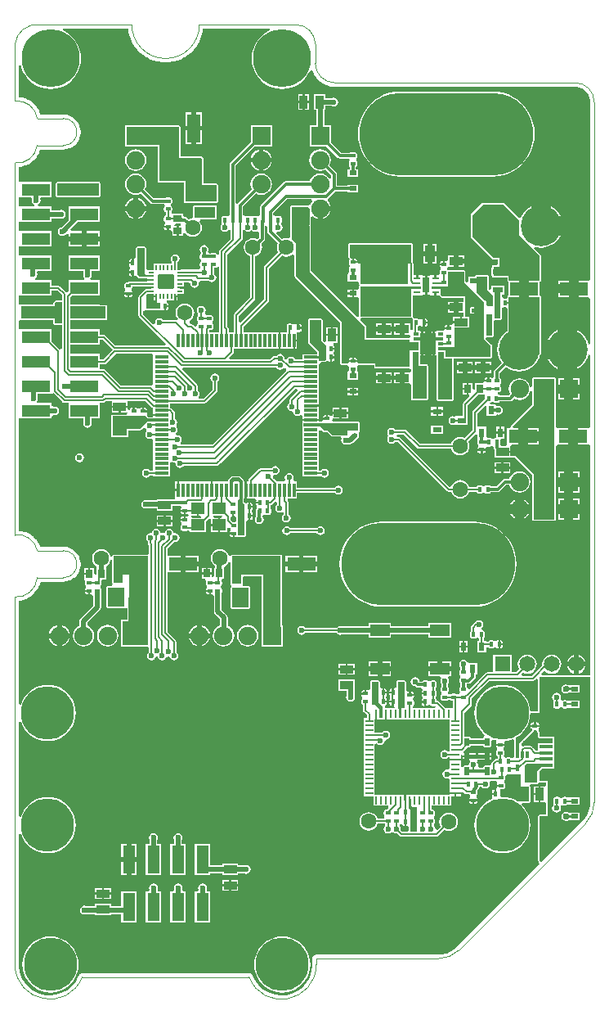
<source format=gtl>
G04 Layer_Physical_Order=1*
G04 Layer_Color=255*
%FSLAX44Y44*%
%MOMM*%
G71*
G01*
G75*
%ADD10R,4.2500X4.2500*%
%ADD11R,0.8500X0.2800*%
%ADD12R,0.2800X0.8500*%
%ADD13R,2.6000X0.4000*%
%ADD14R,1.4000X1.2000*%
G04:AMPARAMS|DCode=15|XSize=1.54mm|YSize=1.7mm|CornerRadius=0.154mm|HoleSize=0mm|Usage=FLASHONLY|Rotation=270.000|XOffset=0mm|YOffset=0mm|HoleType=Round|Shape=RoundedRectangle|*
%AMROUNDEDRECTD15*
21,1,1.5400,1.3920,0,0,270.0*
21,1,1.2320,1.7000,0,0,270.0*
1,1,0.3080,-0.6960,-0.6160*
1,1,0.3080,-0.6960,0.6160*
1,1,0.3080,0.6960,0.6160*
1,1,0.3080,0.6960,-0.6160*
%
%ADD15ROUNDEDRECTD15*%
%ADD16R,0.5000X0.2000*%
%ADD17R,0.2000X0.5000*%
%ADD18R,1.4500X0.3000*%
%ADD19R,0.3000X1.4500*%
%ADD20R,0.8000X0.2500*%
%ADD21R,0.6900X1.6000*%
%ADD22R,0.6000X0.3500*%
%ADD23R,1.5800X2.1500*%
G04:AMPARAMS|DCode=24|XSize=0.56mm|YSize=0.41mm|CornerRadius=0.1025mm|HoleSize=0mm|Usage=FLASHONLY|Rotation=90.000|XOffset=0mm|YOffset=0mm|HoleType=Round|Shape=RoundedRectangle|*
%AMROUNDEDRECTD24*
21,1,0.5600,0.2050,0,0,90.0*
21,1,0.3550,0.4100,0,0,90.0*
1,1,0.2050,0.1025,0.1775*
1,1,0.2050,0.1025,-0.1775*
1,1,0.2050,-0.1025,-0.1775*
1,1,0.2050,-0.1025,0.1775*
%
%ADD24ROUNDEDRECTD24*%
G04:AMPARAMS|DCode=25|XSize=0.56mm|YSize=0.41mm|CornerRadius=0.1025mm|HoleSize=0mm|Usage=FLASHONLY|Rotation=180.000|XOffset=0mm|YOffset=0mm|HoleType=Round|Shape=RoundedRectangle|*
%AMROUNDEDRECTD25*
21,1,0.5600,0.2050,0,0,180.0*
21,1,0.3550,0.4100,0,0,180.0*
1,1,0.2050,-0.1775,0.1025*
1,1,0.2050,0.1775,0.1025*
1,1,0.2050,0.1775,-0.1025*
1,1,0.2050,-0.1775,-0.1025*
%
%ADD25ROUNDEDRECTD25*%
%ADD26R,0.8500X0.6000*%
%ADD27R,0.6000X0.9000*%
%ADD28R,1.0000X0.6000*%
%ADD29R,2.0000X1.2000*%
%ADD30R,4.8000X1.8000*%
%ADD31R,0.9800X3.4000*%
%ADD32R,0.8000X0.5000*%
%ADD33R,0.3000X0.7500*%
%ADD34R,1.1000X1.6000*%
%ADD35R,0.5000X0.4000*%
%ADD36R,0.9500X0.6000*%
%ADD37R,1.9000X1.7500*%
%ADD38R,1.8000X1.1500*%
%ADD39R,1.4000X0.4000*%
%ADD40R,2.9000X1.2700*%
%ADD41R,1.2700X2.9000*%
%ADD42R,2.9500X1.4000*%
%ADD43R,1.3500X0.8500*%
%ADD44R,0.8500X1.3500*%
%ADD45R,0.7500X0.8500*%
%ADD46R,0.8500X0.7500*%
%ADD47R,1.4000X2.9500*%
%ADD48R,1.1000X1.7000*%
%ADD49C,0.2000*%
%ADD50C,0.5000*%
%ADD51C,0.3000*%
%ADD52C,0.1000*%
%ADD53C,4.2000*%
%ADD54O,1.9000X1.0500*%
%ADD55R,1.6500X1.6500*%
%ADD56C,1.6500*%
%ADD57C,1.9000*%
%ADD58R,1.9000X1.9000*%
%ADD59C,1.6000*%
%ADD60R,1.9000X1.9000*%
%ADD61C,6.0000*%
%ADD62C,5.5000*%
%ADD63O,18.0000X8.5000*%
%ADD64C,0.6000*%
G36*
X48451Y699000D02*
X41500D01*
Y704000D01*
X6500D01*
Y716500D01*
X41500Y716500D01*
X41500Y720086D01*
X42914Y721500D01*
X48451D01*
Y699000D01*
D02*
G37*
G36*
Y728444D02*
Y723123D01*
X42914D01*
X41766Y722648D01*
X40352Y721234D01*
X39876Y720086D01*
Y719538D01*
X38596Y718258D01*
X37876Y718150D01*
X6078D01*
X6000Y718150D01*
X5491Y718200D01*
X4078Y718987D01*
Y727661D01*
X6078Y727850D01*
X38000D01*
Y733151D01*
X43744D01*
X48451Y728444D01*
D02*
G37*
G36*
X143500Y728200D02*
X146000D01*
Y727200D01*
X147000D01*
Y723200D01*
X147000D01*
Y719998D01*
X150000D01*
Y714000D01*
X136000D01*
Y728395D01*
X137056Y729451D01*
X139500D01*
X139746Y729500D01*
X143500D01*
Y728200D01*
D02*
G37*
G36*
X94000Y716500D02*
X94000Y704000D01*
X57049Y704000D01*
Y716500D01*
X94000Y716500D01*
D02*
G37*
G36*
X420500Y734500D02*
X410750D01*
Y706250D01*
X358000D01*
Y737500D01*
X420500D01*
Y734500D01*
D02*
G37*
G36*
X410000Y760750D02*
X406750D01*
Y740000D01*
X358000D01*
X358000Y760500D01*
X356175Y760500D01*
X354350Y761575D01*
Y761600D01*
X350000D01*
Y762600D01*
X349000D01*
Y766199D01*
X348225D01*
X347000Y767995D01*
Y780500D01*
X410000D01*
Y760750D01*
D02*
G37*
G36*
X541876Y330943D02*
Y297624D01*
X533840D01*
X533705Y297706D01*
X533481Y300551D01*
X532416Y304989D01*
X530669Y309206D01*
X528284Y313099D01*
X525320Y316569D01*
X521848Y319534D01*
X517956Y321919D01*
X513739Y323666D01*
X509301Y324731D01*
X504750Y325090D01*
X500199Y324731D01*
X495761Y323666D01*
X491544Y321919D01*
X487651Y319534D01*
X484180Y316569D01*
X481216Y313099D01*
X478831Y309206D01*
X477084Y304989D01*
X476018Y300551D01*
X475660Y296000D01*
X476018Y291449D01*
X477084Y287011D01*
X478831Y282794D01*
X481216Y278902D01*
X484180Y275431D01*
X486363Y273567D01*
X486390Y273179D01*
X485866Y271361D01*
X485352Y271148D01*
X484876Y270000D01*
Y269624D01*
X472124D01*
Y270000D01*
X471648Y271148D01*
X470500Y271624D01*
X465549D01*
Y296444D01*
X472302Y303198D01*
X472855Y304025D01*
X473049Y305000D01*
Y310944D01*
X491556Y329451D01*
X536500D01*
X537476Y329645D01*
X538302Y330198D01*
X539876Y331772D01*
X541876Y330943D01*
D02*
G37*
G36*
X595922Y203426D02*
Y202153D01*
X595672Y199618D01*
X595175Y197120D01*
X594436Y194683D01*
X593461Y192330D01*
X592260Y190084D01*
X590845Y187966D01*
X589230Y185997D01*
X588329Y185097D01*
X545348Y142115D01*
X543500Y142880D01*
Y189500D01*
X551500D01*
Y226000D01*
X543500D01*
Y236254D01*
X545622Y238376D01*
X556950D01*
X557248Y238500D01*
X558700D01*
Y245000D01*
Y251500D01*
Y258000D01*
Y264500D01*
Y271500D01*
X543500D01*
Y277000D01*
X542648D01*
X542067Y277806D01*
X542095Y279955D01*
X542654Y280790D01*
X542850Y281775D01*
Y281800D01*
X534151D01*
Y281775D01*
X534347Y280790D01*
X534905Y279955D01*
X535456Y279586D01*
X535582Y278707D01*
X534500Y277000D01*
X532500Y275000D01*
X522500Y265000D01*
X522500Y251414D01*
X521086Y250000D01*
X519000D01*
X519000Y270720D01*
X521848Y272466D01*
X525320Y275431D01*
X528284Y278902D01*
X530669Y282794D01*
X532416Y287011D01*
X533481Y291449D01*
X533840Y296000D01*
X543500D01*
Y333000D01*
X595922D01*
X595922Y203426D01*
D02*
G37*
G36*
X238106Y795256D02*
X239594Y794261D01*
X241350Y793912D01*
X243106Y794261D01*
X244594Y795256D01*
X245656D01*
X247144Y794261D01*
X248900Y793912D01*
X250656Y794261D01*
X250941Y794452D01*
X252941Y793383D01*
Y787767D01*
X251066Y785891D01*
X248980Y786755D01*
X246500Y787082D01*
X244020Y786755D01*
X241709Y785798D01*
X239725Y784275D01*
X238202Y782291D01*
X237244Y779980D01*
X236918Y777500D01*
X237244Y775020D01*
X238202Y772709D01*
X239725Y770724D01*
X241709Y769202D01*
X243951Y768273D01*
Y726056D01*
X227198Y709302D01*
X226645Y708475D01*
X226451Y707500D01*
Y690000D01*
X221549D01*
Y693000D01*
X221355Y693975D01*
X220802Y694802D01*
X220049Y695556D01*
Y770444D01*
X234952Y785348D01*
X235505Y786175D01*
X235699Y787150D01*
Y795258D01*
X237699Y795864D01*
X238106Y795256D01*
D02*
G37*
G36*
X210752Y757501D02*
X211451Y757254D01*
Y690000D01*
X201549D01*
Y692300D01*
X202775D01*
X203760Y692496D01*
X204595Y693055D01*
X205154Y693890D01*
X205350Y694875D01*
Y696925D01*
X205154Y697910D01*
X204595Y698745D01*
X204381Y698889D01*
X204326Y699047D01*
Y700953D01*
X204381Y701111D01*
X204595Y701255D01*
X205154Y702090D01*
X205350Y703075D01*
Y705125D01*
X205154Y706110D01*
X204595Y706945D01*
X203760Y707504D01*
X202775Y707699D01*
X199225D01*
X198345Y707524D01*
X198206Y707519D01*
X197431Y707882D01*
X196900Y710237D01*
X197239Y710744D01*
X197588Y712500D01*
X197239Y714256D01*
X196244Y715744D01*
X194756Y716739D01*
X193000Y717088D01*
X191244Y716739D01*
X189756Y715744D01*
X188761Y714256D01*
X188412Y712500D01*
X188761Y710744D01*
X189688Y709357D01*
X189748Y709154D01*
X189601Y707076D01*
X189405Y706945D01*
X188846Y706110D01*
X188650Y705125D01*
Y703075D01*
X188846Y702090D01*
X189405Y701255D01*
X189619Y701111D01*
X189674Y700953D01*
Y699047D01*
X189619Y698889D01*
X189405Y698745D01*
X188846Y697910D01*
X188650Y696925D01*
Y696283D01*
X186651Y695454D01*
X184302Y697802D01*
X183475Y698355D01*
X182500Y698549D01*
X181472D01*
X180635Y699544D01*
X180718Y700699D01*
X181073Y701918D01*
X182775Y703225D01*
X184298Y705209D01*
X185256Y707520D01*
X185582Y710000D01*
X185256Y712480D01*
X184298Y714791D01*
X182775Y716776D01*
X180791Y718298D01*
X178480Y719256D01*
X176000Y719582D01*
X173520Y719256D01*
X171209Y718298D01*
X169225Y716776D01*
X167702Y714791D01*
X166744Y712480D01*
X166418Y710000D01*
X166744Y707520D01*
X167702Y705209D01*
X168647Y703978D01*
X167671Y702626D01*
X167352Y702380D01*
X166500Y702549D01*
X153209D01*
X152744Y703244D01*
X151256Y704239D01*
X149500Y704588D01*
X147744Y704239D01*
X146256Y703244D01*
X145261Y701756D01*
X144912Y700000D01*
X145047Y699321D01*
X143204Y698336D01*
X132999Y708541D01*
Y712099D01*
X134852Y712852D01*
X136000Y712376D01*
X150000D01*
X150761Y712692D01*
X151153Y712852D01*
X153317Y712862D01*
X153340Y712847D01*
X154325Y712651D01*
X154350D01*
Y717000D01*
X155350D01*
Y718000D01*
X158949D01*
Y718775D01*
X158753Y719760D01*
X158195Y720595D01*
X157360Y721153D01*
X157126Y721200D01*
X157323Y723200D01*
X165000D01*
Y727200D01*
X166000D01*
Y728200D01*
X168500D01*
Y729500D01*
X174800D01*
Y735000D01*
X170800D01*
Y737000D01*
X174800D01*
Y741451D01*
X179562D01*
X181412Y740500D01*
X181761Y738744D01*
X182756Y737256D01*
X184244Y736261D01*
X186000Y735912D01*
X187756Y736261D01*
X189244Y737256D01*
X190239Y738744D01*
X190588Y740500D01*
X190399Y741451D01*
X191500Y743194D01*
X191846Y743451D01*
X200391D01*
X200756Y742906D01*
X202244Y741911D01*
X204000Y741562D01*
X205756Y741911D01*
X207244Y742906D01*
X208239Y744394D01*
X208588Y746150D01*
X208239Y747906D01*
X207244Y749394D01*
X206549Y749859D01*
Y756301D01*
X207275D01*
X208260Y756497D01*
X209095Y757055D01*
X209451Y757587D01*
X210752Y757501D01*
D02*
G37*
G36*
X134000Y750500D02*
X135500Y749000D01*
X143500D01*
Y747000D01*
X129000D01*
X127000Y749000D01*
Y777000D01*
X134000D01*
Y750500D01*
D02*
G37*
G36*
X261341Y799070D02*
Y794100D01*
X261341Y794100D01*
X261574Y792930D01*
X262237Y791937D01*
X272462Y781712D01*
X271744Y779980D01*
X271418Y777500D01*
X271744Y775020D01*
X272673Y772778D01*
X258698Y758802D01*
X258145Y757975D01*
X257951Y757000D01*
Y724056D01*
X233549Y699654D01*
X231549Y700482D01*
Y706444D01*
X248302Y723198D01*
X248855Y724025D01*
X249049Y725000D01*
Y768273D01*
X251291Y769202D01*
X253275Y770724D01*
X254798Y772709D01*
X255755Y775020D01*
X256082Y777500D01*
X255755Y779980D01*
X255184Y781359D01*
X258163Y784337D01*
X258826Y785330D01*
X259059Y786500D01*
X259059Y786500D01*
Y799952D01*
X259341Y800140D01*
X261341Y799070D01*
D02*
G37*
G36*
X143000Y667000D02*
Y656000D01*
Y646000D01*
Y635775D01*
X142349Y635246D01*
X141000Y634530D01*
X140400Y634649D01*
X109956D01*
X98302Y646302D01*
X98302Y646302D01*
X93802Y650802D01*
X92976Y651355D01*
X92000Y651549D01*
X89458D01*
X87500Y651650D01*
Y656951D01*
X92500D01*
X93476Y657145D01*
X94302Y657698D01*
X104406Y667801D01*
X141332D01*
X143000Y667000D01*
D02*
G37*
G36*
X304905Y818000D02*
X305000Y817279D01*
X305000Y800943D01*
X304912Y800500D01*
X305000Y800057D01*
X305000Y752850D01*
X362500Y695350D01*
X362500Y682500D01*
X408500D01*
Y679750D01*
X417750D01*
Y671374D01*
X411750D01*
X411452Y671250D01*
X408750D01*
Y654500D01*
X373500D01*
Y657250D01*
X355870D01*
X355779Y657295D01*
X354350Y659075D01*
Y659100D01*
X350000D01*
X345650D01*
Y659075D01*
X344221Y657295D01*
X344130Y657250D01*
X338500D01*
X338500Y700500D01*
X291000Y748000D01*
X291000Y781500D01*
X286500Y786000D01*
X286500Y819293D01*
X287000Y819500D01*
X303316D01*
X304905Y818000D01*
D02*
G37*
G36*
X417750Y660750D02*
X417750Y654750D01*
X426500Y654750D01*
X426500Y621000D01*
X411750Y621000D01*
X411750Y669750D01*
X417750D01*
Y660750D01*
D02*
G37*
G36*
X138000Y600500D02*
X159000D01*
Y597550D01*
X139193Y597550D01*
X139000Y597588D01*
X138807Y597550D01*
X137050Y597550D01*
X129500Y590000D01*
X116000Y590000D01*
Y582950D01*
X101000Y582950D01*
X101000Y603000D01*
X135500Y603000D01*
X138000Y600500D01*
D02*
G37*
G36*
X271255Y652254D02*
X272744Y651260D01*
X274499Y650910D01*
X276255Y651260D01*
X277744Y652254D01*
X280074Y652596D01*
X280429Y652312D01*
X280414Y650019D01*
X204443Y574048D01*
X172288D01*
X171771Y574894D01*
X171439Y576048D01*
X172239Y577244D01*
X172588Y579000D01*
X172239Y580756D01*
X171244Y582244D01*
X169756Y583239D01*
X168000Y583588D01*
X167431Y583475D01*
X166651Y585359D01*
X167244Y585756D01*
X168239Y587244D01*
X168588Y589000D01*
X168239Y590756D01*
X167734Y591511D01*
X167258Y592349D01*
X167543Y594450D01*
X167739Y594744D01*
X168088Y596500D01*
X167739Y598256D01*
X166744Y599744D01*
X166049Y600209D01*
Y606000D01*
X165855Y606976D01*
X165302Y607802D01*
X162302Y610802D01*
X161476Y611355D01*
X160500Y611549D01*
Y616451D01*
X196500D01*
X197475Y616645D01*
X198302Y617198D01*
X208802Y627698D01*
X209355Y628525D01*
X209549Y629500D01*
Y638791D01*
X210244Y639256D01*
X211239Y640744D01*
X211588Y642500D01*
X211239Y644256D01*
X210244Y645744D01*
X208756Y646739D01*
X207000Y647088D01*
X205244Y646739D01*
X203756Y645744D01*
X202761Y644256D01*
X202412Y642500D01*
X202761Y640744D01*
X203756Y639256D01*
X204451Y638791D01*
Y630556D01*
X195444Y621549D01*
X190790D01*
X190273Y622393D01*
X189940Y623549D01*
X190739Y624744D01*
X191088Y626500D01*
X190739Y628256D01*
X189744Y629744D01*
X189049Y630209D01*
Y634277D01*
X188855Y635252D01*
X188302Y636079D01*
X173431Y650951D01*
X174259Y652951D01*
X270790D01*
X271255Y652254D01*
D02*
G37*
G36*
X317000Y681000D02*
X322000Y676000D01*
Y661920D01*
X320580Y660511D01*
X315500Y660550D01*
X315000Y661050D01*
Y663000D01*
X306250D01*
Y665000D01*
X315000D01*
Y667000D01*
X314500D01*
Y670500D01*
X305000Y680000D01*
X305000Y702500D01*
X317000D01*
X317000Y681000D01*
D02*
G37*
G36*
X412198Y703061D02*
X411996Y702760D01*
X411801Y701775D01*
Y698225D01*
X411996Y697240D01*
X412201Y696934D01*
Y692664D01*
X411912Y692375D01*
X410433Y692282D01*
X409250Y693279D01*
Y699000D01*
X403500D01*
Y693250D01*
Y687500D01*
X407938D01*
X409313Y686273D01*
X409663Y685671D01*
X409661Y685634D01*
X408500Y684124D01*
X364124D01*
X364123Y695350D01*
X363648Y696498D01*
X357367Y702779D01*
X357670Y703664D01*
X358348Y704626D01*
X410750D01*
X410872Y704677D01*
X412198Y703061D01*
D02*
G37*
G36*
X405400Y179151D02*
X405425D01*
X405877Y179240D01*
X407423Y178361D01*
X407877Y177921D01*
X407877Y174463D01*
X406462Y173049D01*
X401056D01*
X399342Y174763D01*
X399588Y176000D01*
X399239Y177756D01*
X398431Y178965D01*
X398820Y181026D01*
X398894Y181059D01*
X400997Y180740D01*
X401555Y179905D01*
X402390Y179347D01*
X403375Y179151D01*
X403400D01*
Y183500D01*
X405400D01*
Y179151D01*
D02*
G37*
G36*
X410500Y207519D02*
X410500Y200000D01*
X412000Y198500D01*
X416500Y198500D01*
X416500Y197500D01*
X416500Y173049D01*
X409500D01*
X409500Y195500D01*
X407500Y197500D01*
X407500Y208500D01*
X408833Y208891D01*
X410500Y207519D01*
D02*
G37*
G36*
X101398Y672048D02*
X101402Y672006D01*
X91444Y662049D01*
X87500D01*
Y667350D01*
X57049D01*
Y677050D01*
X87500D01*
Y682451D01*
X90994D01*
X101398Y672048D01*
D02*
G37*
G36*
X6500Y702376D02*
X39876D01*
Y699000D01*
X40352Y697852D01*
X41500Y697376D01*
X48451D01*
Y672923D01*
X47819Y672494D01*
X46451Y672154D01*
X38000Y680605D01*
Y692750D01*
X6078D01*
X6000Y692750D01*
X4078Y692939D01*
Y701513D01*
X5696Y702414D01*
X6078Y702450D01*
X6322D01*
X6500Y702376D01*
D02*
G37*
G36*
X16922Y829192D02*
X17700Y827450D01*
X17412Y826000D01*
X17761Y824244D01*
X18756Y822756D01*
X20244Y821761D01*
X20300Y821750D01*
X20103Y819750D01*
X6078D01*
X6000Y819750D01*
X4078Y819939D01*
Y829261D01*
X6078Y829450D01*
X16772D01*
X16922Y829192D01*
D02*
G37*
G36*
X556950Y244000D02*
Y240000D01*
X544950D01*
X540950Y236000D01*
Y224000D01*
X528000D01*
X528000Y241500D01*
X530451Y243951D01*
X537000D01*
X537247Y244000D01*
X556950Y244000D01*
D02*
G37*
G36*
X307845Y825441D02*
X306392Y823548D01*
X305806Y822133D01*
X305346Y821648D01*
X303515Y821098D01*
X303316Y821124D01*
X287000D01*
X286702Y821000D01*
X286379D01*
X285879Y820793D01*
X285650Y820565D01*
X285352Y820441D01*
X285228Y820143D01*
X285000Y819914D01*
Y819591D01*
X284876Y819293D01*
X284876Y788083D01*
X282876Y786835D01*
X281000Y787082D01*
X278520Y786755D01*
X276788Y786038D01*
X270544Y792282D01*
X271529Y794125D01*
X272600Y793912D01*
X274356Y794261D01*
X275844Y795256D01*
X276839Y796744D01*
X277188Y798500D01*
X276839Y800256D01*
X275844Y801744D01*
X276003Y803240D01*
X276199Y804225D01*
Y807775D01*
X276003Y808760D01*
X275445Y809595D01*
X274610Y810154D01*
X273625Y810350D01*
X271575D01*
X270590Y810154D01*
X269755Y809595D01*
X267985Y810546D01*
X267459Y811005D01*
Y813233D01*
X281667Y827441D01*
X307223D01*
X307845Y825441D01*
D02*
G37*
G36*
X491500Y262000D02*
X486500D01*
Y264000D01*
X470500D01*
Y262000D01*
X465500D01*
Y270000D01*
X470500D01*
Y268000D01*
X486500D01*
Y270000D01*
X491500D01*
Y262000D01*
D02*
G37*
G36*
Y232000D02*
X486500D01*
Y234000D01*
X470500D01*
Y232000D01*
X465500D01*
Y240000D01*
X470500D01*
Y238000D01*
X486500D01*
Y240000D01*
X491500D01*
Y232000D01*
D02*
G37*
G36*
X524000Y219500D02*
X532000D01*
Y204500D01*
X520272D01*
X517956Y205919D01*
X513739Y207666D01*
X509301Y208731D01*
X504750Y209090D01*
X503969Y209028D01*
X502500Y210386D01*
Y217301D01*
X505225D01*
X506210Y217496D01*
X506215Y217500D01*
X507000D01*
Y218024D01*
X507045Y218055D01*
X507603Y218890D01*
X507799Y219875D01*
Y221925D01*
X507603Y222910D01*
X507045Y223745D01*
X507000Y223776D01*
X507000Y226224D01*
X507045Y226255D01*
X507603Y227090D01*
X507799Y228075D01*
Y230125D01*
X507725Y230500D01*
X508672Y232116D01*
X509080Y232500D01*
X524000D01*
Y219500D01*
D02*
G37*
G36*
X376500Y306500D02*
X380500Y302500D01*
X380500Y291000D01*
X377500Y291000D01*
X377500Y300500D01*
X373500Y304500D01*
X369500Y304500D01*
Y328000D01*
X376500D01*
X376500Y306500D01*
D02*
G37*
G36*
X264260Y1001922D02*
X262405Y1001153D01*
X258178Y998563D01*
X254407Y995343D01*
X251187Y991572D01*
X248596Y987345D01*
X246699Y982764D01*
X245542Y977943D01*
X245153Y973000D01*
X245542Y968057D01*
X246699Y963236D01*
X248596Y958655D01*
X251187Y954427D01*
X254407Y950657D01*
X258178Y947437D01*
X262405Y944846D01*
X266986Y942949D01*
X271807Y941792D01*
X276750Y941403D01*
X281693Y941792D01*
X286514Y942949D01*
X291095Y944846D01*
X295322Y947437D01*
X299093Y950657D01*
X302313Y954427D01*
X304904Y958655D01*
X305893Y961043D01*
X306821Y961211D01*
X308015Y961028D01*
X308093Y960634D01*
X309594Y957011D01*
X309817Y956677D01*
X309971Y956306D01*
X312149Y953046D01*
X312433Y952762D01*
X312656Y952428D01*
X315428Y949656D01*
X315762Y949433D01*
X316046Y949149D01*
X319306Y946971D01*
X319677Y946817D01*
X320011Y946594D01*
X323634Y945093D01*
X324027Y945015D01*
X324399Y944861D01*
X328244Y944096D01*
X328546D01*
X328840Y944023D01*
X330800Y943927D01*
X330900Y943942D01*
X331000Y943922D01*
X580000D01*
X581568Y943922D01*
X584644Y943310D01*
X587542Y942110D01*
X590149Y940367D01*
X592367Y938150D01*
X594110Y935542D01*
X595310Y932644D01*
X595922Y929568D01*
X595922Y928000D01*
X595922Y745222D01*
X595250Y743500D01*
X593922Y743500D01*
X584000D01*
Y735000D01*
Y726500D01*
X593922D01*
X595922Y724778D01*
X595922Y677541D01*
X593922Y677244D01*
X592888Y680652D01*
X590799Y684561D01*
X587987Y687987D01*
X584561Y690799D01*
X582000Y692167D01*
Y672000D01*
Y651833D01*
X584561Y653201D01*
X587987Y656013D01*
X590799Y659439D01*
X592888Y663348D01*
X593922Y666756D01*
X595922Y666459D01*
X595922Y591293D01*
X594250Y590500D01*
X593922Y590500D01*
X583000D01*
Y582000D01*
Y573500D01*
X593922D01*
X595922Y572707D01*
X595922Y336624D01*
X595922Y334624D01*
X545557D01*
X544728Y336624D01*
X547731Y339626D01*
X548946Y339546D01*
X550983Y337983D01*
X553355Y337001D01*
X555900Y336666D01*
X558445Y337001D01*
X560817Y337983D01*
X562854Y339546D01*
X564417Y341583D01*
X565399Y343955D01*
X565734Y346500D01*
X565399Y349045D01*
X564417Y351417D01*
X562854Y353454D01*
X560817Y355017D01*
X558445Y355999D01*
X555900Y356334D01*
X553355Y355999D01*
X550983Y355017D01*
X548946Y353454D01*
X547383Y351417D01*
X546401Y349045D01*
X546066Y346500D01*
X546221Y345325D01*
X535444Y334549D01*
X525267D01*
X524501Y336397D01*
X525302Y337197D01*
X525302Y337198D01*
X525940Y337835D01*
X527955Y337001D01*
X530500Y336666D01*
X533045Y337001D01*
X535417Y337983D01*
X537454Y339546D01*
X539017Y341583D01*
X539999Y343955D01*
X540334Y346500D01*
X539999Y349045D01*
X539017Y351417D01*
X537454Y353454D01*
X535417Y355017D01*
X533045Y355999D01*
X530500Y356334D01*
X527955Y355999D01*
X525583Y355017D01*
X523546Y353454D01*
X521983Y351417D01*
X521001Y349045D01*
X520666Y346500D01*
X521001Y343955D01*
X521983Y341583D01*
X521698Y340802D01*
X518944Y338049D01*
X514850D01*
Y356250D01*
X495350D01*
Y338049D01*
X488900D01*
X487924Y337855D01*
X487098Y337302D01*
X470849Y321054D01*
X469430Y321459D01*
X468807Y321840D01*
X468653Y322610D01*
X468095Y323445D01*
X467559Y323804D01*
Y326378D01*
X467601Y326441D01*
X470000D01*
X470000Y326441D01*
X471171Y326674D01*
X472163Y327337D01*
X476163Y331337D01*
X476163Y331337D01*
X476826Y332329D01*
X477059Y333500D01*
Y335500D01*
X478500D01*
Y347500D01*
X470456D01*
X468938Y348168D01*
X468253Y348983D01*
X467744Y349744D01*
X466256Y350739D01*
X464500Y351088D01*
X462744Y350739D01*
X461256Y349744D01*
X460261Y348256D01*
X459912Y346500D01*
X460261Y344744D01*
X461256Y343256D01*
X461376Y343175D01*
X461376Y341261D01*
X460905Y340945D01*
X460346Y340110D01*
X460150Y339125D01*
Y337075D01*
X460346Y336090D01*
X460905Y335255D01*
X461119Y335111D01*
X461174Y334953D01*
Y333047D01*
X461119Y332889D01*
X460905Y332745D01*
X460346Y331910D01*
X460150Y330925D01*
Y328875D01*
X460346Y327890D01*
X460905Y327055D01*
X461057Y326953D01*
X461441Y326378D01*
Y323804D01*
X460905Y323445D01*
X460346Y322610D01*
X460150Y321625D01*
Y319575D01*
X460346Y318590D01*
X460905Y317755D01*
X460704Y315810D01*
X460264Y315341D01*
X458095Y315245D01*
X457260Y315804D01*
X456275Y316000D01*
X452725D01*
X451740Y315804D01*
X450905Y315245D01*
X450847Y315159D01*
X448653D01*
X448595Y315245D01*
X448381Y315389D01*
X448326Y315547D01*
Y317453D01*
X448381Y317611D01*
X448595Y317755D01*
X449154Y318590D01*
X449350Y319575D01*
Y321625D01*
X449154Y322610D01*
X448595Y323445D01*
X448059Y323804D01*
Y326132D01*
X448244Y326256D01*
X449239Y327744D01*
X449588Y329500D01*
X449239Y331256D01*
X448742Y332000D01*
X449691Y334000D01*
X451500D01*
Y339000D01*
X440000D01*
X428500D01*
Y334000D01*
X440309D01*
X441258Y332000D01*
X440761Y331256D01*
X440412Y329500D01*
X440761Y327744D01*
X441756Y326256D01*
X441941Y326132D01*
Y323804D01*
X441405Y323445D01*
X440846Y322610D01*
X440650Y321625D01*
Y319575D01*
X440846Y318590D01*
X441405Y317755D01*
X441619Y317611D01*
X441674Y317453D01*
Y315547D01*
X441619Y315389D01*
X441405Y315245D01*
X440846Y314410D01*
X440650Y313425D01*
Y311375D01*
X440846Y310390D01*
X441405Y309555D01*
X442240Y308997D01*
X443225Y308801D01*
X446775D01*
X447760Y308997D01*
X448366Y309401D01*
X451134D01*
X451740Y308997D01*
X452725Y308801D01*
X453701D01*
Y301480D01*
X451900Y301000D01*
Y301000D01*
X445961D01*
X445802Y301238D01*
X439238Y307802D01*
X438411Y308355D01*
X437435Y308549D01*
X436699D01*
Y309325D01*
X436503Y310310D01*
X436099Y310916D01*
Y313084D01*
X436503Y313690D01*
X436699Y314675D01*
Y318225D01*
X436503Y319210D01*
X436099Y319816D01*
Y322134D01*
X436503Y322740D01*
X436699Y323725D01*
Y327275D01*
X436503Y328260D01*
X435945Y329095D01*
X435110Y329654D01*
X434125Y329850D01*
X432075D01*
X431090Y329654D01*
X430255Y329095D01*
X430111Y328881D01*
X429953Y328826D01*
X428047D01*
X427889Y328881D01*
X427745Y329095D01*
X426910Y329654D01*
X425925Y329850D01*
X423875D01*
X422890Y329654D01*
X422055Y329095D01*
X421696Y328559D01*
X419076D01*
X418739Y330256D01*
X417744Y331744D01*
X416256Y332739D01*
X414500Y333088D01*
X412744Y332739D01*
X411256Y331744D01*
X410261Y330256D01*
X409912Y328500D01*
X410261Y326744D01*
X411256Y325256D01*
X412744Y324261D01*
X414500Y323912D01*
X414719Y323955D01*
X415337Y323337D01*
X415337Y323337D01*
X416329Y322674D01*
X417500Y322441D01*
X417500Y322441D01*
X420282D01*
X422055Y320590D01*
Y320057D01*
X421809Y319678D01*
X421497Y319210D01*
X421301Y318225D01*
Y317450D01*
X424900D01*
Y315450D01*
X421301D01*
Y314675D01*
X421497Y313690D01*
X421920Y313056D01*
X421994Y312000D01*
Y312000D01*
X421920Y310944D01*
X421497Y310310D01*
X421301Y309325D01*
Y308550D01*
X424900D01*
Y307550D01*
X425900D01*
Y303200D01*
X425925D01*
X426910Y303396D01*
X427745Y303955D01*
X427889Y304169D01*
X428047Y304224D01*
X429953D01*
X430111Y304169D01*
X430255Y303955D01*
X431090Y303396D01*
X432075Y303200D01*
X434125D01*
X435040Y303382D01*
X435365Y303169D01*
X435468Y303000D01*
X434348Y301000D01*
X411975D01*
X411760Y302997D01*
X412595Y303555D01*
X413153Y304390D01*
X413349Y305375D01*
Y307425D01*
X413153Y308410D01*
X412595Y309245D01*
X412381Y309389D01*
X412326Y309547D01*
Y311453D01*
X412381Y311611D01*
X412595Y311755D01*
X413153Y312590D01*
X413349Y313575D01*
Y313600D01*
X409000D01*
Y314600D01*
X408000D01*
Y318199D01*
X407225D01*
X407124Y318179D01*
X405342Y319338D01*
X405124Y319663D01*
Y328000D01*
X404648Y329148D01*
X403500Y329624D01*
X396500D01*
X395352Y329148D01*
X394876Y328000D01*
Y322579D01*
X394423Y322139D01*
X392876Y321260D01*
X392425Y321349D01*
X392400D01*
Y317000D01*
X391400D01*
Y316000D01*
X387800D01*
Y315225D01*
X387996Y314240D01*
X388364Y313690D01*
X388555Y313404D01*
Y311596D01*
X388364Y311310D01*
X387996Y310760D01*
X387800Y309775D01*
Y309000D01*
X391400D01*
Y308000D01*
X392400D01*
Y303154D01*
X393291Y302387D01*
X393570Y301981D01*
X393486Y301284D01*
X393373Y301093D01*
X393029Y301000D01*
X383538D01*
X383495Y301043D01*
X383464Y303714D01*
X383610Y303846D01*
X384445Y304405D01*
X385004Y305240D01*
X385200Y306225D01*
Y307000D01*
X381600D01*
Y309000D01*
X385200D01*
Y309775D01*
X385004Y310760D01*
X384636Y311310D01*
X384445Y311596D01*
Y313404D01*
X384636Y313690D01*
X385004Y314240D01*
X385200Y315225D01*
Y316000D01*
X381600D01*
Y317000D01*
X380600D01*
Y321349D01*
X380575D01*
X380124Y321260D01*
X378577Y322139D01*
X378124Y322579D01*
X378124Y328000D01*
X377648Y329148D01*
X376500Y329624D01*
X369500D01*
X368352Y329148D01*
X367876Y328000D01*
Y320354D01*
X365876Y319426D01*
X365760Y319503D01*
X364775Y319699D01*
X364000D01*
Y316100D01*
X363000D01*
Y315100D01*
X358651D01*
Y315075D01*
X358847Y314090D01*
X359405Y313255D01*
X359619Y313111D01*
X359674Y312953D01*
Y311047D01*
X359619Y310889D01*
X359405Y310745D01*
X358847Y309910D01*
X358651Y308925D01*
Y306875D01*
X358847Y305890D01*
X359405Y305055D01*
X360240Y304496D01*
X360451Y304454D01*
Y299000D01*
X360645Y298025D01*
X361198Y297198D01*
X364201Y294194D01*
Y290900D01*
X361000D01*
Y280100D01*
Y270100D01*
Y260100D01*
Y250100D01*
Y240100D01*
Y230100D01*
Y220100D01*
Y210100D01*
X371100D01*
Y200000D01*
X386247D01*
X387012Y198152D01*
X385059Y196199D01*
X384475D01*
X383490Y196003D01*
X382655Y195445D01*
X382096Y194610D01*
X381900Y193625D01*
Y191575D01*
X382096Y190590D01*
X382655Y189755D01*
X382559Y187789D01*
X381358Y186499D01*
X375627D01*
X374698Y188741D01*
X373176Y190725D01*
X371191Y192248D01*
X368880Y193206D01*
X366400Y193532D01*
X363920Y193206D01*
X361609Y192248D01*
X359625Y190725D01*
X358102Y188741D01*
X357145Y186430D01*
X356818Y183950D01*
X357145Y181470D01*
X358102Y179159D01*
X359625Y177175D01*
X361609Y175652D01*
X363920Y174694D01*
X366400Y174368D01*
X368880Y174694D01*
X371191Y175652D01*
X373176Y177175D01*
X374698Y179159D01*
X375627Y181401D01*
X382884D01*
X383000Y179350D01*
X382938Y179143D01*
X382011Y177756D01*
X381662Y176000D01*
X382011Y174244D01*
X383006Y172756D01*
X384494Y171761D01*
X386250Y171412D01*
X388006Y171761D01*
X389494Y172756D01*
X391756D01*
X393244Y171761D01*
X395000Y171412D01*
X395403Y171492D01*
X398198Y168698D01*
X399025Y168145D01*
X400000Y167951D01*
X436500D01*
X437476Y168145D01*
X438302Y168698D01*
X444646Y175041D01*
X446570Y174244D01*
X449050Y173918D01*
X451530Y174244D01*
X453841Y175202D01*
X455826Y176724D01*
X457348Y178709D01*
X458306Y181020D01*
X458632Y183500D01*
X458306Y185980D01*
X457348Y188291D01*
X455826Y190275D01*
X453841Y191798D01*
X451530Y192755D01*
X449050Y193082D01*
X446570Y192755D01*
X444259Y191798D01*
X442275Y190275D01*
X440752Y188291D01*
X439795Y185980D01*
X439468Y183500D01*
X439795Y181020D01*
X440752Y178709D01*
X440905Y178510D01*
X437249Y174854D01*
X435406Y175839D01*
X435438Y176000D01*
X435089Y177756D01*
X434162Y179143D01*
X434102Y179346D01*
X434250Y181424D01*
X434445Y181555D01*
X435004Y182390D01*
X435200Y183375D01*
Y185425D01*
X435004Y186410D01*
X434445Y187245D01*
X434231Y187389D01*
X434176Y187547D01*
Y189453D01*
X434231Y189611D01*
X434445Y189755D01*
X435004Y190590D01*
X435200Y191575D01*
Y193625D01*
X435004Y194610D01*
X434445Y195445D01*
X433610Y196003D01*
X432625Y196199D01*
X431705D01*
X431549Y196433D01*
Y200000D01*
X451900D01*
Y210100D01*
X455250D01*
Y212000D01*
X450500D01*
Y211500D01*
X405000D01*
Y205750D01*
X403000D01*
Y211500D01*
X372500D01*
Y215100D01*
Y225100D01*
Y235100D01*
Y245100D01*
Y255100D01*
Y264032D01*
X374500Y264638D01*
X374756Y264256D01*
X376244Y263261D01*
X378000Y262912D01*
X379756Y263261D01*
X381244Y264256D01*
X382239Y265744D01*
X382426Y266686D01*
X384000Y268412D01*
X385756Y268761D01*
X387244Y269756D01*
X388239Y271244D01*
X388588Y273000D01*
X388239Y274756D01*
X387244Y276244D01*
X385756Y277239D01*
X384000Y277588D01*
X382244Y277239D01*
X380756Y276244D01*
X380291Y275549D01*
X372500D01*
Y280100D01*
Y289500D01*
X373000D01*
Y295250D01*
X375000D01*
Y289500D01*
X377202D01*
X377500Y289376D01*
X380500Y289376D01*
X380798Y289500D01*
X383000D01*
Y295250D01*
X385000D01*
Y289500D01*
X397202D01*
X397500Y289376D01*
X400500D01*
X400798Y289500D01*
X450500D01*
Y285100D01*
Y275100D01*
Y265100D01*
Y256016D01*
X448500Y255862D01*
X448244Y256244D01*
X446756Y257239D01*
X445000Y257588D01*
X443244Y257239D01*
X441756Y256244D01*
X440761Y254756D01*
X440412Y253000D01*
X440761Y251244D01*
X441756Y249756D01*
X443244Y248761D01*
X445000Y248412D01*
X446756Y248761D01*
X448244Y249756D01*
X448500Y250138D01*
X449233Y250124D01*
X450500Y249984D01*
Y249000D01*
X456250D01*
X462000D01*
Y253010D01*
X463466Y252000D01*
X465500D01*
Y254500D01*
X465362D01*
X464861Y255303D01*
X464605Y256500D01*
X468481Y260376D01*
X470500D01*
X471648Y260852D01*
X472124Y262000D01*
Y262376D01*
X484876D01*
Y262000D01*
X485352Y260852D01*
X486500Y260376D01*
X491500D01*
X492648Y260852D01*
X493124Y262000D01*
Y267626D01*
X494786Y268738D01*
X495761Y268334D01*
X498055Y267783D01*
X498379Y267082D01*
X498661Y265581D01*
X498346Y265110D01*
X498150Y264125D01*
Y264100D01*
X506850D01*
Y264125D01*
X506665Y265055D01*
X506657Y265117D01*
X507637Y267138D01*
X509301Y267269D01*
X513739Y268334D01*
X515713Y269152D01*
X517376Y268041D01*
X517376Y250436D01*
X515746Y249108D01*
X514132Y249317D01*
X513945Y249595D01*
X513110Y250154D01*
X512125Y250350D01*
X510075D01*
X509090Y250154D01*
X508255Y249595D01*
X506597Y250290D01*
X506095Y252055D01*
X506654Y252890D01*
X506850Y253875D01*
Y255925D01*
X506654Y256910D01*
X506095Y257745D01*
X505881Y257889D01*
X505826Y258047D01*
Y259953D01*
X505881Y260111D01*
X506095Y260255D01*
X506654Y261090D01*
X506850Y262075D01*
Y262100D01*
X498150D01*
Y262075D01*
X498346Y261090D01*
X498905Y260255D01*
X499119Y260111D01*
X499174Y259953D01*
Y258047D01*
X499119Y257889D01*
X498905Y257745D01*
X498346Y256910D01*
X498150Y255925D01*
Y253875D01*
X498346Y252890D01*
X498905Y252055D01*
X499740Y251497D01*
X499951Y251455D01*
Y249440D01*
X499496Y248760D01*
X499454Y248549D01*
X498500D01*
X497525Y248355D01*
X496698Y247802D01*
X494198Y245302D01*
X493645Y244475D01*
X493451Y243500D01*
Y242958D01*
X491500Y241624D01*
X486500D01*
X485352Y241148D01*
X484876Y240000D01*
Y239624D01*
X480712D01*
X479414Y241624D01*
X479588Y242500D01*
X479239Y244256D01*
X478408Y245500D01*
X478686Y246543D01*
X479217Y247500D01*
X486500D01*
Y249000D01*
X470500D01*
Y247500D01*
X470783D01*
X471314Y246543D01*
X471592Y245500D01*
X470761Y244256D01*
X470412Y242500D01*
X468547Y241624D01*
X465500D01*
X464352Y241148D01*
X463876Y240000D01*
X462000Y240298D01*
Y247000D01*
X456250D01*
X450500D01*
Y238630D01*
X448500Y237389D01*
X447500Y237588D01*
X445744Y237239D01*
X444256Y236244D01*
X443261Y234756D01*
X442912Y233000D01*
X443261Y231244D01*
X444256Y229756D01*
X445744Y228761D01*
X447500Y228412D01*
X448500Y228611D01*
X450500Y227370D01*
Y220100D01*
Y214000D01*
X456250D01*
X462925D01*
X464000Y214445D01*
X465698Y212748D01*
X466525Y212195D01*
X467500Y212001D01*
X470406D01*
X470905Y211255D01*
X471119Y211111D01*
X471174Y210953D01*
Y209047D01*
X471119Y208889D01*
X470905Y208745D01*
X470346Y207910D01*
X470150Y206925D01*
Y206900D01*
X474500D01*
X478849D01*
Y206925D01*
X478653Y207910D01*
X478095Y208745D01*
X477881Y208889D01*
X477826Y209047D01*
Y210953D01*
X477881Y211111D01*
X478095Y211255D01*
X478653Y212090D01*
X478849Y213075D01*
Y215125D01*
X478700Y215875D01*
X480163Y217337D01*
X480163Y217337D01*
X480826Y218330D01*
X481059Y219500D01*
X482980Y219951D01*
X483291D01*
X483756Y219256D01*
X485244Y218261D01*
X487000Y217912D01*
X488756Y218261D01*
X490244Y219256D01*
X491239Y220744D01*
X491588Y222500D01*
X491399Y223451D01*
X492663Y225451D01*
X498807D01*
X499324Y224610D01*
X499658Y223451D01*
X499296Y222910D01*
X499100Y221925D01*
Y221900D01*
X503450D01*
Y219900D01*
X499100D01*
Y219875D01*
X499296Y218890D01*
X499431Y218689D01*
X498569Y217113D01*
X498400Y216925D01*
Y212500D01*
X497400D01*
Y211500D01*
X493801D01*
Y210725D01*
X493997Y209740D01*
X494331Y209239D01*
X494177Y207684D01*
X493938Y206911D01*
X491544Y205919D01*
X487651Y203534D01*
X484180Y200569D01*
X481216Y197099D01*
X478831Y193206D01*
X477084Y188989D01*
X476018Y184551D01*
X475660Y180000D01*
X476018Y175449D01*
X477084Y171011D01*
X478831Y166794D01*
X481216Y162901D01*
X484180Y159431D01*
X487651Y156466D01*
X491544Y154081D01*
X495761Y152334D01*
X500199Y151269D01*
X504750Y150910D01*
X509301Y151269D01*
X513739Y152334D01*
X517956Y154081D01*
X521848Y156466D01*
X525320Y159431D01*
X528284Y162901D01*
X530669Y166794D01*
X532416Y171011D01*
X533481Y175449D01*
X533840Y180000D01*
X533481Y184551D01*
X532416Y188989D01*
X530669Y193206D01*
X528284Y197099D01*
X525320Y200569D01*
X524815Y201000D01*
X525508Y202876D01*
X532000D01*
X533148Y203352D01*
X533624Y204500D01*
Y219500D01*
X533261Y220376D01*
X534033Y222376D01*
X540950D01*
X542098Y222852D01*
X542574Y224000D01*
X543276Y224469D01*
X543500Y224376D01*
X549876D01*
Y221887D01*
X549000Y220250D01*
X547876Y220250D01*
X544250D01*
Y212000D01*
Y203750D01*
X547876D01*
X549000Y203750D01*
X549876Y202113D01*
Y191124D01*
X543500D01*
X542352Y190648D01*
X541876Y189500D01*
Y142880D01*
X542000Y142582D01*
Y142259D01*
X542228Y142031D01*
X542352Y141732D01*
X542994Y139761D01*
X456903Y53671D01*
X456903Y53670D01*
X456003Y52770D01*
X454034Y51154D01*
X451917Y49739D01*
X449670Y48539D01*
X447318Y47564D01*
X444880Y46825D01*
X442382Y46328D01*
X439847Y46078D01*
X312000D01*
X310439Y45768D01*
X309116Y44884D01*
X308232Y43561D01*
X307922Y42000D01*
X307922Y36000D01*
X307922Y35999D01*
X307922Y35999D01*
X307922Y33782D01*
X307310Y29391D01*
X306096Y25126D01*
X304305Y21070D01*
X301971Y17300D01*
X299138Y13888D01*
X295861Y10901D01*
X292203Y8396D01*
X288233Y6420D01*
X284029Y5011D01*
X279670Y4197D01*
X275241Y3993D01*
X270826Y4403D01*
X266510Y5419D01*
X262375Y7022D01*
X258502Y9180D01*
X254965Y11853D01*
X251830Y14990D01*
X249159Y18529D01*
X247003Y22403D01*
X246204Y24470D01*
X246178Y24512D01*
X246168Y24561D01*
X245752Y25183D01*
X245352Y25814D01*
X245311Y25842D01*
X245284Y25884D01*
X244662Y26299D01*
X244050Y26730D01*
X244002Y26740D01*
X243961Y26768D01*
X243227Y26914D01*
X242497Y27077D01*
X242448Y27069D01*
X242400Y27078D01*
X69600Y27078D01*
X69559Y27070D01*
X69517Y27077D01*
X68779Y26915D01*
X68039Y26768D01*
X68004Y26744D01*
X67963Y26735D01*
X67344Y26303D01*
X66716Y25884D01*
X66693Y25849D01*
X66658Y25824D01*
X66252Y25188D01*
X65832Y24561D01*
X65824Y24519D01*
X65801Y24483D01*
X64996Y22422D01*
X62832Y18559D01*
X60157Y15032D01*
X57021Y11908D01*
X53484Y9245D01*
X49613Y7096D01*
X45483Y5501D01*
X41173Y4491D01*
X36765Y4084D01*
X32342Y4289D01*
X27991Y5102D01*
X23792Y6507D01*
X19828Y8477D01*
X16173Y10976D01*
X12898Y13954D01*
X10064Y17355D01*
X7727Y21115D01*
X5930Y25161D01*
X4708Y29416D01*
X4084Y33798D01*
X4078Y36001D01*
Y170798D01*
X6078Y171035D01*
X6084Y171011D01*
X7831Y166794D01*
X10216Y162901D01*
X13181Y159431D01*
X16652Y156466D01*
X20544Y154081D01*
X24761Y152334D01*
X29199Y151269D01*
X33750Y150910D01*
X38301Y151269D01*
X42739Y152334D01*
X46956Y154081D01*
X50848Y156466D01*
X54320Y159431D01*
X57284Y162901D01*
X59669Y166794D01*
X61416Y171011D01*
X62481Y175449D01*
X62840Y180000D01*
X62481Y184551D01*
X61416Y188989D01*
X59669Y193206D01*
X57284Y197099D01*
X54320Y200569D01*
X50848Y203534D01*
X46956Y205919D01*
X42739Y207666D01*
X38301Y208731D01*
X33750Y209090D01*
X29199Y208731D01*
X24761Y207666D01*
X20544Y205919D01*
X16652Y203534D01*
X13181Y200569D01*
X10216Y197099D01*
X7831Y193206D01*
X6084Y188989D01*
X6078Y188965D01*
X4078Y189202D01*
Y286798D01*
X6078Y287035D01*
X6084Y287011D01*
X7831Y282794D01*
X10216Y278902D01*
X13181Y275431D01*
X16652Y272466D01*
X20544Y270081D01*
X24761Y268334D01*
X29199Y267269D01*
X33750Y266910D01*
X38301Y267269D01*
X42739Y268334D01*
X46956Y270081D01*
X50848Y272466D01*
X54320Y275431D01*
X57284Y278902D01*
X59669Y282794D01*
X61416Y287011D01*
X62481Y291449D01*
X62840Y296000D01*
X62481Y300551D01*
X61416Y304989D01*
X59669Y309206D01*
X57284Y313099D01*
X54320Y316569D01*
X50848Y319534D01*
X46956Y321919D01*
X42739Y323666D01*
X38301Y324731D01*
X33750Y325090D01*
X29199Y324731D01*
X24761Y323666D01*
X20544Y321919D01*
X16652Y319534D01*
X13181Y316569D01*
X10216Y313099D01*
X7831Y309206D01*
X6084Y304989D01*
X6078Y304965D01*
X4078Y305201D01*
Y412096D01*
X6821Y412445D01*
X7202Y412573D01*
X7600Y412623D01*
X11607Y413965D01*
X11955Y414164D01*
X12336Y414291D01*
X16004Y416389D01*
X16307Y416652D01*
X16656Y416851D01*
X19844Y419624D01*
X20090Y419941D01*
X20393Y420205D01*
X22979Y423546D01*
X23158Y423905D01*
X23404Y424223D01*
X25289Y428004D01*
X25394Y428392D01*
X25573Y428751D01*
X26437Y431922D01*
X50000D01*
X50133Y431948D01*
X50267Y431931D01*
X52094Y432050D01*
X52482Y432154D01*
X52883Y432180D01*
X56413Y433126D01*
X56891Y433362D01*
X57397Y433534D01*
X60562Y435361D01*
X60963Y435713D01*
X61406Y436009D01*
X63991Y438594D01*
X64287Y439037D01*
X64639Y439438D01*
X66466Y442603D01*
X66638Y443108D01*
X66874Y443587D01*
X67819Y447117D01*
X67854Y447649D01*
X67958Y448173D01*
Y451827D01*
X67854Y452351D01*
X67819Y452883D01*
X66874Y456413D01*
X66638Y456892D01*
X66466Y457397D01*
X64639Y460562D01*
X64287Y460963D01*
X63991Y461406D01*
X61406Y463991D01*
X60963Y464287D01*
X60562Y464639D01*
X57397Y466466D01*
X56892Y466637D01*
X56413Y466874D01*
X52883Y467820D01*
X52482Y467846D01*
X52094Y467950D01*
X50267Y468069D01*
X50133Y468052D01*
X50000Y468078D01*
X26088Y468078D01*
X24941Y471000D01*
X24724Y471338D01*
X24578Y471712D01*
X22481Y474981D01*
X22202Y475270D01*
X21985Y475608D01*
X19291Y478406D01*
X18961Y478635D01*
X18683Y478924D01*
X15494Y481142D01*
X15126Y481303D01*
X14796Y481532D01*
X11237Y483086D01*
X10844Y483171D01*
X10476Y483332D01*
X6682Y484161D01*
X6280Y484169D01*
X5888Y484254D01*
X4078Y484288D01*
X4078Y600661D01*
X6078Y600850D01*
X38000D01*
Y602687D01*
X38284Y603046D01*
X40000Y604111D01*
X41000Y603912D01*
X42756Y604261D01*
X44244Y605256D01*
X45239Y606744D01*
X45588Y608500D01*
X45239Y610256D01*
X44244Y611744D01*
X42756Y612739D01*
X41000Y613088D01*
X40000Y612889D01*
X38284Y613954D01*
X38000Y614313D01*
Y616550D01*
X23291D01*
X22775Y617391D01*
X22441Y618550D01*
X23239Y619744D01*
X23588Y621500D01*
X23239Y623256D01*
X23078Y623496D01*
Y626250D01*
X37925D01*
X38000Y626250D01*
X38632Y626603D01*
X40000Y626895D01*
X49198Y617698D01*
X50024Y617145D01*
X51000Y616951D01*
X53666D01*
X55500Y616550D01*
X55500Y614951D01*
Y600850D01*
X70922D01*
Y597496D01*
X70761Y597256D01*
X70412Y595500D01*
X70761Y593744D01*
X71756Y592256D01*
X73244Y591261D01*
X75000Y590912D01*
X76756Y591261D01*
X78244Y592256D01*
X79239Y593744D01*
X79588Y595500D01*
X79239Y597256D01*
X79078Y597496D01*
Y600850D01*
X87500D01*
Y614951D01*
X87500Y616550D01*
X89334Y616951D01*
X91450D01*
X92425Y617145D01*
X93252Y617698D01*
X94606Y619051D01*
X98478D01*
X100250Y618500D01*
X100250Y617051D01*
Y613750D01*
X116750D01*
X116750Y618500D01*
X118522Y619051D01*
X134995D01*
X141848Y612198D01*
X142675Y611645D01*
X143000Y611581D01*
Y605000D01*
X151750D01*
Y603000D01*
X143000D01*
Y602124D01*
X138673D01*
X137205Y603591D01*
X136649Y604425D01*
X136653Y606090D01*
X136849Y607075D01*
Y607100D01*
X132500D01*
Y608100D01*
X131500D01*
Y611699D01*
X130725D01*
X129740Y611503D01*
X128905Y610945D01*
X128879Y610907D01*
X126621D01*
X126595Y610945D01*
X125760Y611503D01*
X124775Y611699D01*
X124000D01*
Y608100D01*
X122000D01*
Y611699D01*
X121225D01*
X120240Y611503D01*
X119405Y610945D01*
X118847Y610110D01*
X118750Y609625D01*
X116750Y609822D01*
Y611750D01*
X109500D01*
Y607000D01*
X116682D01*
X116837Y606849D01*
X116967Y606624D01*
X115813Y604624D01*
X101000Y604623D01*
X99852Y604148D01*
X99376Y603000D01*
X99376Y582950D01*
X99852Y581802D01*
X101000Y581326D01*
X116000Y581326D01*
X117148Y581802D01*
X117624Y582950D01*
Y588376D01*
X129500Y588376D01*
X130648Y588852D01*
X132904Y591108D01*
X135205Y590580D01*
X135756Y589756D01*
X136085Y589536D01*
X136256Y587245D01*
X136235Y587213D01*
X135261Y585756D01*
X134912Y584000D01*
X135261Y582244D01*
X136256Y580756D01*
X137744Y579761D01*
X139500Y579412D01*
X141000Y579710D01*
X141604Y579513D01*
X143000Y578521D01*
Y566000D01*
Y556000D01*
Y546549D01*
X139709D01*
X139244Y547244D01*
X137756Y548239D01*
X136000Y548588D01*
X134244Y548239D01*
X132756Y547244D01*
X131761Y545756D01*
X131412Y544000D01*
X131761Y542244D01*
X132756Y540756D01*
X134244Y539761D01*
X136000Y539412D01*
X137756Y539761D01*
X139244Y540756D01*
X139709Y541451D01*
X143000D01*
Y541000D01*
X160500D01*
Y546000D01*
Y555106D01*
X161087Y555526D01*
X162500Y555992D01*
X163594Y555261D01*
X165350Y554912D01*
X165474Y554936D01*
X166411Y553999D01*
X166761Y552243D01*
X167755Y550755D01*
X169244Y549760D01*
X171000Y549411D01*
X172756Y549760D01*
X174244Y550755D01*
X174709Y551450D01*
X208999D01*
X209974Y551644D01*
X210801Y552197D01*
X213302Y554698D01*
X213302Y554698D01*
X290056Y631451D01*
X292018D01*
X292846Y629451D01*
X284697Y621302D01*
X284144Y620475D01*
X283951Y619499D01*
Y616708D01*
X283255Y616243D01*
X282260Y614755D01*
X281911Y612999D01*
X282260Y611243D01*
X283255Y609754D01*
X284744Y608760D01*
X285975Y608515D01*
X287912Y608000D01*
X288261Y606244D01*
X289256Y604756D01*
X290744Y603761D01*
X292500Y603412D01*
X294256Y603761D01*
X295500Y604592D01*
X296543Y604314D01*
X297500Y603783D01*
Y600000D01*
X306250D01*
X315000D01*
Y606000D01*
Y613000D01*
X306250D01*
Y615000D01*
X315000D01*
Y616000D01*
Y626000D01*
Y636000D01*
Y646000D01*
Y657126D01*
X317000Y658915D01*
X320568Y658887D01*
X320571Y658889D01*
X320574Y658887D01*
X321145Y659121D01*
X321720Y659354D01*
X321721Y659357D01*
X321724Y659359D01*
X322220Y659850D01*
X324056Y660350D01*
X324940Y659947D01*
X325090Y659846D01*
X326075Y659650D01*
X326100D01*
Y664000D01*
X327100D01*
Y665000D01*
X330699D01*
Y665775D01*
X330504Y666760D01*
X330136Y667310D01*
X329945Y667596D01*
Y669404D01*
X330136Y669690D01*
X330504Y670240D01*
X330699Y671225D01*
Y672000D01*
X327100D01*
Y674000D01*
X330699D01*
Y674775D01*
X330504Y675760D01*
X329945Y676595D01*
X329714Y676750D01*
X330321Y678750D01*
X334000D01*
Y686000D01*
X328250D01*
X322500D01*
Y680625D01*
X320500Y679796D01*
X318624Y681673D01*
X318624Y702500D01*
X318148Y703648D01*
X317000Y704124D01*
X305000D01*
X303852Y703648D01*
X303376Y702500D01*
X303376Y680000D01*
X303852Y678852D01*
X312876Y669827D01*
Y667000D01*
X297500D01*
Y661549D01*
X290280D01*
X290239Y661756D01*
X289244Y663244D01*
X287756Y664239D01*
X286000Y664588D01*
X284244Y664239D01*
X282756Y663244D01*
X282411Y662729D01*
X280171Y662253D01*
X279213Y662914D01*
X279082Y663029D01*
X278739Y664756D01*
X277744Y666244D01*
X276256Y667239D01*
X274500Y667588D01*
X272744Y667239D01*
X271256Y666244D01*
X270791Y665549D01*
X269000D01*
X268025Y665355D01*
X267198Y664802D01*
X263944Y661549D01*
X222267D01*
X221502Y663397D01*
X225802Y667698D01*
X226355Y668525D01*
X226549Y669500D01*
Y672500D01*
X273000D01*
Y681250D01*
Y690000D01*
X236549D01*
Y695444D01*
X262302Y721198D01*
X262855Y722025D01*
X263049Y723000D01*
Y755944D01*
X276278Y769173D01*
X278520Y768244D01*
X281000Y767918D01*
X283480Y768244D01*
X285791Y769202D01*
X287376Y770418D01*
X288749Y769995D01*
X289376Y769526D01*
X289376Y748000D01*
X289852Y746852D01*
X336876Y699827D01*
X336876Y657250D01*
X337352Y656102D01*
X338500Y655626D01*
X344130D01*
X344318Y655704D01*
X344398Y655681D01*
X344568Y655774D01*
X344692Y655782D01*
X346084Y654450D01*
X346143Y654355D01*
X345846Y653910D01*
X345650Y652925D01*
Y650875D01*
X345725Y650500D01*
X345486Y650092D01*
X344500Y648500D01*
X344500Y648500D01*
X344500Y648500D01*
Y640500D01*
X355500D01*
Y648500D01*
X355500D01*
X354514Y650092D01*
X354275Y650500D01*
X354350Y650875D01*
Y652925D01*
X354154Y653910D01*
X353857Y654355D01*
X353916Y654450D01*
X355308Y655782D01*
X355432Y655774D01*
X355602Y655681D01*
X355682Y655704D01*
X355870Y655626D01*
X371876D01*
Y654500D01*
X372352Y653352D01*
X373500Y652876D01*
X408126D01*
X409755Y651712D01*
X410126Y651282D01*
Y650137D01*
X409250Y648500D01*
X408126Y648500D01*
X403500D01*
Y642750D01*
Y637000D01*
X408126D01*
X410126Y635363D01*
Y621000D01*
X410602Y619852D01*
X411750Y619376D01*
X425101Y619376D01*
X426500Y619376D01*
X427050Y619500D01*
X427156Y619648D01*
X427648Y619852D01*
X428124Y621000D01*
X428124Y621000D01*
X428124Y621055D01*
X428124Y654750D01*
X427648Y655898D01*
X427050Y656146D01*
Y656500D01*
X419374D01*
X419374Y664750D01*
X419600D01*
Y665750D01*
X420750D01*
Y667250D01*
X420000D01*
Y688750D01*
X420750D01*
Y690250D01*
X419600D01*
Y691250D01*
X417299D01*
Y695824D01*
X417410Y695846D01*
X418245Y696405D01*
X418389Y696619D01*
X418547Y696674D01*
X420453D01*
X420611Y696619D01*
X420755Y696405D01*
X421590Y695846D01*
X422575Y695650D01*
X422600D01*
Y700000D01*
Y704350D01*
X422575D01*
X421590Y704154D01*
X420755Y703595D01*
X420611Y703381D01*
X420453Y703326D01*
X418547D01*
X418389Y703381D01*
X418245Y703595D01*
X417410Y704154D01*
X416425Y704350D01*
X414375D01*
X413606Y704196D01*
X412904Y704780D01*
X412162Y705738D01*
X412374Y706250D01*
Y728250D01*
X422050D01*
Y729000D01*
X425000D01*
Y738500D01*
Y748000D01*
X422050D01*
Y748750D01*
X417550D01*
Y746000D01*
X415550D01*
Y748750D01*
X412499D01*
Y761050D01*
X412305Y762026D01*
X411752Y762852D01*
X411624Y762981D01*
Y780500D01*
X411148Y781648D01*
X410000Y782124D01*
X347000D01*
X345852Y781648D01*
X345376Y780500D01*
Y767995D01*
X345560Y767551D01*
X345659Y767080D01*
X346486Y765867D01*
X346405Y765445D01*
X345846Y764610D01*
X345650Y763625D01*
Y761575D01*
X345846Y760590D01*
X346405Y759755D01*
X346619Y759611D01*
X346674Y759453D01*
Y757547D01*
X346619Y757389D01*
X346405Y757245D01*
X345846Y756410D01*
X345650Y755425D01*
Y753375D01*
X345846Y752390D01*
X346040Y752100D01*
X345341Y750317D01*
X345154Y750100D01*
X344500D01*
Y742100D01*
X354376D01*
X355500Y742100D01*
X356376Y740463D01*
Y740000D01*
X356816Y738750D01*
X356376Y737500D01*
Y735737D01*
X355500Y734100D01*
X354376Y734100D01*
X351000D01*
Y730100D01*
Y726100D01*
X354376D01*
X355500Y726100D01*
X356376Y724463D01*
Y706598D01*
X355414Y705920D01*
X354529Y705617D01*
X306623Y753522D01*
X306623Y800057D01*
X306560Y800211D01*
X306592Y800374D01*
X306567Y800500D01*
X306592Y800626D01*
X306560Y800789D01*
X306623Y800943D01*
X306624Y809111D01*
X308624Y809795D01*
X310452Y808391D01*
X313128Y807283D01*
X313500Y807234D01*
Y818000D01*
X316000D01*
Y820500D01*
X326766D01*
X326717Y820872D01*
X325608Y823548D01*
X323962Y825693D01*
X323897Y826133D01*
X324246Y828059D01*
X324663Y828337D01*
X331767Y835441D01*
X344500D01*
Y834500D01*
X355500D01*
Y842500D01*
X344500D01*
Y841559D01*
X333559D01*
Y853500D01*
X333326Y854671D01*
X332663Y855663D01*
X332663Y855663D01*
X325686Y862640D01*
X326717Y865128D01*
X327095Y868000D01*
X326717Y870872D01*
X325608Y873548D01*
X323845Y875845D01*
X321548Y877608D01*
X318872Y878717D01*
X316000Y879095D01*
X313128Y878717D01*
X310452Y877608D01*
X308155Y875845D01*
X306392Y873548D01*
X305283Y870872D01*
X304905Y868000D01*
X305283Y865128D01*
X306392Y862452D01*
X308155Y860155D01*
X310452Y858391D01*
X313128Y857283D01*
X316000Y856905D01*
X318872Y857283D01*
X321360Y858314D01*
X327441Y852233D01*
Y849328D01*
X326192Y848796D01*
X325441Y848765D01*
X323845Y850845D01*
X321548Y852608D01*
X318872Y853717D01*
X316000Y854095D01*
X313128Y853717D01*
X310452Y852608D01*
X308155Y850845D01*
X306392Y848548D01*
X305361Y846059D01*
X280550D01*
X280550Y846059D01*
X279380Y845826D01*
X278387Y845163D01*
X278387Y845163D01*
X254937Y821713D01*
X254274Y820721D01*
X254041Y819550D01*
X254041Y819550D01*
Y811005D01*
X253515Y810546D01*
X251745Y809595D01*
X250910Y810154D01*
X249925Y810350D01*
X247875D01*
X246890Y810154D01*
X246306Y809763D01*
X246046Y809595D01*
X244204D01*
X243944Y809763D01*
X243360Y810154D01*
X242375Y810350D01*
X240325D01*
X239340Y810154D01*
X238505Y809595D01*
X236735Y810546D01*
X236209Y811005D01*
Y819883D01*
X249640Y833314D01*
X252128Y832283D01*
X255000Y831905D01*
X257872Y832283D01*
X260548Y833391D01*
X262845Y835155D01*
X264608Y837453D01*
X265717Y840128D01*
X266095Y843000D01*
X265717Y845872D01*
X264608Y848547D01*
X262845Y850845D01*
X260548Y852608D01*
X257872Y853717D01*
X255000Y854095D01*
X252128Y853717D01*
X249452Y852608D01*
X247155Y850845D01*
X245392Y848547D01*
X244283Y845872D01*
X243905Y843000D01*
X244283Y840128D01*
X245314Y837640D01*
X230987Y823313D01*
X230659Y822821D01*
X228659Y823420D01*
Y862333D01*
X248326Y882000D01*
X266000D01*
Y904000D01*
X244000D01*
Y886326D01*
X223437Y865763D01*
X222774Y864771D01*
X222541Y863600D01*
X222541Y863600D01*
Y811005D01*
X222015Y810546D01*
X220245Y809595D01*
X219410Y810154D01*
X218425Y810350D01*
X216375D01*
X215390Y810154D01*
X214555Y809595D01*
X213997Y808760D01*
X213801Y807775D01*
Y804225D01*
X213997Y803240D01*
X214156Y801744D01*
X213161Y800256D01*
X212812Y798500D01*
X213161Y796744D01*
X214156Y795256D01*
X215644Y794261D01*
X217400Y793912D01*
X219156Y794261D01*
X220644Y795256D01*
X221051Y795864D01*
X223051Y795258D01*
Y786156D01*
X212198Y775302D01*
X211645Y774475D01*
X211451Y773500D01*
Y770746D01*
X210752Y770499D01*
X209451Y770413D01*
X209095Y770945D01*
X208260Y771504D01*
X207275Y771699D01*
X203725D01*
X202740Y771504D01*
X202505Y771347D01*
X200679Y771659D01*
X199812Y773480D01*
X199989Y773744D01*
X200338Y775500D01*
X199989Y777256D01*
X198994Y778744D01*
X197506Y779739D01*
X195750Y780088D01*
X193994Y779739D01*
X192506Y778744D01*
X191511Y777256D01*
X191162Y775500D01*
X191511Y773744D01*
X192506Y772256D01*
X191806Y770424D01*
X191597Y770110D01*
X191401Y769125D01*
Y767075D01*
X191597Y766090D01*
X192155Y765255D01*
X192369Y765111D01*
X192424Y764953D01*
Y763047D01*
X192369Y762889D01*
X192155Y762745D01*
X191597Y761910D01*
X191401Y760925D01*
Y758875D01*
X191597Y757890D01*
X191988Y757304D01*
X192194Y756486D01*
X190784Y754549D01*
X171800D01*
X171554Y754500D01*
X168500D01*
Y757554D01*
X168549Y757800D01*
Y762291D01*
X169244Y762756D01*
X170239Y764244D01*
X170588Y766000D01*
X170239Y767756D01*
X169244Y769244D01*
X167756Y770239D01*
X166000Y770588D01*
X164244Y770239D01*
X162756Y769244D01*
X161761Y767756D01*
X161412Y766000D01*
X161761Y764244D01*
X162726Y762800D01*
X162674Y762519D01*
X162083Y760800D01*
X143500D01*
Y754500D01*
X137200D01*
X135624Y755523D01*
Y777000D01*
X135148Y778148D01*
X134000Y778624D01*
X127000D01*
X125852Y778148D01*
X125376Y777000D01*
Y767079D01*
X124923Y766639D01*
X123376Y765760D01*
X122925Y765850D01*
X122900D01*
Y761500D01*
X121900D01*
Y760500D01*
X118301D01*
Y759725D01*
X118497Y758740D01*
X119055Y757905D01*
X119093Y757879D01*
Y755621D01*
X119055Y755595D01*
X118497Y754760D01*
X118301Y753775D01*
Y753000D01*
X121900D01*
Y752000D01*
X122900D01*
Y747651D01*
X122925D01*
X123910Y747847D01*
X125575Y747851D01*
X126409Y747295D01*
X127852Y745852D01*
X129000Y745376D01*
X137200D01*
Y745000D01*
X141200D01*
Y743000D01*
X137200D01*
Y742549D01*
X118000D01*
X117025Y742355D01*
X116198Y741802D01*
X116129Y741700D01*
X115725D01*
X114740Y741504D01*
X113905Y740945D01*
X113347Y740110D01*
X113151Y739125D01*
Y737075D01*
X113347Y736090D01*
X113905Y735255D01*
X114119Y735111D01*
X114174Y734953D01*
Y733047D01*
X114119Y732889D01*
X113905Y732745D01*
X113347Y731910D01*
X113151Y730925D01*
Y730900D01*
X117500D01*
X121849D01*
Y730925D01*
X121653Y731910D01*
X121095Y732745D01*
X120881Y732889D01*
X120826Y733047D01*
Y734953D01*
X120881Y735111D01*
X121095Y735255D01*
X121653Y736090D01*
X121849Y737075D01*
Y737451D01*
X137200D01*
Y737000D01*
X141200D01*
Y735000D01*
X137200D01*
Y734549D01*
X136000D01*
X135025Y734355D01*
X134198Y733802D01*
X128648Y728252D01*
X128095Y727425D01*
X127901Y726450D01*
Y707485D01*
X128095Y706509D01*
X128648Y705683D01*
X156083Y678247D01*
X155318Y676399D01*
X104256D01*
X93852Y686802D01*
X93025Y687355D01*
X92050Y687549D01*
X87500D01*
Y692750D01*
X57049D01*
Y702376D01*
X94000Y702376D01*
X95148Y702852D01*
X95623Y704000D01*
X95624Y716500D01*
X95148Y717648D01*
X94000Y718123D01*
X87500Y718123D01*
Y718150D01*
X57049D01*
Y725944D01*
X58955Y727850D01*
X87500D01*
Y743550D01*
X78543D01*
X77937Y745550D01*
X78244Y745756D01*
X79239Y747244D01*
X79588Y749000D01*
X79239Y750756D01*
X79078Y750996D01*
Y753250D01*
X87500D01*
Y768950D01*
X55500D01*
Y753250D01*
X70922D01*
Y750996D01*
X70761Y750756D01*
X70412Y749000D01*
X70761Y747244D01*
X71756Y745756D01*
X72063Y745550D01*
X71457Y743550D01*
X55500D01*
Y733050D01*
X53641Y731265D01*
X52802Y731302D01*
X46602Y737502D01*
X45775Y738055D01*
X44800Y738249D01*
X38000D01*
Y743550D01*
X21125D01*
X20688Y745550D01*
X21744Y746256D01*
X22739Y747744D01*
X23088Y749500D01*
X22739Y751256D01*
X23279Y753250D01*
X38000D01*
Y768950D01*
X6078D01*
X6000Y768950D01*
X4078Y769139D01*
Y778461D01*
X6078Y778650D01*
X38000D01*
Y794350D01*
X6078D01*
X6000Y794350D01*
X4078Y794539D01*
Y803861D01*
X6078Y804050D01*
X38000D01*
Y807822D01*
X46154D01*
X46244Y807761D01*
X48000Y807412D01*
X49756Y807761D01*
X51244Y808756D01*
X52239Y810244D01*
X52588Y812000D01*
X52239Y813756D01*
X51244Y815244D01*
X49756Y816239D01*
X48000Y816588D01*
X46244Y816239D01*
X45854Y815978D01*
X38000D01*
Y819750D01*
X23897D01*
X23700Y821750D01*
X23756Y821761D01*
X25244Y822756D01*
X26239Y824244D01*
X26588Y826000D01*
X26300Y827450D01*
X27078Y829192D01*
X27228Y829450D01*
X38000D01*
Y845150D01*
X6078D01*
X6000Y845150D01*
X4078Y845339D01*
Y860918D01*
X6364Y861090D01*
X6751Y861198D01*
X7152Y861228D01*
X11052Y862313D01*
X11410Y862494D01*
X11797Y862602D01*
X15411Y864427D01*
X15727Y864674D01*
X16086Y864855D01*
X19274Y867351D01*
X19536Y867655D01*
X19852Y867903D01*
X22493Y870972D01*
X22690Y871322D01*
X22952Y871626D01*
X24943Y875151D01*
X25068Y875533D01*
X25266Y875883D01*
X26265Y878922D01*
X50000D01*
X50133Y878948D01*
X50267Y878931D01*
X52094Y879050D01*
X52482Y879154D01*
X52883Y879181D01*
X56413Y880126D01*
X56891Y880362D01*
X57397Y880534D01*
X60562Y882361D01*
X60963Y882713D01*
X61406Y883009D01*
X63991Y885594D01*
X64287Y886037D01*
X64639Y886438D01*
X66466Y889603D01*
X66638Y890108D01*
X66874Y890587D01*
X67819Y894117D01*
X67854Y894649D01*
X67958Y895173D01*
Y898827D01*
X67854Y899351D01*
X67819Y899883D01*
X66874Y903413D01*
X66638Y903892D01*
X66466Y904397D01*
X64639Y907562D01*
X64287Y907963D01*
X63991Y908406D01*
X61406Y910991D01*
X60963Y911287D01*
X60562Y911639D01*
X57397Y913466D01*
X56892Y913637D01*
X56413Y913874D01*
X52883Y914819D01*
X52482Y914846D01*
X52094Y914950D01*
X50267Y915070D01*
X50133Y915052D01*
X50000Y915078D01*
X26265Y915078D01*
X25266Y918117D01*
X25068Y918467D01*
X24943Y918848D01*
X22952Y922374D01*
X22690Y922678D01*
X22493Y923028D01*
X19852Y926097D01*
X19536Y926345D01*
X19274Y926649D01*
X16086Y929144D01*
X15727Y929325D01*
X15411Y929573D01*
X11797Y931398D01*
X11410Y931506D01*
X11052Y931687D01*
X7152Y932772D01*
X6751Y932802D01*
X6364Y932910D01*
X4078Y933082D01*
X4078Y965584D01*
X6079Y965821D01*
X6699Y963236D01*
X8597Y958655D01*
X11187Y954427D01*
X14407Y950657D01*
X18177Y947437D01*
X22405Y944846D01*
X26986Y942949D01*
X31807Y941792D01*
X36750Y941403D01*
X41693Y941792D01*
X46514Y942949D01*
X51095Y944846D01*
X55322Y947437D01*
X59093Y950657D01*
X62313Y954427D01*
X64903Y958655D01*
X66801Y963236D01*
X67958Y968057D01*
X68347Y973000D01*
X67958Y977943D01*
X66801Y982764D01*
X64903Y987345D01*
X62313Y991572D01*
X59093Y995343D01*
X55322Y998563D01*
X51095Y1001153D01*
X49240Y1001922D01*
X49638Y1003922D01*
X117197D01*
X117629Y1000639D01*
X117716Y1000385D01*
X117733Y1000116D01*
X118918Y995694D01*
X119037Y995453D01*
X119090Y995189D01*
X120842Y990959D01*
X120991Y990735D01*
X121078Y990481D01*
X123367Y986516D01*
X123544Y986314D01*
X123663Y986072D01*
X126450Y982440D01*
X126652Y982263D01*
X126802Y982039D01*
X130039Y978802D01*
X130263Y978652D01*
X130440Y978450D01*
X134072Y975663D01*
X134314Y975544D01*
X134516Y975367D01*
X138481Y973078D01*
X138736Y972991D01*
X138959Y972842D01*
X143189Y971090D01*
X143453Y971037D01*
X143694Y970918D01*
X148116Y969733D01*
X148385Y969716D01*
X148639Y969629D01*
X153179Y969032D01*
X153380Y969045D01*
X153577Y968999D01*
X155867Y968924D01*
X156000Y968946D01*
X156133Y968924D01*
X158422Y968999D01*
X158620Y969045D01*
X158821Y969032D01*
X163361Y969629D01*
X163615Y969716D01*
X163884Y969733D01*
X168306Y970918D01*
X168547Y971037D01*
X168811Y971090D01*
X173041Y972842D01*
X173265Y972991D01*
X173519Y973078D01*
X177484Y975367D01*
X177686Y975544D01*
X177928Y975663D01*
X181560Y978450D01*
X181737Y978652D01*
X181961Y978802D01*
X185198Y982039D01*
X185348Y982263D01*
X185550Y982440D01*
X188337Y986072D01*
X188456Y986314D01*
X188633Y986516D01*
X190922Y990481D01*
X191009Y990735D01*
X191158Y990959D01*
X192910Y995189D01*
X192963Y995453D01*
X193082Y995694D01*
X194267Y1000116D01*
X194284Y1000385D01*
X194371Y1000639D01*
X194803Y1003922D01*
X263862D01*
X264260Y1001922D01*
D02*
G37*
G36*
X540443Y277828D02*
X540632Y277354D01*
X540750Y276857D01*
X541330Y276051D01*
X541447Y275979D01*
X541499Y275852D01*
X541876Y275696D01*
Y271500D01*
X542352Y270352D01*
X543500Y269876D01*
X557076D01*
Y265000D01*
X541700D01*
Y257549D01*
X539278D01*
X535774Y261052D01*
X534947Y261605D01*
X533972Y261799D01*
X527100D01*
X526124Y261605D01*
X526123Y261604D01*
X524442Y262459D01*
X524260Y264464D01*
X533648Y273852D01*
X535648Y275852D01*
X535719Y276024D01*
X535871Y276131D01*
X536953Y277838D01*
X536993Y278068D01*
X538044Y278579D01*
X539079Y278773D01*
X540443Y277828D01*
D02*
G37*
G36*
X403500Y301000D02*
X400500D01*
Y291000D01*
X397500D01*
X397500Y300500D01*
X396500Y301500D01*
X396500Y328000D01*
X403500D01*
Y301000D01*
D02*
G37*
%LPC*%
G36*
X145000Y726200D02*
X143500D01*
Y723200D01*
X145000D01*
Y726200D01*
D02*
G37*
G36*
X351775Y766199D02*
X351000D01*
Y763600D01*
X354350D01*
Y763625D01*
X354154Y764610D01*
X353595Y765445D01*
X352760Y766003D01*
X351775Y766199D01*
D02*
G37*
G36*
X570625Y209349D02*
X568575D01*
X567590Y209153D01*
X566755Y208595D01*
X566611Y208381D01*
X566453Y208326D01*
X564547D01*
X564389Y208381D01*
X564245Y208595D01*
X563410Y209153D01*
X562425Y209349D01*
X560375D01*
X559390Y209153D01*
X558555Y208595D01*
X557996Y207760D01*
X557801Y206775D01*
Y203225D01*
X557996Y202240D01*
X557706Y200744D01*
X556711Y199256D01*
X556362Y197500D01*
X556711Y195744D01*
X557706Y194256D01*
X559194Y193261D01*
X560950Y192912D01*
X562706Y193261D01*
X564194Y194256D01*
X565189Y195744D01*
X565538Y197500D01*
X565189Y199256D01*
X564910Y199674D01*
X565202Y200220D01*
X565368Y200347D01*
X567590Y200847D01*
X568575Y200651D01*
X570625D01*
X571610Y200847D01*
X571950Y201073D01*
X573950Y201000D01*
X573950Y201000D01*
X584950D01*
Y209000D01*
X573950D01*
Y209000D01*
X571950Y208927D01*
X571610Y209153D01*
X570625Y209349D01*
D02*
G37*
G36*
X540275Y286399D02*
X539500D01*
Y283800D01*
X542850D01*
Y283825D01*
X542654Y284810D01*
X542095Y285645D01*
X541260Y286203D01*
X540275Y286399D01*
D02*
G37*
G36*
X537500D02*
X536725D01*
X535740Y286203D01*
X534905Y285645D01*
X534347Y284810D01*
X534151Y283825D01*
Y283800D01*
X537500D01*
Y286399D01*
D02*
G37*
G36*
X570500Y325588D02*
X568744Y325239D01*
X567256Y324244D01*
X566261Y322756D01*
X565912Y321000D01*
X566261Y319244D01*
X567256Y317756D01*
X568744Y316761D01*
X570500Y316412D01*
X572065Y316723D01*
X573950Y317000D01*
X573950Y317000D01*
X573950Y317000D01*
X584950D01*
Y325000D01*
X573950D01*
X573950Y325000D01*
X572065Y325277D01*
X570500Y325588D01*
D02*
G37*
G36*
X560950Y317088D02*
X559194Y316739D01*
X557706Y315744D01*
X556711Y314256D01*
X556362Y312500D01*
X556711Y310744D01*
X557706Y309256D01*
X557996Y307760D01*
X557801Y306775D01*
Y303225D01*
X557996Y302240D01*
X558555Y301405D01*
X559390Y300847D01*
X560375Y300651D01*
X562425D01*
X563410Y300847D01*
X564245Y301405D01*
X564389Y301619D01*
X564547Y301674D01*
X566453D01*
X566611Y301619D01*
X566755Y301405D01*
X567590Y300847D01*
X568575Y300651D01*
X570625D01*
X571610Y300847D01*
X571950Y301073D01*
X573950Y301000D01*
X573950Y301000D01*
X584950D01*
Y309000D01*
X573950D01*
Y309000D01*
X571950Y308927D01*
X571610Y309153D01*
X570625Y309349D01*
X568575D01*
X567590Y309153D01*
X565368Y309653D01*
X565202Y309780D01*
X564910Y310326D01*
X565189Y310744D01*
X565538Y312500D01*
X565189Y314256D01*
X564194Y315744D01*
X562706Y316739D01*
X560950Y317088D01*
D02*
G37*
G36*
X570499Y193588D02*
X568743Y193239D01*
X567254Y192244D01*
X566260Y190755D01*
X565911Y189000D01*
X566260Y187244D01*
X567254Y185755D01*
X568743Y184761D01*
X570499Y184412D01*
X572065Y184723D01*
X573950Y185000D01*
X573950Y185000D01*
X573950Y185000D01*
X584950D01*
Y193000D01*
X573950D01*
X573950Y193000D01*
X572065Y193276D01*
X570499Y193588D01*
D02*
G37*
%LPD*%
G36*
X571748Y323685D02*
X571791Y323693D01*
X571829Y323671D01*
X573714Y323394D01*
X573887Y322000D01*
X579450D01*
Y320000D01*
X573887D01*
X573714Y318606D01*
X571829Y318329D01*
X571791Y318307D01*
X571748Y318316D01*
X570500Y318067D01*
X569378Y318291D01*
X568426Y318926D01*
X567790Y319878D01*
X567567Y321000D01*
X567790Y322122D01*
X568426Y323074D01*
X569378Y323709D01*
X570500Y323933D01*
X571748Y323685D01*
D02*
G37*
G36*
X571748Y191684D02*
X571791Y191693D01*
X571829Y191670D01*
X573714Y191394D01*
X573887Y190000D01*
X579450D01*
Y188000D01*
X573887D01*
X573714Y186606D01*
X571829Y186329D01*
X571791Y186307D01*
X571748Y186315D01*
X570499Y186067D01*
X569376Y186290D01*
X568425Y186926D01*
X567789Y187877D01*
X567566Y189000D01*
X567789Y190122D01*
X568425Y191073D01*
X569376Y191709D01*
X570499Y191932D01*
X571748Y191684D01*
D02*
G37*
%LPC*%
G36*
X158949Y716000D02*
X156350D01*
Y712651D01*
X156375D01*
X157360Y712847D01*
X158195Y713405D01*
X158753Y714240D01*
X158949Y715225D01*
Y716000D01*
D02*
G37*
G36*
X168500Y726200D02*
X167000D01*
Y723200D01*
X168500D01*
Y726200D01*
D02*
G37*
G36*
X351775Y663699D02*
X351000D01*
Y661100D01*
X354350D01*
Y661125D01*
X354154Y662110D01*
X353595Y662945D01*
X352760Y663503D01*
X351775Y663699D01*
D02*
G37*
G36*
X349000D02*
X348225D01*
X347240Y663503D01*
X346405Y662945D01*
X345846Y662110D01*
X345650Y661125D01*
Y661100D01*
X349000D01*
Y663699D01*
D02*
G37*
G36*
X398500Y699000D02*
X392750D01*
Y695750D01*
X398500D01*
Y699000D01*
D02*
G37*
G36*
X379500Y690750D02*
X373750D01*
Y687500D01*
X379500D01*
Y690750D01*
D02*
G37*
G36*
X390250D02*
X384500D01*
Y687500D01*
X390250D01*
Y690750D01*
D02*
G37*
G36*
X398500D02*
X392750D01*
Y687500D01*
X398500D01*
Y690750D01*
D02*
G37*
G36*
X379500Y699000D02*
X373750D01*
Y695750D01*
X379500D01*
Y699000D01*
D02*
G37*
G36*
X390250D02*
X384500D01*
Y695750D01*
X390250D01*
Y699000D01*
D02*
G37*
G36*
X316100Y489088D02*
X314344Y488739D01*
X312856Y487744D01*
X312391Y487049D01*
X285209D01*
X284744Y487744D01*
X283256Y488739D01*
X281500Y489088D01*
X279744Y488739D01*
X278256Y487744D01*
X277261Y486256D01*
X276912Y484500D01*
X277261Y482744D01*
X278256Y481256D01*
X279744Y480261D01*
X281500Y479912D01*
X283256Y480261D01*
X284744Y481256D01*
X285209Y481951D01*
X312391D01*
X312856Y481256D01*
X314344Y480261D01*
X316100Y479912D01*
X317856Y480261D01*
X319344Y481256D01*
X320339Y482744D01*
X320688Y484500D01*
X320339Y486256D01*
X319344Y487744D01*
X317856Y488739D01*
X316100Y489088D01*
D02*
G37*
G36*
X202050Y160750D02*
X186350D01*
Y128750D01*
X202050D01*
Y130172D01*
X214600D01*
Y128500D01*
X231100D01*
Y130172D01*
X237504D01*
X237744Y130011D01*
X239500Y129662D01*
X241256Y130011D01*
X242744Y131006D01*
X243739Y132494D01*
X244088Y134250D01*
X243739Y136006D01*
X242744Y137494D01*
X241256Y138489D01*
X239500Y138838D01*
X237744Y138489D01*
X237504Y138328D01*
X231100D01*
Y140000D01*
X214600D01*
Y138328D01*
X202050D01*
Y160750D01*
D02*
G37*
G36*
X154000Y493750D02*
X146750D01*
Y489000D01*
X154000D01*
Y493750D01*
D02*
G37*
G36*
X163250D02*
X156000D01*
Y489000D01*
X163250D01*
Y493750D01*
D02*
G37*
G36*
X246449Y499000D02*
X243850D01*
Y495650D01*
X243875D01*
X244860Y495846D01*
X245695Y496405D01*
X246254Y497240D01*
X246449Y498225D01*
Y499000D01*
D02*
G37*
G36*
X568400Y502000D02*
X562400D01*
Y496000D01*
X568400D01*
Y502000D01*
D02*
G37*
G36*
X584400D02*
X578400D01*
Y496000D01*
X584400D01*
Y502000D01*
D02*
G37*
G36*
X168750Y171588D02*
X166994Y171239D01*
X165506Y170244D01*
X164511Y168756D01*
X164162Y167000D01*
X164511Y165244D01*
X164672Y165004D01*
Y160750D01*
X160950D01*
Y128750D01*
X176650D01*
Y160750D01*
X172828D01*
Y165004D01*
X172989Y165244D01*
X173338Y167000D01*
X172989Y168756D01*
X171994Y170244D01*
X170506Y171239D01*
X168750Y171588D01*
D02*
G37*
G36*
X175000Y499700D02*
X174225D01*
X173240Y499504D01*
X172405Y498945D01*
X171847Y498110D01*
X171651Y497125D01*
Y497100D01*
X175000D01*
Y499700D01*
D02*
G37*
G36*
X154000Y500500D02*
X146750D01*
Y495750D01*
X154000D01*
Y500500D01*
D02*
G37*
G36*
X163250D02*
X156000D01*
Y495750D01*
X163250D01*
Y500500D01*
D02*
G37*
G36*
X312750Y447500D02*
X299000D01*
Y441500D01*
X312750D01*
Y447500D01*
D02*
G37*
G36*
X294000Y458500D02*
X280250D01*
Y452500D01*
X294000D01*
Y458500D01*
D02*
G37*
G36*
X312750D02*
X299000D01*
Y452500D01*
X312750D01*
Y458500D01*
D02*
G37*
G36*
X542250Y220250D02*
X537500D01*
Y213000D01*
X542250D01*
Y220250D01*
D02*
G37*
G36*
X204000Y446250D02*
X199750D01*
Y441500D01*
X204000D01*
Y446250D01*
D02*
G37*
G36*
X190250Y447500D02*
X176500D01*
Y441500D01*
X190250D01*
Y447500D01*
D02*
G37*
G36*
X294000Y447500D02*
X280250D01*
Y441500D01*
X294000D01*
Y447500D01*
D02*
G37*
G36*
X115500Y160750D02*
X110150D01*
Y147250D01*
X115500D01*
Y160750D01*
D02*
G37*
G36*
X159500Y486587D02*
X157744Y486238D01*
X156255Y485243D01*
X155261Y483755D01*
X155216Y483530D01*
X154824Y482003D01*
X153043Y482079D01*
X153000Y482087D01*
X152956Y482079D01*
X151176Y482003D01*
X150783Y483530D01*
X150739Y483755D01*
X149744Y485243D01*
X148256Y486238D01*
X146500Y486587D01*
X144744Y486238D01*
X143255Y485243D01*
X142261Y483755D01*
X141911Y481999D01*
X140200Y482088D01*
X138444Y481739D01*
X136956Y480744D01*
X135961Y479256D01*
X135612Y477500D01*
X135961Y475744D01*
X136956Y474256D01*
X137651Y473791D01*
Y471800D01*
X137845Y470825D01*
X138398Y469998D01*
X138951Y469445D01*
Y461437D01*
X137500Y459874D01*
X102500D01*
X101352Y459398D01*
X100876Y458250D01*
Y457692D01*
X98876Y457561D01*
X98756Y458480D01*
X97798Y460791D01*
X96275Y462775D01*
X94291Y464298D01*
X91980Y465256D01*
X89500Y465582D01*
X87020Y465256D01*
X84709Y464298D01*
X82725Y462775D01*
X81202Y460791D01*
X80245Y458480D01*
X79918Y456000D01*
X80245Y453520D01*
X81202Y451209D01*
X82725Y449225D01*
X84646Y447750D01*
X84668Y447544D01*
X84195Y445750D01*
X84000D01*
Y439235D01*
X82000Y440122D01*
Y445750D01*
X77750D01*
Y440000D01*
X76750D01*
Y439000D01*
X71500D01*
Y434250D01*
X72525Y432250D01*
X72400Y431625D01*
Y429575D01*
X72597Y428590D01*
X73155Y427755D01*
X73369Y427611D01*
X73424Y427453D01*
Y425547D01*
X73369Y425389D01*
X73155Y425245D01*
X72597Y424410D01*
X72400Y423425D01*
Y423400D01*
X76750D01*
Y422400D01*
X77750D01*
Y418801D01*
X78525D01*
X78922Y418880D01*
X80519Y417951D01*
X80922Y417534D01*
Y407189D01*
X67866Y394134D01*
X66982Y392811D01*
X66672Y391250D01*
X66672Y391250D01*
Y386113D01*
X65453Y385608D01*
X63155Y383845D01*
X61392Y381548D01*
X60283Y378872D01*
X59905Y376000D01*
X60283Y373128D01*
X61392Y370452D01*
X63155Y368155D01*
X65453Y366391D01*
X68128Y365283D01*
X71000Y364905D01*
X73872Y365283D01*
X76547Y366391D01*
X78845Y368155D01*
X80609Y370452D01*
X81717Y373128D01*
X82095Y376000D01*
X81717Y378872D01*
X80609Y381548D01*
X78845Y383845D01*
X76547Y385608D01*
X74828Y386320D01*
Y389561D01*
X87884Y402616D01*
X87884Y402616D01*
X88768Y403939D01*
X89078Y405500D01*
X89078Y405500D01*
Y420277D01*
X89153Y420390D01*
X89349Y421375D01*
Y423425D01*
X89153Y424410D01*
X88595Y425245D01*
X88381Y425389D01*
X88326Y425547D01*
Y427453D01*
X88381Y427611D01*
X88595Y427755D01*
X89153Y428590D01*
X89349Y429575D01*
Y431625D01*
X89228Y432234D01*
X89302Y432761D01*
X90280Y434250D01*
X94500D01*
Y445750D01*
X94500D01*
X94320Y447428D01*
X94354Y447750D01*
X96275Y449225D01*
X97798Y451209D01*
X98756Y453520D01*
X98876Y454439D01*
X100876Y454308D01*
Y430500D01*
X101239Y429624D01*
X100467Y427624D01*
X96250D01*
X95102Y427148D01*
X94626Y426000D01*
Y406250D01*
X95102Y405102D01*
X96250Y404626D01*
X113000D01*
X114148Y405102D01*
X114209Y405249D01*
X116207Y404846D01*
X116136Y392874D01*
X111250D01*
X110102Y392398D01*
X109626Y391250D01*
Y366250D01*
X110000Y365348D01*
Y365000D01*
X110348D01*
X111250Y364626D01*
X137500D01*
X138951Y363063D01*
Y358708D01*
X138255Y358244D01*
X137261Y356755D01*
X136912Y354999D01*
X137261Y353243D01*
X138255Y351755D01*
X139744Y350760D01*
X141500Y350411D01*
X143256Y350760D01*
X144744Y351755D01*
X145739Y353243D01*
X145907Y354090D01*
X146028Y354292D01*
X147971Y354292D01*
X148092Y354090D01*
X148261Y353243D01*
X149255Y351755D01*
X150744Y350760D01*
X152500Y350411D01*
X154256Y350760D01*
X155744Y351755D01*
X156739Y353243D01*
X156793Y353516D01*
X158501Y354776D01*
X159810Y354419D01*
X160062Y354244D01*
X160261Y353244D01*
X161255Y351756D01*
X162744Y350761D01*
X164500Y350412D01*
X166255Y350761D01*
X167744Y351756D01*
X168739Y353244D01*
X169088Y355000D01*
X168739Y356756D01*
X167744Y358244D01*
X167049Y358709D01*
Y370000D01*
X166855Y370976D01*
X166302Y371803D01*
X158249Y379856D01*
Y441500D01*
X171500D01*
Y450000D01*
Y458500D01*
X158249D01*
Y466144D01*
X165179Y473074D01*
X166000Y472911D01*
X167756Y473260D01*
X169244Y474255D01*
X170239Y475743D01*
X170588Y477499D01*
X170239Y479255D01*
X169244Y480743D01*
X167756Y481738D01*
X166000Y482087D01*
X165956Y482079D01*
X164176Y482003D01*
X163783Y483530D01*
X163739Y483755D01*
X162744Y485243D01*
X161255Y486238D01*
X159500Y486587D01*
D02*
G37*
G36*
X210500Y489500D02*
X203000D01*
Y483000D01*
X210500D01*
Y489500D01*
D02*
G37*
G36*
X462000Y212000D02*
X457250D01*
Y210100D01*
X462000D01*
Y212000D01*
D02*
G37*
G36*
X190250Y458500D02*
X176500D01*
Y452500D01*
X190250D01*
Y458500D01*
D02*
G37*
G36*
X225500Y480900D02*
X222150D01*
Y480875D01*
X222346Y479890D01*
X222905Y479055D01*
X223740Y478497D01*
X224725Y478301D01*
X225500D01*
Y480900D01*
D02*
G37*
G36*
X517600Y502000D02*
X512765D01*
X512991Y501452D01*
X514755Y499155D01*
X517052Y497392D01*
X517600Y497165D01*
Y502000D01*
D02*
G37*
G36*
X503750Y555500D02*
X496500D01*
Y550750D01*
X503750D01*
Y555500D01*
D02*
G37*
G36*
X513000D02*
X505750D01*
Y550750D01*
X513000D01*
Y555500D01*
D02*
G37*
G36*
X67000Y564588D02*
X65244Y564239D01*
X63756Y563244D01*
X62761Y561756D01*
X62412Y560000D01*
X62761Y558244D01*
X63756Y556756D01*
X65244Y555761D01*
X67000Y555412D01*
X68756Y555761D01*
X70244Y556756D01*
X71239Y558244D01*
X71588Y560000D01*
X71239Y561756D01*
X70244Y563244D01*
X68756Y564239D01*
X67000Y564588D01*
D02*
G37*
G36*
X513000Y548750D02*
X505750D01*
Y544000D01*
X513000D01*
Y548750D01*
D02*
G37*
G36*
X568400Y546000D02*
X562400D01*
Y540000D01*
X568400D01*
Y546000D01*
D02*
G37*
G36*
X584400D02*
X578400D01*
Y540000D01*
X584400D01*
Y546000D01*
D02*
G37*
G36*
X503750Y548750D02*
X496500D01*
Y544000D01*
X503750D01*
Y548750D01*
D02*
G37*
G36*
X115500Y142250D02*
X110150D01*
Y128750D01*
X115500D01*
Y142250D01*
D02*
G37*
G36*
X443500Y593500D02*
X431000D01*
Y584500D01*
X443500D01*
Y593500D01*
D02*
G37*
G36*
X231100Y123500D02*
X223850D01*
Y118750D01*
X231100D01*
Y123500D01*
D02*
G37*
G36*
X473500Y204900D02*
X470150D01*
Y204875D01*
X470346Y203890D01*
X470905Y203055D01*
X471740Y202496D01*
X472725Y202301D01*
X473500D01*
Y204900D01*
D02*
G37*
G36*
X482450Y567400D02*
X479100D01*
Y567375D01*
X479296Y566390D01*
X479855Y565555D01*
X480690Y564996D01*
X481675Y564800D01*
X482450D01*
Y567400D01*
D02*
G37*
G36*
X487799D02*
X484450D01*
Y564800D01*
X485225D01*
X486210Y564996D01*
X487045Y565555D01*
X487603Y566390D01*
X487799Y567375D01*
Y567400D01*
D02*
G37*
G36*
X125850Y142250D02*
X120500D01*
Y128750D01*
X125850D01*
Y142250D01*
D02*
G37*
G36*
X168000Y535500D02*
X166000D01*
Y527750D01*
X168000D01*
Y535500D01*
D02*
G37*
G36*
X542250Y211000D02*
X537500D01*
Y203750D01*
X542250D01*
Y211000D01*
D02*
G37*
G36*
X568400Y518000D02*
X562400D01*
Y512000D01*
X568400D01*
Y518000D01*
D02*
G37*
G36*
X517600Y516835D02*
X517052Y516609D01*
X514755Y514845D01*
X512991Y512547D01*
X512765Y512000D01*
X517600D01*
Y516835D01*
D02*
G37*
G36*
X243625Y513849D02*
X243600D01*
Y510500D01*
X246199D01*
Y511275D01*
X246003Y512260D01*
X245445Y513095D01*
X244610Y513653D01*
X243625Y513849D01*
D02*
G37*
G36*
X532435Y502000D02*
X527600D01*
Y497165D01*
X528148Y497392D01*
X530445Y499155D01*
X532209Y501452D01*
X532435Y502000D01*
D02*
G37*
G36*
X143250Y171588D02*
X141494Y171239D01*
X140006Y170244D01*
X139011Y168756D01*
X138662Y167000D01*
X139011Y165244D01*
X139172Y165004D01*
Y160750D01*
X135550D01*
Y128750D01*
X151250D01*
Y160750D01*
X147328D01*
Y165004D01*
X147489Y165244D01*
X147838Y167000D01*
X147489Y168756D01*
X146494Y170244D01*
X145006Y171239D01*
X143250Y171588D01*
D02*
G37*
G36*
X175000Y504400D02*
X171651D01*
Y504375D01*
X171847Y503390D01*
X172405Y502555D01*
X173240Y501996D01*
X174225Y501800D01*
X175000D01*
Y504400D01*
D02*
G37*
G36*
X478849Y204900D02*
X475500D01*
Y202301D01*
X476275D01*
X477260Y202496D01*
X478095Y203055D01*
X478653Y203890D01*
X478849Y204875D01*
Y204900D01*
D02*
G37*
G36*
X584400Y530000D02*
X578400D01*
Y524000D01*
X584400D01*
Y530000D01*
D02*
G37*
G36*
X232550Y541124D02*
X225000D01*
X223852Y540648D01*
X221352Y538148D01*
X220877Y537000D01*
X220877Y535500D01*
X205000D01*
Y526750D01*
X203000D01*
Y535500D01*
X170000D01*
Y526750D01*
X169000D01*
Y525750D01*
X166000D01*
Y518000D01*
X165159Y517219D01*
X163250Y517000D01*
Y517000D01*
X146750D01*
Y515928D01*
X137720D01*
X137256Y516239D01*
X135500Y516588D01*
X133744Y516239D01*
X132256Y515244D01*
X131261Y513756D01*
X130912Y512000D01*
X131261Y510244D01*
X132256Y508756D01*
X133744Y507761D01*
X135500Y507412D01*
X137256Y507761D01*
X137272Y507772D01*
X146750D01*
Y505500D01*
X163250D01*
Y510541D01*
X170994D01*
X171454Y510015D01*
X172405Y508245D01*
X171847Y507410D01*
X171651Y506425D01*
Y506400D01*
X176000D01*
Y505400D01*
X177000D01*
Y501800D01*
X177775D01*
X178154Y501876D01*
X179669Y500869D01*
X179296Y500309D01*
X179190Y500226D01*
X178065Y499642D01*
X177775Y499700D01*
X177000D01*
Y496100D01*
X176000D01*
Y495100D01*
X171651D01*
Y495075D01*
X171847Y494090D01*
X172405Y493255D01*
X172619Y493111D01*
X172674Y492953D01*
Y491047D01*
X172619Y490889D01*
X172405Y490745D01*
X171847Y489910D01*
X171651Y488925D01*
Y486875D01*
X171847Y485890D01*
X172405Y485055D01*
X173240Y484496D01*
X174225Y484301D01*
X177775D01*
X178760Y484496D01*
X179000Y484657D01*
X181000Y483897D01*
Y483000D01*
X198000D01*
Y494395D01*
X200569Y496965D01*
X202416Y496809D01*
X202416D01*
X203000Y496567D01*
X203000Y496292D01*
Y491500D01*
X210500D01*
Y498000D01*
X206004D01*
X205092Y499618D01*
X205413Y500000D01*
X214346D01*
X214504Y499764D01*
X213561Y498000D01*
X212500D01*
Y490500D01*
Y483000D01*
X220000D01*
Y487481D01*
X222000Y488512D01*
X222306Y488294D01*
X222346Y488090D01*
X222905Y487255D01*
X223119Y487111D01*
X223174Y486953D01*
Y485047D01*
X223119Y484889D01*
X222905Y484745D01*
X222346Y483910D01*
X222150Y482925D01*
Y482900D01*
X226500D01*
Y481900D01*
X227500D01*
Y478301D01*
X228275D01*
X229260Y478497D01*
X229312Y478531D01*
X229902Y478352D01*
X231050Y477876D01*
X237550D01*
X238698Y478352D01*
X239174Y479500D01*
Y494554D01*
X239929Y495140D01*
X241174Y495780D01*
X241825Y495650D01*
X241850D01*
Y500000D01*
X242850D01*
Y501000D01*
X246449D01*
Y501775D01*
X246254Y502760D01*
X245695Y503595D01*
X245600Y503659D01*
X245448Y505861D01*
X245482Y505960D01*
X246003Y506740D01*
X246199Y507725D01*
Y508500D01*
X242600D01*
Y509500D01*
X241600D01*
Y513849D01*
X241575D01*
X240590Y513653D01*
X240390Y513520D01*
X239656Y513120D01*
X237690Y513606D01*
X237174Y514123D01*
Y518000D01*
X238000D01*
Y526750D01*
Y535979D01*
X237174Y536500D01*
X236698Y537648D01*
X233698Y540648D01*
X232550Y541124D01*
D02*
G37*
G36*
X568400Y530000D02*
X562400D01*
Y524000D01*
X568400D01*
Y530000D01*
D02*
G37*
G36*
X527600Y516835D02*
Y512000D01*
X532435D01*
X532209Y512547D01*
X530445Y514845D01*
X528148Y516609D01*
X527600Y516835D01*
D02*
G37*
G36*
X584400Y518000D02*
X578400D01*
Y512000D01*
X584400D01*
Y518000D01*
D02*
G37*
G36*
X269500Y551588D02*
X267744Y551239D01*
X266256Y550244D01*
X265791Y549549D01*
X254500D01*
X253525Y549355D01*
X252698Y548802D01*
X242198Y538302D01*
X241645Y537476D01*
X241451Y536500D01*
Y535500D01*
X240000D01*
Y526750D01*
Y518000D01*
X248754D01*
X249733Y516629D01*
X249945Y516000D01*
X249800Y515275D01*
Y514500D01*
X253400D01*
Y512500D01*
X249800D01*
Y511725D01*
X249996Y510740D01*
X250555Y509905D01*
Y508595D01*
X249996Y507760D01*
X249800Y506775D01*
Y503225D01*
X249891Y502769D01*
Y499335D01*
X249756Y499244D01*
X248761Y497756D01*
X248412Y496000D01*
X248761Y494244D01*
X249756Y492756D01*
X251244Y491761D01*
X253000Y491412D01*
X254756Y491761D01*
X256244Y492756D01*
X257239Y494244D01*
X257588Y496000D01*
X257239Y497756D01*
X256244Y499244D01*
X257083Y500779D01*
X258755Y501405D01*
X259590Y500846D01*
X260575Y500650D01*
X262625D01*
X263610Y500846D01*
X264445Y501405D01*
X265004Y502240D01*
X265199Y503225D01*
Y506775D01*
X265004Y507760D01*
X264499Y508515D01*
Y509985D01*
X265004Y510740D01*
X265047Y510961D01*
X265975Y511145D01*
X266802Y511698D01*
X269451Y514346D01*
X271329Y513568D01*
X271393Y511670D01*
X270756Y511244D01*
X269761Y509756D01*
X269412Y508000D01*
X269761Y506244D01*
X270756Y504756D01*
X272244Y503761D01*
X274000Y503412D01*
X275756Y503761D01*
X276168Y504036D01*
X277948Y503141D01*
X278009Y501413D01*
X277756Y501244D01*
X276761Y499756D01*
X276412Y498000D01*
X276761Y496244D01*
X277756Y494756D01*
X279244Y493761D01*
X281000Y493412D01*
X282756Y493761D01*
X284244Y494756D01*
X285239Y496244D01*
X285588Y498000D01*
X285239Y499756D01*
X284244Y501244D01*
X283549Y501709D01*
Y513500D01*
X283355Y514476D01*
X282802Y515302D01*
X282105Y516000D01*
X282891Y518000D01*
X292000D01*
Y524201D01*
X331041D01*
X331506Y523506D01*
X332994Y522511D01*
X334750Y522162D01*
X336506Y522511D01*
X337994Y523506D01*
X338989Y524994D01*
X339338Y526750D01*
X338989Y528506D01*
X337994Y529994D01*
X336506Y530989D01*
X334750Y531338D01*
X332994Y530989D01*
X331506Y529994D01*
X331041Y529299D01*
X292000D01*
Y535500D01*
X289145D01*
X288076Y537500D01*
X288239Y537744D01*
X288588Y539500D01*
X288239Y541256D01*
X287244Y542744D01*
X285756Y543739D01*
X284000Y544088D01*
X282244Y543739D01*
X280756Y542744D01*
X279761Y541256D01*
X279412Y539500D01*
X279761Y537744D01*
X279924Y537500D01*
X278855Y535500D01*
X271140D01*
X268338Y538302D01*
X268231Y538374D01*
X267363Y539242D01*
X267440Y541198D01*
X269035Y542504D01*
X269500Y542412D01*
X271256Y542761D01*
X272744Y543756D01*
X273739Y545244D01*
X274088Y547000D01*
X273739Y548756D01*
X272744Y550244D01*
X271256Y551239D01*
X269500Y551588D01*
D02*
G37*
G36*
X437500Y349000D02*
X428500D01*
Y344000D01*
X437500D01*
Y349000D01*
D02*
G37*
G36*
X389500D02*
X380500D01*
Y344000D01*
X389500D01*
Y349000D01*
D02*
G37*
G36*
X451500D02*
X442500D01*
Y344000D01*
X451500D01*
Y349000D01*
D02*
G37*
G36*
X375500D02*
X366500D01*
Y344000D01*
X375500D01*
Y349000D01*
D02*
G37*
G36*
X590805Y344000D02*
X583800D01*
Y336995D01*
X583845Y337001D01*
X586217Y337983D01*
X588254Y339546D01*
X589817Y341583D01*
X590799Y343955D01*
X590805Y344000D01*
D02*
G37*
G36*
X342500Y347000D02*
X335250D01*
Y342250D01*
X342500D01*
Y347000D01*
D02*
G37*
G36*
X351750D02*
X344500D01*
Y342250D01*
X351750D01*
Y347000D01*
D02*
G37*
G36*
X463500Y363500D02*
X460000D01*
Y358500D01*
X463500D01*
Y363500D01*
D02*
G37*
G36*
X469000D02*
X465500D01*
Y358500D01*
X469000D01*
Y363500D01*
D02*
G37*
G36*
X480500Y392088D02*
X478744Y391739D01*
X477256Y390744D01*
X476682Y389886D01*
X476525Y389855D01*
X475698Y389302D01*
X472648Y386252D01*
X472095Y385425D01*
X471901Y384450D01*
Y380866D01*
X471497Y380260D01*
X471301Y379275D01*
Y375725D01*
X471497Y374740D01*
X472055Y373905D01*
X472890Y373346D01*
X473875Y373150D01*
X475925D01*
X476910Y373346D01*
X477745Y373905D01*
X479711Y373809D01*
X481001Y372608D01*
Y370500D01*
X479000D01*
Y358500D01*
X488000D01*
Y364025D01*
X489996Y364240D01*
X490555Y363405D01*
X491390Y362846D01*
X492375Y362650D01*
X494425D01*
X495410Y362846D01*
X496245Y363405D01*
X496389Y363619D01*
X496547Y363674D01*
X498453D01*
X498611Y363619D01*
X498755Y363405D01*
X499590Y362846D01*
X500575Y362650D01*
X500600D01*
Y367000D01*
Y371349D01*
X500575D01*
X499590Y371153D01*
X498755Y370595D01*
X498611Y370381D01*
X498453Y370326D01*
X496547D01*
X496389Y370381D01*
X496245Y370595D01*
X495410Y371153D01*
X494425Y371349D01*
X492375D01*
X491390Y371153D01*
X490555Y370595D01*
X489996Y369760D01*
X488000Y369975D01*
Y370500D01*
X486099D01*
Y374134D01*
X486503Y374740D01*
X486699Y375725D01*
Y379275D01*
X486503Y380260D01*
X485945Y381095D01*
X485110Y381654D01*
X484125Y381850D01*
X483743D01*
X483136Y383849D01*
X483744Y384256D01*
X484739Y385744D01*
X485088Y387500D01*
X484739Y389256D01*
X483744Y390744D01*
X482256Y391739D01*
X480500Y392088D01*
D02*
G37*
G36*
X583800Y356005D02*
Y349000D01*
X590805D01*
X590799Y349045D01*
X589817Y351417D01*
X588254Y353454D01*
X586217Y355017D01*
X583845Y355999D01*
X583800Y356005D01*
D02*
G37*
G36*
X578800D02*
X578755Y355999D01*
X576383Y355017D01*
X574346Y353454D01*
X572783Y351417D01*
X571801Y349045D01*
X571795Y349000D01*
X578800D01*
Y356005D01*
D02*
G37*
G36*
X410775Y318199D02*
X410000D01*
Y315600D01*
X413349D01*
Y315625D01*
X413153Y316610D01*
X412595Y317445D01*
X411760Y318004D01*
X410775Y318199D01*
D02*
G37*
G36*
X362000Y319699D02*
X361225D01*
X360240Y319503D01*
X359405Y318945D01*
X358847Y318110D01*
X358651Y317125D01*
Y317100D01*
X362000D01*
Y319699D01*
D02*
G37*
G36*
X351750Y330500D02*
X335250D01*
Y319000D01*
X343422D01*
Y314496D01*
X343261Y314256D01*
X342912Y312500D01*
X343261Y310744D01*
X344256Y309256D01*
X345744Y308261D01*
X347500Y307912D01*
X349256Y308261D01*
X350744Y309256D01*
X351739Y310744D01*
X352088Y312500D01*
X351739Y314256D01*
X351578Y314496D01*
Y319000D01*
X351750D01*
Y330500D01*
D02*
G37*
G36*
X423900Y306550D02*
X421301D01*
Y305775D01*
X421497Y304790D01*
X422055Y303955D01*
X422890Y303396D01*
X423875Y303200D01*
X423900D01*
Y306550D01*
D02*
G37*
G36*
X390400Y307000D02*
X387800D01*
Y306225D01*
X387996Y305240D01*
X388555Y304405D01*
X389390Y303846D01*
X390375Y303650D01*
X390400D01*
Y307000D01*
D02*
G37*
G36*
X342500Y340250D02*
X335250D01*
Y335500D01*
X342500D01*
Y340250D01*
D02*
G37*
G36*
X351750D02*
X344500D01*
Y335500D01*
X351750D01*
Y340250D01*
D02*
G37*
G36*
X578800Y344000D02*
X571795D01*
X571801Y343955D01*
X572783Y341583D01*
X574346Y339546D01*
X576383Y337983D01*
X578755Y337001D01*
X578800Y336995D01*
Y344000D01*
D02*
G37*
G36*
X389500Y339000D02*
X380500D01*
Y334000D01*
X389500D01*
Y339000D01*
D02*
G37*
G36*
X382625Y321349D02*
X382600D01*
Y318000D01*
X385200D01*
Y318775D01*
X385004Y319760D01*
X384445Y320595D01*
X383610Y321153D01*
X382625Y321349D01*
D02*
G37*
G36*
X390400D02*
X390375D01*
X389390Y321153D01*
X388555Y320595D01*
X387996Y319760D01*
X387800Y318775D01*
Y318000D01*
X390400D01*
Y321349D01*
D02*
G37*
G36*
X375500Y339000D02*
X366500D01*
Y334000D01*
X375500D01*
Y339000D01*
D02*
G37*
G36*
X505199Y366000D02*
X502600D01*
Y362650D01*
X502625D01*
X503610Y362846D01*
X504445Y363405D01*
X505004Y364240D01*
X505199Y365225D01*
Y366000D01*
D02*
G37*
G36*
X48500Y386766D02*
Y378500D01*
X56766D01*
X56717Y378872D01*
X55609Y381548D01*
X53845Y383845D01*
X51547Y385608D01*
X48872Y386717D01*
X48500Y386766D01*
D02*
G37*
G36*
X193500Y386766D02*
Y378500D01*
X201766D01*
X201717Y378872D01*
X200609Y381548D01*
X198845Y383845D01*
X196548Y385608D01*
X193872Y386717D01*
X193500Y386766D01*
D02*
G37*
G36*
X451500Y389000D02*
X428500D01*
Y385578D01*
X389500D01*
Y389000D01*
X366500D01*
Y385578D01*
X338996D01*
X338756Y385739D01*
X337000Y386088D01*
X335244Y385739D01*
X333756Y384744D01*
X333291Y384049D01*
X300659D01*
X300194Y384744D01*
X298706Y385739D01*
X296950Y386088D01*
X295194Y385739D01*
X293706Y384744D01*
X292711Y383256D01*
X292362Y381500D01*
X292711Y379744D01*
X293706Y378256D01*
X295194Y377261D01*
X296950Y376912D01*
X298706Y377261D01*
X300194Y378256D01*
X300659Y378951D01*
X333291D01*
X333756Y378256D01*
X335244Y377261D01*
X337000Y376912D01*
X338756Y377261D01*
X338996Y377422D01*
X366500D01*
Y374000D01*
X389500D01*
Y377422D01*
X428500D01*
Y374000D01*
X451500D01*
Y389000D01*
D02*
G37*
G36*
X43500Y386766D02*
X43128Y386717D01*
X40453Y385608D01*
X38155Y383845D01*
X36391Y381548D01*
X35283Y378872D01*
X35234Y378500D01*
X43500D01*
Y386766D01*
D02*
G37*
G36*
X465500Y250000D02*
X464000D01*
Y247500D01*
X465500D01*
Y250000D01*
D02*
G37*
G36*
X502625Y371349D02*
X502600D01*
Y368000D01*
X505199D01*
Y368775D01*
X505004Y369760D01*
X504445Y370595D01*
X503610Y371153D01*
X502625Y371349D01*
D02*
G37*
G36*
X188500Y386766D02*
X188128Y386717D01*
X185452Y385608D01*
X183155Y383845D01*
X181392Y381548D01*
X180283Y378872D01*
X180234Y378500D01*
X188500D01*
Y386766D01*
D02*
G37*
G36*
X201000Y421400D02*
X197651D01*
Y421375D01*
X197847Y420390D01*
X198405Y419555D01*
X199240Y418997D01*
X200225Y418801D01*
X201000D01*
Y421400D01*
D02*
G37*
G36*
X75750Y445750D02*
X71500D01*
Y441000D01*
X75750D01*
Y445750D01*
D02*
G37*
G36*
X197750Y446250D02*
X193500D01*
Y441500D01*
X197750D01*
Y446250D01*
D02*
G37*
G36*
X75750Y421400D02*
X72400D01*
Y421375D01*
X72597Y420390D01*
X73155Y419555D01*
X73990Y418997D01*
X74975Y418801D01*
X75750D01*
Y421400D01*
D02*
G37*
G36*
X496400Y216849D02*
X496375D01*
X495390Y216653D01*
X494555Y216095D01*
X493997Y215260D01*
X493801Y214275D01*
Y213500D01*
X496400D01*
Y216849D01*
D02*
G37*
G36*
X475250Y494094D02*
X380250D01*
X374495Y493717D01*
X368838Y492592D01*
X363376Y490738D01*
X358203Y488187D01*
X353407Y484982D01*
X349071Y481179D01*
X345268Y476843D01*
X342063Y472047D01*
X339512Y466874D01*
X337658Y461413D01*
X336533Y455756D01*
X336156Y450000D01*
X336533Y444244D01*
X337658Y438587D01*
X339512Y433126D01*
X342063Y427953D01*
X345268Y423157D01*
X349071Y418820D01*
X353407Y415018D01*
X358203Y411813D01*
X363376Y409262D01*
X368838Y407408D01*
X374495Y406283D01*
X380250Y405906D01*
X475250D01*
X481006Y406283D01*
X486662Y407408D01*
X492124Y409262D01*
X497297Y411813D01*
X502093Y415018D01*
X506429Y418820D01*
X510232Y423157D01*
X513437Y427953D01*
X515988Y433126D01*
X517842Y438587D01*
X518967Y444244D01*
X519344Y450000D01*
X518967Y455756D01*
X517842Y461413D01*
X515988Y466874D01*
X513437Y472047D01*
X510232Y476843D01*
X506429Y481179D01*
X502093Y484982D01*
X497297Y488187D01*
X492124Y490738D01*
X486662Y492592D01*
X481006Y493717D01*
X475250Y494094D01*
D02*
G37*
G36*
X125850Y160750D02*
X120500D01*
Y147250D01*
X125850D01*
Y160750D01*
D02*
G37*
G36*
X486500Y254500D02*
X479500D01*
Y253000D01*
X486500D01*
Y254500D01*
D02*
G37*
G36*
X477500D02*
X470500D01*
Y253000D01*
X477500D01*
Y254500D01*
D02*
G37*
G36*
X56766Y373500D02*
X48500D01*
Y365234D01*
X48872Y365283D01*
X51547Y366391D01*
X53845Y368155D01*
X55609Y370452D01*
X56717Y373128D01*
X56766Y373500D01*
D02*
G37*
G36*
X188500D02*
X180234D01*
X180283Y373128D01*
X181392Y370452D01*
X183155Y368155D01*
X185452Y366391D01*
X188128Y365283D01*
X188500Y365234D01*
Y373500D01*
D02*
G37*
G36*
X96000Y387095D02*
X93128Y386717D01*
X90453Y385608D01*
X88155Y383845D01*
X86391Y381548D01*
X85283Y378872D01*
X84905Y376000D01*
X85283Y373128D01*
X86391Y370452D01*
X88155Y368155D01*
X90453Y366391D01*
X93128Y365283D01*
X96000Y364905D01*
X98872Y365283D01*
X101547Y366391D01*
X103845Y368155D01*
X105609Y370452D01*
X106717Y373128D01*
X107095Y376000D01*
X106717Y378872D01*
X105609Y381548D01*
X103845Y383845D01*
X101547Y385608D01*
X98872Y386717D01*
X96000Y387095D01*
D02*
G37*
G36*
X241000D02*
X238128Y386717D01*
X235452Y385608D01*
X233155Y383845D01*
X231392Y381548D01*
X230283Y378872D01*
X229905Y376000D01*
X230283Y373128D01*
X231392Y370452D01*
X233155Y368155D01*
X235452Y366391D01*
X238128Y365283D01*
X241000Y364905D01*
X243872Y365283D01*
X246548Y366391D01*
X248845Y368155D01*
X250609Y370452D01*
X251717Y373128D01*
X252095Y376000D01*
X251717Y378872D01*
X250609Y381548D01*
X248845Y383845D01*
X246548Y385608D01*
X243872Y386717D01*
X241000Y387095D01*
D02*
G37*
G36*
X212500Y465582D02*
X210020Y465256D01*
X207709Y464298D01*
X205725Y462775D01*
X204202Y460791D01*
X203245Y458480D01*
X202918Y456000D01*
X203245Y453520D01*
X204202Y451209D01*
X205725Y449225D01*
X206995Y448250D01*
X206989Y446250D01*
X206000D01*
Y437302D01*
X204981Y436841D01*
X204000Y437628D01*
Y439500D01*
X198750D01*
X193500D01*
Y434750D01*
X197031D01*
X197940Y432750D01*
X197847Y432610D01*
X197651Y431625D01*
Y429575D01*
X197847Y428590D01*
X198405Y427755D01*
X198619Y427611D01*
X198674Y427453D01*
Y425547D01*
X198619Y425389D01*
X198405Y425245D01*
X197847Y424410D01*
X197651Y423425D01*
Y423400D01*
X202000D01*
Y422400D01*
X203000D01*
Y418801D01*
X203775D01*
X203922Y418830D01*
X205682Y417704D01*
X205922Y417367D01*
Y401000D01*
X205922Y401000D01*
X206232Y399439D01*
X207116Y398116D01*
X212172Y393061D01*
Y386321D01*
X210452Y385608D01*
X208155Y383845D01*
X206392Y381548D01*
X205283Y378872D01*
X204905Y376000D01*
X205283Y373128D01*
X206392Y370452D01*
X208155Y368155D01*
X210452Y366391D01*
X213128Y365283D01*
X216000Y364905D01*
X218872Y365283D01*
X221548Y366391D01*
X223845Y368155D01*
X225609Y370452D01*
X226717Y373128D01*
X227095Y376000D01*
X226717Y378872D01*
X225609Y381548D01*
X223845Y383845D01*
X221548Y385608D01*
X220328Y386113D01*
Y394750D01*
X220328Y394750D01*
X220018Y396311D01*
X219134Y397634D01*
X219134Y397634D01*
X214078Y402689D01*
Y420277D01*
X214153Y420390D01*
X214349Y421375D01*
Y423425D01*
X214153Y424410D01*
X213595Y425245D01*
X213381Y425389D01*
X213326Y425547D01*
Y427453D01*
X213381Y427611D01*
X213595Y427755D01*
X214153Y428590D01*
X214349Y429575D01*
Y431625D01*
X214153Y432610D01*
X214060Y432750D01*
X214969Y434750D01*
X216500D01*
Y446250D01*
X217478Y447845D01*
X219275Y449225D01*
X220798Y451209D01*
X221376Y452605D01*
X223376Y452207D01*
X223376Y429500D01*
X223431Y429368D01*
X223750Y427500D01*
X223750Y426298D01*
X223726Y426240D01*
X223626Y426000D01*
Y405250D01*
X224102Y404102D01*
X225250Y403626D01*
X241750D01*
X242898Y404102D01*
X243374Y405250D01*
Y426000D01*
X242898Y427148D01*
X241750Y427624D01*
X236334D01*
X235506Y429624D01*
X235648Y429766D01*
X236124Y430914D01*
X236124Y436462D01*
X237538Y437876D01*
X255376Y437876D01*
X255376Y387000D01*
X255000D01*
Y365000D01*
X277000D01*
Y387000D01*
X276624D01*
Y391250D01*
X276624Y458250D01*
X276148Y459398D01*
X275000Y459874D01*
X225000Y459874D01*
X223852Y459398D01*
X223646Y458901D01*
X223320Y458828D01*
X221531Y459022D01*
X220798Y460791D01*
X219275Y462775D01*
X217291Y464298D01*
X214980Y465256D01*
X212500Y465582D01*
D02*
G37*
G36*
X493000Y250000D02*
X491500D01*
Y247500D01*
X493000D01*
Y250000D01*
D02*
G37*
G36*
X469000Y370500D02*
X465500D01*
Y365500D01*
X469000D01*
Y370500D01*
D02*
G37*
G36*
X463500D02*
X460000D01*
Y365500D01*
X463500D01*
Y370500D01*
D02*
G37*
G36*
X43500Y373500D02*
X35234D01*
X35283Y373128D01*
X36391Y370452D01*
X38155Y368155D01*
X40453Y366391D01*
X43128Y365283D01*
X43500Y365234D01*
Y373500D01*
D02*
G37*
G36*
X201766D02*
X193500D01*
Y365234D01*
X193872Y365283D01*
X196548Y366391D01*
X198845Y368155D01*
X200609Y370452D01*
X201717Y373128D01*
X201766Y373500D01*
D02*
G37*
G36*
X493000Y254500D02*
X491500D01*
Y252000D01*
X493000D01*
Y254500D01*
D02*
G37*
G36*
X169000Y119588D02*
X167244Y119239D01*
X165756Y118244D01*
X164761Y116756D01*
X164412Y115000D01*
X164761Y113244D01*
X164221Y111250D01*
X160950D01*
Y79250D01*
X176650D01*
Y111250D01*
X173779D01*
X173239Y113244D01*
X173588Y115000D01*
X173239Y116756D01*
X172244Y118244D01*
X170756Y119239D01*
X169000Y119588D01*
D02*
G37*
G36*
X427500Y768500D02*
X423000D01*
Y761000D01*
X427500D01*
Y768500D01*
D02*
G37*
G36*
X437000D02*
X432500D01*
Y761000D01*
X437000D01*
Y768500D01*
D02*
G37*
G36*
X465250Y760750D02*
X459500D01*
Y757500D01*
X465250D01*
Y760750D01*
D02*
G37*
G36*
X349000Y734100D02*
X344500D01*
Y731100D01*
X349000D01*
Y734100D01*
D02*
G37*
G36*
X574000Y743500D02*
X562750D01*
Y740000D01*
X574000D01*
Y743500D01*
D02*
G37*
G36*
X120900Y751000D02*
X118301D01*
Y750225D01*
X118497Y749240D01*
X119055Y748405D01*
X119890Y747847D01*
X120875Y747651D01*
X120900D01*
Y751000D01*
D02*
G37*
G36*
X443000Y763699D02*
X442225D01*
X441240Y763503D01*
X440405Y762945D01*
X439846Y762110D01*
X439650Y761125D01*
Y761100D01*
X443000D01*
Y763699D01*
D02*
G37*
G36*
X437000Y781000D02*
X432500D01*
Y773500D01*
X437000D01*
Y781000D01*
D02*
G37*
G36*
X505500Y823624D02*
X484500Y823623D01*
X483352Y823148D01*
X472352Y812148D01*
X472352Y812148D01*
X472039Y811394D01*
X471876Y811000D01*
X471877Y789000D01*
X472352Y787852D01*
X494852Y765352D01*
X496000Y764876D01*
X500376Y764876D01*
X500377Y760788D01*
X498962Y759373D01*
X495500Y759374D01*
X494352Y758898D01*
X493876Y757750D01*
Y757000D01*
X493500D01*
Y748000D01*
X493876D01*
X494352Y746852D01*
X495500Y746376D01*
X509876Y746376D01*
Y743500D01*
X510352Y742352D01*
X510750Y742187D01*
Y727813D01*
X510352Y727648D01*
X509876Y726500D01*
X508625Y724849D01*
X506575D01*
X504734Y726152D01*
X504624Y726345D01*
Y729000D01*
X506500D01*
Y738000D01*
X503399D01*
X503000Y738165D01*
X496650Y738165D01*
X496251Y738000D01*
X493500D01*
Y734386D01*
X491722Y733622D01*
X490374Y734729D01*
X490374Y747500D01*
X489898Y748648D01*
X488750Y749124D01*
X478000D01*
X476852Y748648D01*
X476376Y747500D01*
X469500D01*
Y742775D01*
X467500Y741797D01*
X466624Y742478D01*
Y752500D01*
X466148Y753648D01*
X465000Y754124D01*
X448750D01*
X447822Y755114D01*
X448170Y757288D01*
X448357Y757356D01*
X449430Y757500D01*
X449982Y757500D01*
X454500D01*
Y763250D01*
Y769000D01*
X448750D01*
Y764543D01*
X446760Y763503D01*
X445775Y763699D01*
X445000D01*
Y760100D01*
X444000D01*
Y759100D01*
X439650D01*
Y759075D01*
X439846Y758090D01*
X440405Y757255D01*
X440619Y757111D01*
X440674Y756953D01*
Y755047D01*
X440619Y754889D01*
X440405Y754745D01*
X439846Y753910D01*
X439650Y752925D01*
Y750875D01*
X439675Y750750D01*
X438534Y748980D01*
X438203Y748750D01*
X436450D01*
Y746000D01*
X434450D01*
Y748750D01*
X429950D01*
Y748000D01*
X427000D01*
Y738500D01*
Y729000D01*
X429950D01*
Y728250D01*
X434450D01*
Y731000D01*
X436450D01*
Y728250D01*
X437412D01*
X439357Y727936D01*
X439620Y727541D01*
X439802Y727102D01*
X439954Y727039D01*
X440045Y726902D01*
X441610Y725852D01*
X442076Y725758D01*
X442515Y725576D01*
X464541D01*
Y721500D01*
X459500D01*
Y715750D01*
Y710000D01*
X464541D01*
Y706000D01*
X463000D01*
Y700250D01*
X462000D01*
Y699250D01*
X453750D01*
Y698543D01*
X451760Y697504D01*
X450775Y697699D01*
X450000D01*
Y694100D01*
X449000D01*
Y693100D01*
X444650D01*
Y693075D01*
X443221Y691295D01*
X443130Y691250D01*
X436400D01*
Y690250D01*
X435250D01*
Y688750D01*
X436000D01*
Y667250D01*
X435250D01*
Y665750D01*
X436400D01*
Y664750D01*
X436626D01*
Y620000D01*
X437102Y618852D01*
X438250Y618376D01*
X452500D01*
X453648Y618852D01*
X454124Y620000D01*
Y662500D01*
X454375Y662876D01*
X492500D01*
X493648Y663352D01*
X494124Y664500D01*
Y676250D01*
X494109Y676285D01*
X494122Y676321D01*
X493873Y676854D01*
X493648Y677398D01*
X493613Y677413D01*
X493597Y677447D01*
X487786Y682773D01*
X487879Y684796D01*
X488000Y684876D01*
X494000D01*
X495148Y685352D01*
X495624Y686500D01*
X495624Y701302D01*
X497624Y702876D01*
X503000Y702876D01*
X504148Y703352D01*
X504624Y704500D01*
Y714655D01*
X504734Y714848D01*
X506571Y716147D01*
X506624Y716151D01*
X508625D01*
X509876Y714360D01*
X509876Y691032D01*
X509439Y690799D01*
X506013Y687987D01*
X503201Y684561D01*
X501112Y680652D01*
X499826Y676411D01*
X499391Y672000D01*
X499826Y667589D01*
X501112Y663348D01*
X503201Y659439D01*
X504063Y658389D01*
X496837Y651163D01*
X496174Y650171D01*
X495941Y649000D01*
X495941Y649000D01*
Y643283D01*
X494145Y642468D01*
X494088Y642451D01*
X493260Y643003D01*
X492275Y643199D01*
X491500D01*
Y639600D01*
X490500D01*
Y638600D01*
X486151D01*
Y638575D01*
X484365Y637300D01*
X476000D01*
Y631054D01*
X475764Y630896D01*
X474000Y631839D01*
Y637300D01*
X469750D01*
Y631550D01*
Y625800D01*
X470082D01*
X470847Y623952D01*
X464198Y617302D01*
X463645Y616475D01*
X463451Y615500D01*
Y603000D01*
X456500D01*
X456500Y603000D01*
X454500Y602889D01*
X453500Y603088D01*
X451744Y602739D01*
X450256Y601744D01*
X449261Y600256D01*
X448912Y598500D01*
X449261Y596744D01*
X450256Y595256D01*
X451744Y594261D01*
X453500Y593912D01*
X454500Y594111D01*
X456500Y594000D01*
X456500Y594000D01*
X456500Y594000D01*
X469000D01*
Y603000D01*
X468549D01*
Y614444D01*
X479905Y625800D01*
X485620D01*
X486232Y625116D01*
X486941Y623983D01*
X486801Y623275D01*
Y621505D01*
X474198Y608902D01*
X473645Y608075D01*
X473451Y607100D01*
Y588056D01*
X465722Y580327D01*
X463480Y581255D01*
X461000Y581582D01*
X458520Y581255D01*
X456209Y580298D01*
X454225Y578775D01*
X452702Y576791D01*
X451773Y574549D01*
X419506D01*
X405752Y588302D01*
X404925Y588855D01*
X403950Y589049D01*
X393709D01*
X393244Y589744D01*
X391756Y590739D01*
X390000Y591088D01*
X388244Y590739D01*
X386756Y589744D01*
X385761Y588256D01*
X385412Y586500D01*
X385761Y584744D01*
X386112Y584219D01*
X386590Y582749D01*
X386112Y581281D01*
X385760Y580755D01*
X385411Y578999D01*
X385760Y577243D01*
X386755Y575755D01*
X388243Y574760D01*
X389999Y574411D01*
X391755Y574760D01*
X393243Y575755D01*
X393708Y576450D01*
X396445D01*
X447198Y525698D01*
X448025Y525145D01*
X449000Y524951D01*
X451773D01*
X452702Y522709D01*
X454225Y520725D01*
X456209Y519202D01*
X458520Y518245D01*
X461000Y517918D01*
X463480Y518245D01*
X465791Y519202D01*
X467775Y520725D01*
X469298Y522709D01*
X470227Y524951D01*
X477954D01*
X477996Y524740D01*
X478555Y523905D01*
X479390Y523346D01*
X480375Y523150D01*
X482425D01*
X483410Y523346D01*
X484245Y523905D01*
X484389Y524119D01*
X484547Y524174D01*
X486453D01*
X486611Y524119D01*
X486755Y523905D01*
X487590Y523346D01*
X488575Y523150D01*
X490625D01*
X491610Y523346D01*
X492445Y523905D01*
X492804Y524441D01*
X499900D01*
X499900Y524441D01*
X501071Y524674D01*
X502063Y525337D01*
X508667Y531941D01*
X511961D01*
X512991Y529453D01*
X514755Y527155D01*
X517052Y525392D01*
X519728Y524283D01*
X522600Y523905D01*
X525472Y524283D01*
X528148Y525392D01*
X530445Y527155D01*
X532209Y529453D01*
X533317Y532128D01*
X533695Y535000D01*
X533317Y537872D01*
X532209Y540547D01*
X530445Y542845D01*
X528148Y544608D01*
X525472Y545717D01*
X522600Y546095D01*
X519728Y545717D01*
X517052Y544608D01*
X514755Y542845D01*
X512991Y540547D01*
X511961Y538059D01*
X507400D01*
X506229Y537826D01*
X505237Y537163D01*
X505237Y537163D01*
X498633Y530559D01*
X492804D01*
X492445Y531095D01*
X491610Y531654D01*
X490625Y531850D01*
X488575D01*
X487590Y531654D01*
X486755Y531095D01*
X486611Y530881D01*
X486453Y530826D01*
X484547D01*
X484389Y530881D01*
X484245Y531095D01*
X483410Y531654D01*
X482425Y531850D01*
X480375D01*
X479390Y531654D01*
X478555Y531095D01*
X477996Y530260D01*
X477954Y530049D01*
X470227D01*
X469298Y532291D01*
X467775Y534276D01*
X465791Y535798D01*
X463480Y536755D01*
X461000Y537082D01*
X458520Y536755D01*
X456209Y535798D01*
X454225Y534276D01*
X452702Y532291D01*
X451914Y530390D01*
X449925Y530179D01*
X399302Y580802D01*
X398475Y581355D01*
X397500Y581549D01*
X397494Y581548D01*
X395778D01*
X395086Y582749D01*
X395776Y583951D01*
X402894D01*
X416648Y570198D01*
X417475Y569645D01*
X418450Y569451D01*
X451773D01*
X452702Y567209D01*
X454225Y565224D01*
X456209Y563702D01*
X458520Y562744D01*
X461000Y562418D01*
X463480Y562744D01*
X465791Y563702D01*
X467775Y565224D01*
X469298Y567209D01*
X470255Y569520D01*
X470582Y572000D01*
X470255Y574480D01*
X469327Y576722D01*
X477000Y584395D01*
X479000Y583567D01*
Y580000D01*
X479000D01*
X479175Y578000D01*
X479100Y577625D01*
Y575575D01*
X479296Y574590D01*
X479855Y573755D01*
X480069Y573611D01*
X480124Y573453D01*
Y571547D01*
X480069Y571389D01*
X479855Y571245D01*
X479296Y570410D01*
X479100Y569425D01*
Y569400D01*
X483450D01*
X487799D01*
Y569425D01*
X487629Y570284D01*
X488341Y571215D01*
X489074Y571810D01*
X489875Y571651D01*
X491925D01*
X492910Y571847D01*
X493745Y572405D01*
X495515Y571454D01*
X496041Y570994D01*
Y570300D01*
X496041Y570300D01*
X496274Y569129D01*
X496500Y568791D01*
Y560500D01*
X512701D01*
X513000Y560376D01*
X517827Y560376D01*
X535876Y542327D01*
X535876Y496250D01*
X536352Y495102D01*
X537500Y494626D01*
X558750D01*
X559898Y495102D01*
X560374Y496250D01*
Y572070D01*
X561750Y573500D01*
X562374Y573500D01*
X573000D01*
Y582000D01*
Y590500D01*
X562374D01*
X561750Y590500D01*
X560374Y591930D01*
Y641250D01*
X559898Y642398D01*
X558750Y642874D01*
X537000D01*
X535852Y642398D01*
X535376Y641250D01*
Y633500D01*
X533376Y633419D01*
X533317Y633872D01*
X532209Y636547D01*
X530445Y638845D01*
X528148Y640608D01*
X525472Y641717D01*
X522600Y642095D01*
X519728Y641717D01*
X517052Y640608D01*
X514755Y638845D01*
X512991Y636547D01*
X511883Y633872D01*
X511505Y631000D01*
X511883Y628128D01*
X512699Y626159D01*
X511423Y624559D01*
X501804D01*
X501445Y625095D01*
X500610Y625653D01*
X499871Y625801D01*
X500068Y627800D01*
X500775D01*
X501760Y627996D01*
X502595Y628555D01*
X503153Y629390D01*
X503349Y630375D01*
Y632425D01*
X503153Y633410D01*
X502595Y634245D01*
X502381Y634389D01*
X502326Y634547D01*
Y636453D01*
X502381Y636611D01*
X502595Y636755D01*
X503153Y637590D01*
X503349Y638575D01*
Y640625D01*
X503153Y641610D01*
X502595Y642445D01*
X502059Y642804D01*
Y647733D01*
X508389Y654063D01*
X509439Y653201D01*
X513348Y651112D01*
X517589Y649826D01*
X522000Y649391D01*
X526411Y649826D01*
X530652Y651112D01*
X534561Y653201D01*
X537987Y656013D01*
X540799Y659439D01*
X542888Y663348D01*
X543647Y665851D01*
X544148Y666352D01*
X544623Y667500D01*
X544624Y726500D01*
X544148Y727648D01*
X543250Y728020D01*
Y741980D01*
X544148Y742352D01*
X544624Y743500D01*
X544624Y769000D01*
X544148Y770148D01*
X537677Y776619D01*
X538737Y778387D01*
X540589Y777826D01*
X545000Y777391D01*
X549411Y777826D01*
X553652Y779112D01*
X557561Y781201D01*
X560987Y784013D01*
X563799Y787439D01*
X565167Y790000D01*
X545000D01*
Y800000D01*
X535000D01*
Y820167D01*
X532439Y818799D01*
X529013Y815987D01*
X526201Y812561D01*
X524112Y808652D01*
X524080Y808545D01*
X521818Y807978D01*
X506648Y823148D01*
X505500Y823624D01*
D02*
G37*
G36*
X69000Y784000D02*
X55500D01*
Y778650D01*
X69000D01*
Y784000D01*
D02*
G37*
G36*
X427500Y781000D02*
X423000D01*
Y773500D01*
X427500D01*
Y781000D01*
D02*
G37*
G36*
X120900Y765850D02*
X120875D01*
X119890Y765654D01*
X119055Y765095D01*
X118497Y764260D01*
X118301Y763275D01*
Y762500D01*
X120900D01*
Y765850D01*
D02*
G37*
G36*
X465250Y769000D02*
X459500D01*
Y765750D01*
X465250D01*
Y769000D01*
D02*
G37*
G36*
X574000Y730000D02*
X562750D01*
Y726500D01*
X574000D01*
Y730000D01*
D02*
G37*
G36*
X90000Y108250D02*
X82750D01*
Y103500D01*
X90000D01*
Y108250D01*
D02*
G37*
G36*
X454500Y713250D02*
X448750D01*
Y710000D01*
X454500D01*
Y713250D01*
D02*
G37*
G36*
X125850Y111250D02*
X110150D01*
Y96078D01*
X99250D01*
Y98500D01*
X82750D01*
Y96228D01*
X73996D01*
X73756Y96389D01*
X72000Y96738D01*
X70244Y96389D01*
X68756Y95394D01*
X67761Y93906D01*
X67412Y92150D01*
X67761Y90394D01*
X68756Y88906D01*
X70244Y87911D01*
X72000Y87562D01*
X73756Y87911D01*
X73996Y88072D01*
X82750D01*
Y87000D01*
X99250D01*
Y87922D01*
X110150D01*
Y79250D01*
X125850D01*
Y111250D01*
D02*
G37*
G36*
X461000Y706000D02*
X453750D01*
Y701250D01*
X461000D01*
Y706000D01*
D02*
G37*
G36*
X292100Y698849D02*
X292075D01*
X291090Y698653D01*
X290255Y698095D01*
X290111Y697881D01*
X289953Y697826D01*
X288047D01*
X287889Y697881D01*
X287745Y698095D01*
X286910Y698653D01*
X285925Y698849D01*
X283875D01*
X282890Y698653D01*
X282055Y698095D01*
X281497Y697260D01*
X281301Y696275D01*
Y692725D01*
X281451Y691968D01*
Y690000D01*
X275000D01*
Y681250D01*
Y672500D01*
X288000D01*
Y681250D01*
X289000D01*
Y682250D01*
X292000D01*
Y688182D01*
X292069Y690005D01*
X293938Y690151D01*
X294125D01*
X295110Y690347D01*
X295945Y690905D01*
X296504Y691740D01*
X296700Y692725D01*
Y693500D01*
X293100D01*
Y694500D01*
X292100D01*
Y698849D01*
D02*
G37*
G36*
X424625Y704350D02*
X424600D01*
Y701000D01*
X427200D01*
Y701775D01*
X427004Y702760D01*
X426445Y703595D01*
X425610Y704154D01*
X424625Y704350D01*
D02*
G37*
G36*
X349000Y729100D02*
X344500D01*
Y726100D01*
X349000D01*
Y729100D01*
D02*
G37*
G36*
X116500Y728900D02*
X113151D01*
Y728875D01*
X113347Y727890D01*
X113905Y727055D01*
X114740Y726497D01*
X115725Y726301D01*
X116500D01*
Y728900D01*
D02*
G37*
G36*
X121849D02*
X118500D01*
Y726301D01*
X119275D01*
X120260Y726497D01*
X121095Y727055D01*
X121653Y727890D01*
X121849Y728875D01*
Y728900D01*
D02*
G37*
G36*
X194200Y119588D02*
X192444Y119239D01*
X190956Y118244D01*
X189961Y116756D01*
X189612Y115000D01*
X189961Y113244D01*
X189421Y111250D01*
X186350D01*
Y79250D01*
X202050D01*
Y111250D01*
X198979D01*
X198439Y113244D01*
X198788Y115000D01*
X198439Y116756D01*
X197444Y118244D01*
X195956Y119239D01*
X194200Y119588D01*
D02*
G37*
G36*
X454500Y721500D02*
X448750D01*
Y718250D01*
X454500D01*
Y721500D01*
D02*
G37*
G36*
X252500Y878766D02*
X252128Y878717D01*
X249452Y877608D01*
X247155Y875845D01*
X245392Y873547D01*
X244283Y870872D01*
X244234Y870500D01*
X252500D01*
Y878766D01*
D02*
G37*
G36*
X257500D02*
Y870500D01*
X265766D01*
X265717Y870872D01*
X264608Y873547D01*
X262845Y875845D01*
X260548Y877608D01*
X257872Y878717D01*
X257500Y878766D01*
D02*
G37*
G36*
X182500Y898500D02*
X176500D01*
Y884750D01*
X182500D01*
Y898500D01*
D02*
G37*
G36*
X265766Y865500D02*
X257500D01*
Y857234D01*
X257872Y857283D01*
X260548Y858391D01*
X262845Y860155D01*
X264608Y862453D01*
X265717Y865128D01*
X265766Y865500D01*
D02*
G37*
G36*
X494250Y939094D02*
X399250D01*
X393494Y938717D01*
X387837Y937592D01*
X382376Y935738D01*
X377203Y933187D01*
X372407Y929982D01*
X368070Y926179D01*
X364268Y921843D01*
X361063Y917047D01*
X358512Y911874D01*
X356658Y906413D01*
X355533Y900755D01*
X355156Y895000D01*
X355533Y889245D01*
X356658Y883587D01*
X358512Y878126D01*
X361063Y872953D01*
X364268Y868157D01*
X368070Y863820D01*
X372407Y860018D01*
X377203Y856813D01*
X382376Y854262D01*
X387837Y852408D01*
X393494Y851283D01*
X399250Y850906D01*
X494250D01*
X500005Y851283D01*
X505662Y852408D01*
X511124Y854262D01*
X516297Y856813D01*
X521093Y860018D01*
X525429Y863820D01*
X529232Y868157D01*
X532437Y872953D01*
X534988Y878126D01*
X536842Y883587D01*
X537967Y889245D01*
X538344Y895000D01*
X537967Y900755D01*
X536842Y906413D01*
X534988Y911874D01*
X532437Y917047D01*
X529232Y921843D01*
X525429Y926179D01*
X521093Y929982D01*
X516297Y933187D01*
X511124Y935738D01*
X505662Y937592D01*
X500005Y938717D01*
X494250Y939094D01*
D02*
G37*
G36*
X125000Y879095D02*
X122128Y878717D01*
X119452Y877608D01*
X117155Y875845D01*
X115392Y873547D01*
X114283Y870872D01*
X113905Y868000D01*
X114283Y865128D01*
X115392Y862453D01*
X117155Y860155D01*
X119452Y858391D01*
X122128Y857283D01*
X125000Y856905D01*
X127872Y857283D01*
X130548Y858391D01*
X132845Y860155D01*
X134608Y862453D01*
X135717Y865128D01*
X136095Y868000D01*
X135717Y870872D01*
X134608Y873547D01*
X132845Y875845D01*
X130548Y877608D01*
X127872Y878717D01*
X125000Y879095D01*
D02*
G37*
G36*
X252500Y865500D02*
X244234D01*
X244283Y865128D01*
X245392Y862453D01*
X247155Y860155D01*
X249452Y858391D01*
X252128Y857283D01*
X252500Y857234D01*
Y865500D01*
D02*
G37*
G36*
X193500Y898500D02*
X187500D01*
Y884750D01*
X193500D01*
Y898500D01*
D02*
G37*
G36*
X321250Y936250D02*
X309750D01*
Y919750D01*
X312072D01*
Y904000D01*
X305000D01*
Y882000D01*
X322674D01*
X334287Y870387D01*
X334287Y870387D01*
X335280Y869724D01*
X336450Y869491D01*
X336450Y869491D01*
X345968D01*
X346688Y867672D01*
X346683Y867573D01*
X346619Y867389D01*
X346405Y867245D01*
X345846Y866410D01*
X345650Y865425D01*
Y863375D01*
X345846Y862390D01*
X346405Y861555D01*
X346941Y861196D01*
Y858500D01*
X344500D01*
Y850500D01*
X355500D01*
Y858500D01*
X353059D01*
Y861196D01*
X353595Y861555D01*
X354154Y862390D01*
X354350Y863375D01*
Y865425D01*
X354154Y866410D01*
X353595Y867245D01*
X353381Y867389D01*
X353326Y867547D01*
Y869453D01*
X353381Y869611D01*
X353595Y869755D01*
X354154Y870590D01*
X354350Y871575D01*
Y873625D01*
X354154Y874610D01*
X353595Y875445D01*
X352760Y876003D01*
X351775Y876199D01*
X348225D01*
X347240Y876003D01*
X346649Y875609D01*
X337717D01*
X327000Y886326D01*
Y904000D01*
X320228D01*
Y919750D01*
X321250D01*
Y923922D01*
X328004D01*
X328244Y923761D01*
X330000Y923412D01*
X331756Y923761D01*
X333244Y924756D01*
X334239Y926244D01*
X334588Y928000D01*
X334239Y929756D01*
X333244Y931244D01*
X331756Y932239D01*
X330000Y932588D01*
X328244Y932239D01*
X328004Y932078D01*
X321250D01*
Y936250D01*
D02*
G37*
G36*
X298000D02*
X293250D01*
Y929000D01*
X298000D01*
Y936250D01*
D02*
G37*
G36*
X304750D02*
X300000D01*
Y929000D01*
X304750D01*
Y936250D01*
D02*
G37*
G36*
Y927000D02*
X300000D01*
Y919750D01*
X304750D01*
Y927000D01*
D02*
G37*
G36*
X182500Y917250D02*
X176500D01*
Y903500D01*
X182500D01*
Y917250D01*
D02*
G37*
G36*
X193500D02*
X187500D01*
Y903500D01*
X193500D01*
Y917250D01*
D02*
G37*
G36*
X298000Y927000D02*
X293250D01*
Y919750D01*
X298000D01*
Y927000D01*
D02*
G37*
G36*
X36750Y65090D02*
X32199Y64731D01*
X27761Y63666D01*
X23544Y61919D01*
X19651Y59534D01*
X16180Y56569D01*
X13216Y53098D01*
X10831Y49206D01*
X9084Y44989D01*
X8019Y40551D01*
X7660Y36000D01*
X8019Y31449D01*
X9084Y27011D01*
X10831Y22794D01*
X13216Y18901D01*
X16180Y15431D01*
X19651Y12466D01*
X23544Y10081D01*
X27761Y8334D01*
X32199Y7268D01*
X36750Y6910D01*
X41301Y7268D01*
X45739Y8334D01*
X49956Y10081D01*
X53849Y12466D01*
X57319Y15431D01*
X60284Y18901D01*
X62669Y22794D01*
X64416Y27011D01*
X65482Y31449D01*
X65840Y36000D01*
X65482Y40551D01*
X64416Y44989D01*
X62669Y49206D01*
X60284Y53098D01*
X57319Y56569D01*
X53849Y59534D01*
X49956Y61919D01*
X45739Y63666D01*
X41301Y64731D01*
X36750Y65090D01*
D02*
G37*
G36*
X125000Y854095D02*
X122128Y853717D01*
X119452Y852608D01*
X117155Y850845D01*
X115392Y848547D01*
X114283Y845872D01*
X113905Y843000D01*
X114283Y840128D01*
X115392Y837453D01*
X117155Y835155D01*
X119452Y833391D01*
X122128Y832283D01*
X125000Y831905D01*
X127872Y832283D01*
X130360Y833314D01*
X140337Y823337D01*
X140337Y823337D01*
X141329Y822674D01*
X142500Y822441D01*
X154591D01*
X155169Y820535D01*
X155119Y820389D01*
X154905Y820245D01*
X154347Y819410D01*
X154150Y818425D01*
Y816375D01*
X154347Y815390D01*
X154905Y814555D01*
X155740Y813997D01*
X155951Y813954D01*
Y810546D01*
X155740Y810503D01*
X154905Y809945D01*
X154347Y809110D01*
X154150Y808125D01*
Y806075D01*
X154347Y805090D01*
X154905Y804255D01*
X155119Y804111D01*
X155174Y803953D01*
Y802047D01*
X155119Y801889D01*
X154905Y801745D01*
X154347Y800910D01*
X154150Y799925D01*
Y799900D01*
X158500D01*
Y798900D01*
X159500D01*
Y795301D01*
X160275D01*
X160750Y795395D01*
X162273Y794538D01*
X162750Y794087D01*
Y789500D01*
X167500D01*
Y794750D01*
Y800000D01*
X164940D01*
X166131Y802000D01*
X171446D01*
X171916Y801000D01*
X171084Y800000D01*
X169500D01*
Y794750D01*
Y789500D01*
X174250D01*
Y791816D01*
X176250Y792495D01*
X177225Y791225D01*
X179209Y789702D01*
X181520Y788745D01*
X184000Y788418D01*
X186480Y788745D01*
X188791Y789702D01*
X190775Y791225D01*
X192298Y793209D01*
X193255Y795520D01*
X193582Y798000D01*
X193255Y800480D01*
X192298Y802791D01*
X191082Y804376D01*
X191505Y805749D01*
X191974Y806376D01*
X207500Y806376D01*
X208648Y806852D01*
X209123Y808000D01*
X209124Y819500D01*
X208648Y820648D01*
X207500Y821124D01*
X186000Y821124D01*
X184852Y820648D01*
X184376Y819500D01*
X184376Y809550D01*
X184060Y807895D01*
X182529Y807388D01*
X181520Y807255D01*
X179788Y806538D01*
X178163Y808163D01*
X177171Y808826D01*
X176000Y809059D01*
X174250Y809733D01*
Y812500D01*
X162750D01*
Y812500D01*
X162671Y812534D01*
X162436Y813359D01*
X162301Y814863D01*
X162654Y815390D01*
X162850Y816375D01*
Y818425D01*
X162654Y819410D01*
X162095Y820245D01*
X161881Y820389D01*
X161826Y820547D01*
Y822453D01*
X161881Y822611D01*
X162095Y822755D01*
X162654Y823590D01*
X162850Y824575D01*
Y826625D01*
X162654Y827610D01*
X162095Y828445D01*
X161260Y829004D01*
X160275Y829200D01*
X156725D01*
X155740Y829004D01*
X155074Y828559D01*
X143767D01*
X134686Y837640D01*
X135717Y840128D01*
X136095Y843000D01*
X135717Y845872D01*
X134608Y848547D01*
X132845Y850845D01*
X130548Y852608D01*
X127872Y853717D01*
X125000Y854095D01*
D02*
G37*
G36*
X326766Y815500D02*
X318500D01*
Y807234D01*
X318872Y807283D01*
X321548Y808391D01*
X323845Y810155D01*
X325608Y812452D01*
X326717Y815128D01*
X326766Y815500D01*
D02*
G37*
G36*
X135766Y815500D02*
X127500D01*
Y807234D01*
X127872Y807283D01*
X130548Y808391D01*
X132845Y810155D01*
X134608Y812453D01*
X135717Y815128D01*
X135766Y815500D01*
D02*
G37*
G36*
X157500Y797900D02*
X154150D01*
Y797875D01*
X154347Y796890D01*
X154905Y796055D01*
X155740Y795497D01*
X156725Y795301D01*
X157500D01*
Y797900D01*
D02*
G37*
G36*
X87500Y784000D02*
X74000D01*
Y778650D01*
X87500D01*
Y784000D01*
D02*
G37*
G36*
Y819750D02*
X55500D01*
Y805768D01*
X48152Y798419D01*
X47244Y798239D01*
X45756Y797244D01*
X44761Y795756D01*
X44412Y794000D01*
X44761Y792244D01*
X45756Y790756D01*
X47244Y789761D01*
X49000Y789412D01*
X50756Y789761D01*
X52244Y790756D01*
X52689Y791422D01*
X53652Y792384D01*
X55500Y791619D01*
Y789000D01*
X69000D01*
Y794350D01*
X58231D01*
X57465Y796198D01*
X65189Y803922D01*
X68000D01*
X68645Y804050D01*
X87500D01*
Y819750D01*
D02*
G37*
G36*
Y794350D02*
X74000D01*
Y789000D01*
X87500D01*
Y794350D01*
D02*
G37*
G36*
X122500Y815500D02*
X114234D01*
X114283Y815128D01*
X115392Y812453D01*
X117155Y810155D01*
X119452Y808391D01*
X122128Y807283D01*
X122500Y807234D01*
Y815500D01*
D02*
G37*
G36*
X136000Y904000D02*
X114000D01*
Y882000D01*
X136000D01*
Y882376D01*
X147626Y882376D01*
X147626Y846250D01*
X148102Y845102D01*
X149250Y844626D01*
X174626D01*
Y825000D01*
X175102Y823852D01*
X176250Y823376D01*
X208750D01*
X209898Y823852D01*
X210374Y825000D01*
Y842250D01*
X209898Y843398D01*
X208750Y843874D01*
X195374D01*
X195374Y869086D01*
X194898Y870234D01*
X193484Y871648D01*
X192336Y872124D01*
X171624Y872124D01*
Y902000D01*
X171148Y903148D01*
X170000Y903624D01*
X136000D01*
Y904000D01*
D02*
G37*
G36*
X276750Y65090D02*
X272199Y64731D01*
X267761Y63666D01*
X263544Y61919D01*
X259652Y59534D01*
X256180Y56569D01*
X253216Y53098D01*
X250831Y49206D01*
X249084Y44989D01*
X248018Y40551D01*
X247660Y36000D01*
X248018Y31449D01*
X249084Y27011D01*
X250831Y22794D01*
X253216Y18901D01*
X256180Y15431D01*
X259652Y12466D01*
X263544Y10081D01*
X267761Y8334D01*
X272199Y7268D01*
X276750Y6910D01*
X281301Y7268D01*
X285739Y8334D01*
X289956Y10081D01*
X293848Y12466D01*
X297320Y15431D01*
X300284Y18901D01*
X302669Y22794D01*
X304416Y27011D01*
X305481Y31449D01*
X305840Y36000D01*
X305481Y40551D01*
X304416Y44989D01*
X302669Y49206D01*
X300284Y53098D01*
X297320Y56569D01*
X293848Y59534D01*
X289956Y61919D01*
X285739Y63666D01*
X281301Y64731D01*
X276750Y65090D01*
D02*
G37*
G36*
X44000Y845174D02*
X42852Y844698D01*
X42376Y843550D01*
Y831050D01*
X42852Y829902D01*
X44000Y829426D01*
X46927D01*
X47000Y829412D01*
X47073Y829426D01*
X52427D01*
X52500Y829412D01*
X52573Y829426D01*
X85510Y829426D01*
X87000Y829426D01*
X87500Y829450D01*
Y829633D01*
X88148Y829902D01*
X88624Y831050D01*
Y843550D01*
X88148Y844698D01*
X87500Y844967D01*
Y845150D01*
X87057D01*
X87000Y845174D01*
X44000Y845174D01*
D02*
G37*
G36*
X127500Y828766D02*
Y820500D01*
X135766D01*
X135717Y820872D01*
X134608Y823547D01*
X132845Y825845D01*
X130548Y827608D01*
X127872Y828717D01*
X127500Y828766D01*
D02*
G37*
G36*
X143500Y119588D02*
X141744Y119239D01*
X140256Y118244D01*
X139261Y116756D01*
X138912Y115000D01*
X139261Y113244D01*
X138721Y111250D01*
X135550D01*
Y79250D01*
X151250D01*
Y111250D01*
X148279D01*
X147739Y113244D01*
X148088Y115000D01*
X147739Y116756D01*
X146744Y118244D01*
X145256Y119239D01*
X143500Y119588D01*
D02*
G37*
G36*
X555000Y820167D02*
Y810000D01*
X565167D01*
X563799Y812561D01*
X560987Y815987D01*
X557561Y818799D01*
X555000Y820167D01*
D02*
G37*
G36*
X122500Y828766D02*
X122128Y828717D01*
X119452Y827608D01*
X117155Y825845D01*
X115392Y823547D01*
X114283Y820872D01*
X114234Y820500D01*
X122500D01*
Y828766D01*
D02*
G37*
G36*
X349000Y632500D02*
X344500D01*
Y629500D01*
X349000D01*
Y632500D01*
D02*
G37*
G36*
X355500D02*
X351000D01*
Y629500D01*
X355500D01*
Y632500D01*
D02*
G37*
G36*
X467750Y637300D02*
X463500D01*
Y632550D01*
X467750D01*
Y637300D01*
D02*
G37*
G36*
Y630550D02*
X463500D01*
Y625800D01*
X467750D01*
Y630550D01*
D02*
G37*
G36*
X584400Y626000D02*
X578400D01*
Y620000D01*
X584400D01*
Y626000D01*
D02*
G37*
G36*
X349000Y627500D02*
X344500D01*
Y624500D01*
X349000D01*
Y627500D01*
D02*
G37*
G36*
X355500D02*
X351000D01*
Y624500D01*
X355500D01*
Y627500D01*
D02*
G37*
G36*
X568400Y642000D02*
X562400D01*
Y636000D01*
X568400D01*
Y642000D01*
D02*
G37*
G36*
X489500Y643199D02*
X488725D01*
X487740Y643003D01*
X486905Y642445D01*
X486347Y641610D01*
X486151Y640625D01*
Y640600D01*
X489500D01*
Y643199D01*
D02*
G37*
G36*
X398500Y648500D02*
X392750D01*
Y645250D01*
X398500D01*
Y648500D01*
D02*
G37*
G36*
X379500D02*
X373750D01*
Y645250D01*
X379500D01*
Y648500D01*
D02*
G37*
G36*
X398500Y640250D02*
X392750D01*
Y637000D01*
X398500D01*
Y640250D01*
D02*
G37*
G36*
X584400Y642000D02*
X578400D01*
Y636000D01*
X584400D01*
Y642000D01*
D02*
G37*
G36*
X379500Y640250D02*
X373750D01*
Y637000D01*
X379500D01*
Y640250D01*
D02*
G37*
G36*
X390250D02*
X384500D01*
Y637000D01*
X390250D01*
Y640250D01*
D02*
G37*
G36*
X568400Y626000D02*
X562400D01*
Y620000D01*
X568400D01*
Y626000D01*
D02*
G37*
G36*
X336000Y605250D02*
X328750D01*
Y603821D01*
X326750Y603214D01*
X326595Y603445D01*
X325760Y604003D01*
X324775Y604199D01*
X324000D01*
Y600600D01*
X323000D01*
Y599600D01*
X318650D01*
Y599575D01*
X318740Y599124D01*
X317861Y597577D01*
X317421Y597124D01*
X315000D01*
Y598000D01*
X306250D01*
X297500D01*
Y595798D01*
X297376Y595500D01*
Y592500D01*
X297500Y592202D01*
Y581000D01*
Y571000D01*
Y561000D01*
Y551000D01*
Y541000D01*
X315000D01*
Y541000D01*
X317000Y541138D01*
X317256Y540756D01*
X318744Y539761D01*
X320500Y539412D01*
X322256Y539761D01*
X323744Y540756D01*
X324739Y542244D01*
X325088Y544000D01*
X324739Y545756D01*
X323744Y547244D01*
X322256Y548239D01*
X320500Y548588D01*
X318744Y548239D01*
X317256Y547244D01*
X317000Y546862D01*
X315000Y547016D01*
Y556000D01*
Y566000D01*
Y576000D01*
Y588376D01*
X317000Y589204D01*
X318852Y587352D01*
X320000Y586876D01*
X323327D01*
X327852Y582352D01*
X329000Y581876D01*
X337273D01*
X338342Y579876D01*
X338261Y579756D01*
X337912Y578000D01*
X338261Y576244D01*
X339256Y574756D01*
X340744Y573761D01*
X342500Y573412D01*
X344256Y573761D01*
X344496Y573922D01*
X347050D01*
X347050Y573922D01*
X348611Y574232D01*
X349934Y575116D01*
X354578Y579760D01*
X354760Y579796D01*
X355595Y580355D01*
X356153Y581190D01*
X356349Y582175D01*
Y584225D01*
X356153Y585210D01*
X356648Y587352D01*
X356648D01*
X356648Y587352D01*
X357124Y588500D01*
X357124Y589155D01*
Y595500D01*
X356648Y596648D01*
X355500Y597124D01*
X329370D01*
X328139Y598941D01*
X328726Y600324D01*
X329049Y600500D01*
X329350Y600500D01*
X336000D01*
Y605250D01*
D02*
G37*
G36*
X436250Y607000D02*
X431000D01*
Y603500D01*
X436250D01*
Y607000D01*
D02*
G37*
G36*
X443500D02*
X438250D01*
Y603500D01*
X443500D01*
Y607000D01*
D02*
G37*
G36*
X322000Y604199D02*
X321225D01*
X320240Y604003D01*
X319405Y603445D01*
X318846Y602610D01*
X318650Y601625D01*
Y601600D01*
X322000D01*
Y604199D01*
D02*
G37*
G36*
X221850Y123500D02*
X214600D01*
Y118750D01*
X221850D01*
Y123500D01*
D02*
G37*
G36*
X231100Y116750D02*
X223850D01*
Y112000D01*
X231100D01*
Y116750D01*
D02*
G37*
G36*
X345250Y605250D02*
X338000D01*
Y600500D01*
X345250D01*
Y605250D01*
D02*
G37*
G36*
X107500Y611750D02*
X100250D01*
Y607000D01*
X107500D01*
Y611750D01*
D02*
G37*
G36*
X134275Y611699D02*
X133500D01*
Y609100D01*
X136849D01*
Y609125D01*
X136653Y610110D01*
X136095Y610945D01*
X135260Y611503D01*
X134275Y611699D01*
D02*
G37*
G36*
X221850Y116750D02*
X214600D01*
Y112000D01*
X221850D01*
Y116750D01*
D02*
G37*
G36*
X99250Y115000D02*
X92000D01*
Y110250D01*
X99250D01*
Y115000D01*
D02*
G37*
G36*
X443500Y612500D02*
X438250D01*
Y609000D01*
X443500D01*
Y612500D01*
D02*
G37*
G36*
X336000Y612000D02*
X328750D01*
Y607250D01*
X336000D01*
Y612000D01*
D02*
G37*
G36*
X345250D02*
X338000D01*
Y607250D01*
X345250D01*
Y612000D01*
D02*
G37*
G36*
X436250Y612500D02*
X431000D01*
Y609000D01*
X436250D01*
Y612500D01*
D02*
G37*
G36*
X390250Y648500D02*
X384500D01*
Y645250D01*
X390250D01*
Y648500D01*
D02*
G37*
G36*
X327250Y695250D02*
X322500D01*
Y688000D01*
X327250D01*
Y695250D01*
D02*
G37*
G36*
X292000Y680250D02*
X290000D01*
Y672500D01*
X292000D01*
Y680250D01*
D02*
G37*
G36*
X562000Y692167D02*
X559439Y690799D01*
X556013Y687987D01*
X553201Y684561D01*
X551833Y682000D01*
X562000D01*
Y692167D01*
D02*
G37*
G36*
X99250Y108250D02*
X92000D01*
Y103500D01*
X99250D01*
Y108250D01*
D02*
G37*
G36*
X334000Y695250D02*
X329250D01*
Y688000D01*
X334000D01*
Y695250D01*
D02*
G37*
G36*
X427200Y699000D02*
X424600D01*
Y695650D01*
X424625D01*
X425610Y695846D01*
X426445Y696405D01*
X427004Y697240D01*
X427200Y698225D01*
Y699000D01*
D02*
G37*
G36*
X294125Y698849D02*
X294100D01*
Y695500D01*
X296700D01*
Y696275D01*
X296504Y697260D01*
X295945Y698095D01*
X295110Y698653D01*
X294125Y698849D01*
D02*
G37*
G36*
X424750Y690250D02*
X423250D01*
Y688750D01*
X424750D01*
Y690250D01*
D02*
G37*
G36*
X432750D02*
X431250D01*
Y688750D01*
X432750D01*
Y690250D01*
D02*
G37*
G36*
X448000Y697699D02*
X447225D01*
X446240Y697504D01*
X445405Y696945D01*
X444846Y696110D01*
X444650Y695125D01*
Y695100D01*
X448000D01*
Y697699D01*
D02*
G37*
G36*
X432750Y667250D02*
X431250D01*
Y665750D01*
X432750D01*
Y667250D01*
D02*
G37*
G36*
X562000Y662000D02*
X551833D01*
X553201Y659439D01*
X556013Y656013D01*
X559439Y653201D01*
X562000Y651833D01*
Y662000D01*
D02*
G37*
G36*
X482500Y659000D02*
X476750D01*
Y655750D01*
X482500D01*
Y659000D01*
D02*
G37*
G36*
X463500D02*
X457750D01*
Y655750D01*
X463500D01*
Y659000D01*
D02*
G37*
G36*
X493250Y650750D02*
X487500D01*
Y647500D01*
X493250D01*
Y650750D01*
D02*
G37*
G36*
X463500D02*
X457750D01*
Y647500D01*
X463500D01*
Y650750D01*
D02*
G37*
G36*
X474250D02*
X468500D01*
Y647500D01*
X474250D01*
Y650750D01*
D02*
G37*
G36*
X482500D02*
X476750D01*
Y647500D01*
X482500D01*
Y650750D01*
D02*
G37*
G36*
X90000Y115000D02*
X82750D01*
Y110250D01*
X90000D01*
Y115000D01*
D02*
G37*
G36*
X424750Y667250D02*
X423250D01*
Y665750D01*
X424750D01*
Y667250D01*
D02*
G37*
G36*
X493250Y659000D02*
X487500D01*
Y655750D01*
X493250D01*
Y659000D01*
D02*
G37*
G36*
X474250D02*
X468500D01*
Y655750D01*
X474250D01*
Y659000D01*
D02*
G37*
G36*
X330699Y663000D02*
X328100D01*
Y659650D01*
X328125D01*
X329110Y659846D01*
X329945Y660405D01*
X330504Y661240D01*
X330699Y662225D01*
Y663000D01*
D02*
G37*
%LPD*%
G36*
X113000Y406250D02*
X96250D01*
Y426000D01*
X113000D01*
Y406250D01*
D02*
G37*
G36*
X137500Y366250D02*
X111250D01*
Y391250D01*
X117750D01*
X118035Y439500D01*
X111500Y439500D01*
Y430500D01*
X102500Y430500D01*
Y458250D01*
X137500D01*
Y366250D01*
D02*
G37*
G36*
X190500Y500000D02*
X191661D01*
X192604Y498236D01*
X192446Y498000D01*
X184018D01*
X182440Y499629D01*
X182494Y500000D01*
X182933D01*
X188500D01*
Y507500D01*
X190500D01*
Y500000D01*
D02*
G37*
G36*
X235550Y536500D02*
X235550Y513450D01*
X237550Y511450D01*
X237550Y479500D01*
X231050D01*
X231050Y496808D01*
X231088Y497000D01*
X231050Y497192D01*
X231050Y516550D01*
X232550Y518050D01*
X232550Y534435D01*
X232550Y534950D01*
X232000Y535500D01*
X232000Y535500D01*
X231500Y536000D01*
X230207Y536000D01*
X226500Y536000D01*
X225500Y535000D01*
X225500Y525000D01*
X224167Y524609D01*
X222500Y525981D01*
X222500Y537000D01*
X225000Y539500D01*
X232550D01*
X235550Y536500D01*
D02*
G37*
G36*
X227000Y500300D02*
X227775D01*
X229426Y498719D01*
Y497192D01*
X229460Y497110D01*
X229482Y497000D01*
X229460Y496890D01*
X229426Y496808D01*
Y495510D01*
X229072Y494953D01*
X227426Y493699D01*
X225627D01*
X223549Y495778D01*
Y498396D01*
X223804Y499114D01*
X225000Y500118D01*
Y503900D01*
X227000D01*
Y500300D01*
D02*
G37*
G36*
X241750Y405250D02*
X225250D01*
Y426000D01*
X241750D01*
Y405250D01*
D02*
G37*
G36*
X275000Y391250D02*
Y367000D01*
X257000D01*
X257000Y439500D01*
X234500Y439500D01*
X234500Y430914D01*
X233086Y429500D01*
X225000Y429500D01*
X225000Y458250D01*
X275000Y458250D01*
X275000Y391250D01*
D02*
G37*
G36*
X535376Y628450D02*
X535376Y615173D01*
X513852Y593648D01*
X513728Y593350D01*
X513500Y593121D01*
Y592798D01*
X513376Y592500D01*
X513046Y591661D01*
X512071Y590500D01*
X509750D01*
Y573500D01*
X508543Y572000D01*
X504081D01*
X503722Y572281D01*
X502655Y574000D01*
X502700Y574225D01*
Y577775D01*
X502655Y578000D01*
X503722Y579719D01*
X504081Y580000D01*
X507000D01*
Y585000D01*
X502500D01*
X498000D01*
Y580335D01*
X497090Y580154D01*
X496255Y579595D01*
X496111Y579381D01*
X495953Y579326D01*
X494047D01*
X493889Y579381D01*
X493745Y579595D01*
X492910Y580154D01*
X491925Y580350D01*
X489875D01*
X488069Y581729D01*
X488000Y581861D01*
Y592000D01*
X479000Y592000D01*
X478549Y593813D01*
Y606044D01*
X486500Y613995D01*
X488500Y613167D01*
Y603000D01*
X497500D01*
Y603521D01*
X498895Y604513D01*
X499500Y604710D01*
X501000Y604412D01*
X502756Y604761D01*
X504244Y605756D01*
X505239Y607244D01*
X505588Y609000D01*
X505239Y610756D01*
X504244Y612244D01*
X502756Y613239D01*
X501000Y613588D01*
X499500Y613290D01*
X498895Y613487D01*
X497500Y614479D01*
Y615000D01*
X492493D01*
X491338Y617000D01*
X491374Y617062D01*
X491593Y617184D01*
X492410Y617346D01*
X493245Y617905D01*
X493389Y618119D01*
X493547Y618174D01*
X495453D01*
X495611Y618119D01*
X495755Y617905D01*
X496590Y617346D01*
X497575Y617150D01*
X499625D01*
X500610Y617346D01*
X501445Y617905D01*
X501804Y618441D01*
X513000D01*
X513000Y618441D01*
X514170Y618674D01*
X515163Y619337D01*
X517169Y621343D01*
X519728Y620283D01*
X522600Y619905D01*
X525472Y620283D01*
X528148Y621391D01*
X530445Y623155D01*
X532209Y625452D01*
X533317Y628128D01*
X533376Y628581D01*
X535376Y628450D01*
D02*
G37*
G36*
X444250Y669607D02*
Y662500D01*
X452500D01*
Y620000D01*
X438250D01*
Y669626D01*
X444242D01*
X444250Y669607D01*
D02*
G37*
G36*
X522000Y805500D02*
Y790000D01*
X543000Y769000D01*
X543000Y743500D01*
X532000D01*
Y735000D01*
Y726500D01*
X543000D01*
X543000Y667500D01*
X529500Y654000D01*
X513000Y654000D01*
X510663Y656337D01*
X524163Y669837D01*
X524826Y670829D01*
X525059Y672000D01*
X524826Y673170D01*
X524163Y674163D01*
X523171Y674826D01*
X522000Y675059D01*
X520829Y674826D01*
X519837Y674163D01*
X507337Y661663D01*
X505337Y661663D01*
X503500Y663500D01*
X503500Y681000D01*
X511500Y689000D01*
X511500Y717500D01*
X511500Y717500D01*
X511500D01*
X511199Y719376D01*
Y719500D01*
X507600D01*
Y721500D01*
X511199D01*
Y721625D01*
X511500Y723500D01*
X511500D01*
X511500Y723500D01*
Y726500D01*
X522000D01*
Y735000D01*
Y743500D01*
X511500D01*
Y748000D01*
X495500Y748000D01*
Y757750D01*
X502000Y757750D01*
X502000Y766500D01*
X496000Y766500D01*
X473500Y789000D01*
X473500Y811000D01*
X484500Y822000D01*
X505500Y822000D01*
X522000Y805500D01*
D02*
G37*
G36*
X485000Y710500D02*
X473000D01*
Y714500D01*
X485000D01*
Y710500D01*
D02*
G37*
G36*
X488750Y734000D02*
X493500Y729250D01*
Y729000D01*
X493750D01*
X495250Y727500D01*
X495250Y716750D01*
X489914Y716750D01*
X488500Y718164D01*
X488500Y721650D01*
X487400Y722750D01*
X486250Y722750D01*
X478000Y731000D01*
Y747500D01*
X488750D01*
X488750Y734000D01*
D02*
G37*
G36*
X503000Y736542D02*
X503000Y704500D01*
X496650Y704500D01*
Y716210D01*
X496677Y716274D01*
X496874Y716750D01*
X496874Y727500D01*
Y727500D01*
D01*
X496677Y727976D01*
X496650Y728040D01*
Y736542D01*
X503000Y736542D01*
D02*
G37*
G36*
X465000Y741250D02*
X486000Y720250D01*
Y716792D01*
X485000Y716124D01*
X473000D01*
X471852Y715648D01*
X471376Y714500D01*
Y710500D01*
X471852Y709352D01*
X473000Y708876D01*
X484000D01*
X486000Y707291D01*
X486000Y682208D01*
X492500Y676250D01*
Y664500D01*
X446000D01*
Y670750D01*
X445400D01*
Y671250D01*
X438250D01*
Y674750D01*
X455500D01*
X455500Y694500D01*
X470250D01*
Y706000D01*
X466164D01*
X466164Y727200D01*
X442515D01*
X440950Y728250D01*
Y733750D01*
X440896D01*
Y734500D01*
X431375D01*
Y737375D01*
X448750D01*
Y752500D01*
X465000D01*
Y741250D01*
D02*
G37*
G36*
X494000Y686500D02*
X488000D01*
Y708000D01*
X494000D01*
X494000Y686500D01*
D02*
G37*
G36*
X558750Y496250D02*
X537500D01*
X537500Y543000D01*
X518499Y562000D01*
X513000Y562000D01*
Y565250D01*
X504750D01*
Y567250D01*
X513000D01*
Y572000D01*
X514207Y573500D01*
X521000D01*
Y582000D01*
Y590500D01*
X515828D01*
X515000Y592500D01*
X537000Y614500D01*
X537000Y633500D01*
Y641250D01*
X558750D01*
Y496250D01*
D02*
G37*
%LPC*%
G36*
X507000Y592000D02*
X503500D01*
Y587000D01*
X507000D01*
Y592000D01*
D02*
G37*
G36*
X501500D02*
X498000D01*
Y587000D01*
X501500D01*
Y592000D01*
D02*
G37*
G36*
X542250Y590500D02*
X531000D01*
Y587000D01*
X542250D01*
Y590500D01*
D02*
G37*
G36*
Y577000D02*
X531000D01*
Y573500D01*
X542250D01*
Y577000D01*
D02*
G37*
%LPD*%
G36*
X207500Y819500D02*
X207500Y808000D01*
X186000Y808000D01*
X186000Y819500D01*
X207500Y819500D01*
D02*
G37*
G36*
X170000Y870500D02*
X192336Y870500D01*
X193750Y869086D01*
X193750Y842250D01*
X208750D01*
Y825000D01*
X176250D01*
Y846250D01*
X149250D01*
X149250Y884000D01*
X116000Y884000D01*
X116000Y902000D01*
X170000D01*
Y870500D01*
D02*
G37*
G36*
X87000Y843550D02*
Y831050D01*
X44000Y831050D01*
Y843550D01*
X87000Y843550D01*
D02*
G37*
G36*
X355500Y588500D02*
X344500D01*
Y583500D01*
X329000D01*
X324000Y588500D01*
X320000D01*
X316000Y592500D01*
X312500Y592500D01*
X299000D01*
Y595500D01*
X355500D01*
Y588500D01*
D02*
G37*
D10*
X411500Y250500D02*
D03*
D11*
X456250Y288000D02*
D03*
Y283000D02*
D03*
Y278000D02*
D03*
Y273000D02*
D03*
Y268000D02*
D03*
Y263000D02*
D03*
Y258000D02*
D03*
Y253000D02*
D03*
Y248000D02*
D03*
Y243000D02*
D03*
Y238000D02*
D03*
Y233000D02*
D03*
Y228000D02*
D03*
Y223000D02*
D03*
Y218000D02*
D03*
Y213000D02*
D03*
X366750D02*
D03*
Y218000D02*
D03*
Y223000D02*
D03*
Y228000D02*
D03*
Y233000D02*
D03*
Y238000D02*
D03*
Y243000D02*
D03*
Y248000D02*
D03*
Y253000D02*
D03*
Y258000D02*
D03*
Y263000D02*
D03*
Y268000D02*
D03*
Y273000D02*
D03*
Y278000D02*
D03*
Y283000D02*
D03*
Y288000D02*
D03*
D12*
X449000Y205750D02*
D03*
X444000D02*
D03*
X439000D02*
D03*
X434000D02*
D03*
X429000D02*
D03*
X424000D02*
D03*
X419000D02*
D03*
X414000D02*
D03*
X409000D02*
D03*
X404000D02*
D03*
X399000D02*
D03*
X394000D02*
D03*
X389000D02*
D03*
X384000D02*
D03*
X379000D02*
D03*
X374000D02*
D03*
Y295250D02*
D03*
X379000D02*
D03*
X384000D02*
D03*
X389000D02*
D03*
X394000D02*
D03*
X399000D02*
D03*
X404000D02*
D03*
X409000D02*
D03*
X414000D02*
D03*
X419000D02*
D03*
X424000D02*
D03*
X429000D02*
D03*
X434000D02*
D03*
X439000D02*
D03*
X444000D02*
D03*
X449000D02*
D03*
D13*
X478500Y236000D02*
D03*
Y251000D02*
D03*
Y266000D02*
D03*
D14*
X189500Y490500D02*
D03*
Y507500D02*
D03*
X211500D02*
D03*
Y490500D02*
D03*
D15*
X156000Y742000D02*
D03*
D16*
X170800Y752000D02*
D03*
Y748000D02*
D03*
Y744000D02*
D03*
Y740000D02*
D03*
Y736000D02*
D03*
Y732000D02*
D03*
X141200D02*
D03*
Y736000D02*
D03*
Y740000D02*
D03*
Y744000D02*
D03*
Y748000D02*
D03*
Y752000D02*
D03*
D17*
X166000Y727200D02*
D03*
X162000D02*
D03*
X158000D02*
D03*
X154000D02*
D03*
X150000D02*
D03*
X146000D02*
D03*
Y756800D02*
D03*
X150000D02*
D03*
X154000D02*
D03*
X158000D02*
D03*
X162000D02*
D03*
X166000D02*
D03*
D18*
X306250Y544000D02*
D03*
Y549000D02*
D03*
Y554000D02*
D03*
Y559000D02*
D03*
Y564000D02*
D03*
Y569000D02*
D03*
Y574000D02*
D03*
Y579000D02*
D03*
Y584000D02*
D03*
Y589000D02*
D03*
Y594000D02*
D03*
Y599000D02*
D03*
Y604000D02*
D03*
Y609000D02*
D03*
Y614000D02*
D03*
Y619000D02*
D03*
Y624000D02*
D03*
Y629000D02*
D03*
Y634000D02*
D03*
Y639000D02*
D03*
Y644000D02*
D03*
Y649000D02*
D03*
Y654000D02*
D03*
Y659000D02*
D03*
Y664000D02*
D03*
X151750D02*
D03*
Y659000D02*
D03*
Y654000D02*
D03*
Y649000D02*
D03*
Y644000D02*
D03*
Y639000D02*
D03*
Y634000D02*
D03*
Y629000D02*
D03*
Y624000D02*
D03*
Y619000D02*
D03*
Y614000D02*
D03*
Y609000D02*
D03*
Y604000D02*
D03*
Y599000D02*
D03*
Y594000D02*
D03*
Y589000D02*
D03*
Y584000D02*
D03*
Y579000D02*
D03*
Y574000D02*
D03*
Y569000D02*
D03*
Y564000D02*
D03*
Y559000D02*
D03*
Y554000D02*
D03*
Y549000D02*
D03*
Y544000D02*
D03*
D19*
X289000Y681250D02*
D03*
X284000D02*
D03*
X279000D02*
D03*
X274000D02*
D03*
X269000D02*
D03*
X264000D02*
D03*
X259000D02*
D03*
X254000D02*
D03*
X249000D02*
D03*
X244000D02*
D03*
X239000D02*
D03*
X234000D02*
D03*
X229000D02*
D03*
X224000D02*
D03*
X219000D02*
D03*
X214000D02*
D03*
X209000D02*
D03*
X204000D02*
D03*
X199000D02*
D03*
X194000D02*
D03*
X189000D02*
D03*
X184000D02*
D03*
X179000D02*
D03*
X174000D02*
D03*
X169000D02*
D03*
Y526750D02*
D03*
X174000D02*
D03*
X179000D02*
D03*
X184000D02*
D03*
X189000D02*
D03*
X194000D02*
D03*
X199000D02*
D03*
X204000D02*
D03*
X209000D02*
D03*
X214000D02*
D03*
X219000D02*
D03*
X224000D02*
D03*
X229000D02*
D03*
X234000D02*
D03*
X239000D02*
D03*
X244000D02*
D03*
X249000D02*
D03*
X254000D02*
D03*
X259000D02*
D03*
X264000D02*
D03*
X269000D02*
D03*
X274000D02*
D03*
X279000D02*
D03*
X284000D02*
D03*
X289000D02*
D03*
D20*
X435450Y731000D02*
D03*
Y736000D02*
D03*
Y741000D02*
D03*
Y746000D02*
D03*
X416550Y731000D02*
D03*
Y736000D02*
D03*
Y741000D02*
D03*
Y746000D02*
D03*
D21*
X426000Y738500D02*
D03*
D22*
X440900Y668000D02*
D03*
Y673000D02*
D03*
Y678000D02*
D03*
Y683000D02*
D03*
Y688000D02*
D03*
X415100Y668000D02*
D03*
Y673000D02*
D03*
Y678000D02*
D03*
Y683000D02*
D03*
Y688000D02*
D03*
D23*
X428000Y678000D02*
D03*
D24*
X483100Y377500D02*
D03*
X474900D02*
D03*
X217400Y806000D02*
D03*
X225600D02*
D03*
X241350D02*
D03*
X233150D02*
D03*
X248900D02*
D03*
X257100D02*
D03*
X272600D02*
D03*
X264400D02*
D03*
X493400Y367000D02*
D03*
X501600D02*
D03*
X561400Y305000D02*
D03*
X569600D02*
D03*
X561400Y205000D02*
D03*
X569600D02*
D03*
X433100Y316450D02*
D03*
X424900D02*
D03*
Y325500D02*
D03*
X433100D02*
D03*
X469400Y222500D02*
D03*
X477600D02*
D03*
X503900Y237500D02*
D03*
X512100D02*
D03*
X502900Y246000D02*
D03*
X511100D02*
D03*
X489600Y527500D02*
D03*
X481400D02*
D03*
X498600Y621500D02*
D03*
X490400D02*
D03*
X253400Y505000D02*
D03*
X261600D02*
D03*
X499100Y576000D02*
D03*
X490900D02*
D03*
X507600Y720500D02*
D03*
X499400D02*
D03*
X521400Y227000D02*
D03*
X530000D02*
D03*
X121900Y752000D02*
D03*
X130100D02*
D03*
X155350Y717000D02*
D03*
X147150D02*
D03*
X121900Y761500D02*
D03*
X130100D02*
D03*
X404400Y193500D02*
D03*
X412600D02*
D03*
X424900Y307550D02*
D03*
X433100D02*
D03*
X391400Y308000D02*
D03*
X399600D02*
D03*
X381600D02*
D03*
X373400D02*
D03*
X404400Y183500D02*
D03*
X412600D02*
D03*
X391400Y317000D02*
D03*
X399600D02*
D03*
X381600D02*
D03*
X373400D02*
D03*
X497400Y212500D02*
D03*
X505600D02*
D03*
X253400Y513500D02*
D03*
X261600D02*
D03*
X293100Y694500D02*
D03*
X284900D02*
D03*
X327100Y664000D02*
D03*
X318900D02*
D03*
X242600Y509500D02*
D03*
X234400D02*
D03*
X327100Y673000D02*
D03*
X318900D02*
D03*
X242850Y500000D02*
D03*
X234650D02*
D03*
X423600Y700000D02*
D03*
X415400D02*
D03*
D25*
X195750Y768100D02*
D03*
Y759900D02*
D03*
X205500Y768100D02*
D03*
Y759900D02*
D03*
X350000Y872600D02*
D03*
Y864400D02*
D03*
X202000Y430600D02*
D03*
Y422400D02*
D03*
X76750Y430600D02*
D03*
Y422400D02*
D03*
X158500Y807100D02*
D03*
Y798900D02*
D03*
X210000Y430600D02*
D03*
Y422400D02*
D03*
X85000Y430600D02*
D03*
Y422400D02*
D03*
X158500Y817400D02*
D03*
Y825600D02*
D03*
X464500Y338100D02*
D03*
Y329900D02*
D03*
X430850Y184400D02*
D03*
Y192600D02*
D03*
X422500Y184400D02*
D03*
Y192600D02*
D03*
X395000Y184400D02*
D03*
Y192600D02*
D03*
X386250Y184400D02*
D03*
Y192600D02*
D03*
X445000Y320600D02*
D03*
Y312400D02*
D03*
X474500Y214100D02*
D03*
Y205900D02*
D03*
X201000Y695900D02*
D03*
Y704100D02*
D03*
X193000Y695900D02*
D03*
Y704100D02*
D03*
X350000Y762600D02*
D03*
Y754400D02*
D03*
Y660100D02*
D03*
Y651900D02*
D03*
X444000Y760100D02*
D03*
Y751900D02*
D03*
X444350Y733400D02*
D03*
Y741600D02*
D03*
X449000Y694100D02*
D03*
Y685900D02*
D03*
X449050Y670900D02*
D03*
Y679100D02*
D03*
X483450Y576600D02*
D03*
Y568400D02*
D03*
X490500Y631400D02*
D03*
Y639600D02*
D03*
X499000D02*
D03*
Y631400D02*
D03*
X538500Y274200D02*
D03*
Y282800D02*
D03*
X352000Y591800D02*
D03*
Y583200D02*
D03*
X117500Y729900D02*
D03*
Y738100D02*
D03*
X464500Y320600D02*
D03*
Y312400D02*
D03*
X454500Y320600D02*
D03*
Y312400D02*
D03*
X409000Y314600D02*
D03*
Y306400D02*
D03*
X363000Y316100D02*
D03*
Y307900D02*
D03*
X503450Y220900D02*
D03*
Y229100D02*
D03*
X502500Y263100D02*
D03*
Y254900D02*
D03*
X226000Y503900D02*
D03*
Y512100D02*
D03*
X323000Y600600D02*
D03*
Y592400D02*
D03*
X226500Y481900D02*
D03*
Y490100D02*
D03*
X176000Y496100D02*
D03*
Y487900D02*
D03*
X132500Y608100D02*
D03*
Y599900D02*
D03*
X123000Y608100D02*
D03*
Y599900D02*
D03*
X176000Y505400D02*
D03*
Y513600D02*
D03*
D26*
X229500Y437000D02*
D03*
Y423000D02*
D03*
X107000Y437000D02*
D03*
Y423000D02*
D03*
X203000Y829000D02*
D03*
Y815000D02*
D03*
D27*
X483500Y364500D02*
D03*
X464500D02*
D03*
X474000Y341500D02*
D03*
X483500Y586000D02*
D03*
X502500D02*
D03*
X493000Y609000D02*
D03*
D28*
X500000Y733500D02*
D03*
Y752500D02*
D03*
X476000Y743000D02*
D03*
D29*
X440000Y381500D02*
D03*
X378000D02*
D03*
X440000Y341500D02*
D03*
X378000D02*
D03*
D30*
X383000Y749350D02*
D03*
Y716350D02*
D03*
D31*
X444350Y638000D02*
D03*
X420650D02*
D03*
D32*
X350000Y838500D02*
D03*
Y854500D02*
D03*
X579450Y305000D02*
D03*
Y321000D02*
D03*
Y189000D02*
D03*
Y205000D02*
D03*
X350000Y730100D02*
D03*
Y746100D02*
D03*
Y628500D02*
D03*
Y644500D02*
D03*
D33*
X530700Y253000D02*
D03*
X525700D02*
D03*
X520700D02*
D03*
Y239000D02*
D03*
X530700D02*
D03*
D34*
X480500Y712500D02*
D03*
D35*
X491000Y706000D02*
D03*
Y719000D02*
D03*
D36*
X462750Y598500D02*
D03*
X437250Y589000D02*
D03*
Y608000D02*
D03*
D37*
X580200Y265750D02*
D03*
Y244250D02*
D03*
D38*
X556200Y278200D02*
D03*
Y231800D02*
D03*
D39*
X550200Y242000D02*
D03*
Y248500D02*
D03*
Y255000D02*
D03*
Y261500D02*
D03*
Y268000D02*
D03*
D40*
X22000Y659500D02*
D03*
Y684900D02*
D03*
X71500Y659500D02*
D03*
X22000Y710300D02*
D03*
X71500D02*
D03*
X22000Y735700D02*
D03*
X71500D02*
D03*
Y837300D02*
D03*
Y811900D02*
D03*
Y786500D02*
D03*
Y761100D02*
D03*
X22000Y837300D02*
D03*
Y811900D02*
D03*
Y786500D02*
D03*
Y761100D02*
D03*
X71500Y684900D02*
D03*
Y634100D02*
D03*
Y608700D02*
D03*
X22000Y634100D02*
D03*
Y608700D02*
D03*
D41*
X118000Y144750D02*
D03*
X143400D02*
D03*
X168800D02*
D03*
X194200D02*
D03*
X118000Y95250D02*
D03*
X143400D02*
D03*
X168800D02*
D03*
X194200D02*
D03*
D42*
X527000Y735000D02*
D03*
X579000D02*
D03*
X244500Y450000D02*
D03*
X296500D02*
D03*
X122000D02*
D03*
X174000D02*
D03*
X526000Y582000D02*
D03*
X578000D02*
D03*
D43*
X222850Y117750D02*
D03*
Y134250D02*
D03*
X91000Y109250D02*
D03*
Y92750D02*
D03*
X343500Y341250D02*
D03*
Y324750D02*
D03*
X504750Y549750D02*
D03*
Y566250D02*
D03*
X337000Y606250D02*
D03*
Y589750D02*
D03*
X108500Y612750D02*
D03*
Y596250D02*
D03*
X155000Y494750D02*
D03*
Y511250D02*
D03*
X382000Y642750D02*
D03*
Y659250D02*
D03*
X401000Y693250D02*
D03*
Y676750D02*
D03*
X382000Y693250D02*
D03*
Y676750D02*
D03*
X401000Y642750D02*
D03*
Y659250D02*
D03*
X457000Y715750D02*
D03*
Y732250D02*
D03*
X462000Y700250D02*
D03*
Y683750D02*
D03*
X457000Y763250D02*
D03*
Y746750D02*
D03*
X485000Y653250D02*
D03*
Y669750D02*
D03*
X466000Y653250D02*
D03*
Y669750D02*
D03*
D44*
X299000Y928000D02*
D03*
X315500D02*
D03*
X543250Y212000D02*
D03*
X526750D02*
D03*
X328250Y687000D02*
D03*
X311750D02*
D03*
D45*
X198750Y440500D02*
D03*
X211250D02*
D03*
X76750Y440000D02*
D03*
X89250D02*
D03*
X468750Y631550D02*
D03*
X481250D02*
D03*
D46*
X168500Y794750D02*
D03*
Y807250D02*
D03*
D47*
X185000Y849000D02*
D03*
Y901000D02*
D03*
D48*
X404000Y771000D02*
D03*
X430000D02*
D03*
D49*
X536500Y332000D02*
X551000Y346500D01*
X490500Y332000D02*
X536500D01*
X470500Y312000D02*
X490500Y332000D01*
X520000Y335500D02*
X523500Y339000D01*
X488900Y335500D02*
X520000D01*
X523500Y339000D02*
X530500Y346000D01*
X470150Y316750D02*
X488900Y335500D01*
X51000Y619500D02*
X91450D01*
X41500Y629000D02*
X51000Y619500D01*
X41500Y629000D02*
Y648000D01*
X45000Y630505D02*
Y670000D01*
Y630505D02*
X52505Y623000D01*
X90000D01*
X35000Y680000D02*
X45000Y670000D01*
X35000Y680000D02*
Y681500D01*
X30000Y659500D02*
X41500Y648000D01*
X22000Y659500D02*
X30000D01*
X418450Y572000D02*
X459500D01*
X403950Y586500D02*
X418450Y572000D01*
X461000Y527500D02*
X481400D01*
X389999Y578999D02*
X397501D01*
X449000Y527500D01*
X397500Y579000D02*
X397501Y578999D01*
X449000Y527500D02*
X461000D01*
X55450Y645500D02*
X90550D01*
X51000Y649950D02*
X55450Y645500D01*
X51000Y649950D02*
Y729500D01*
X54500Y727000D02*
X60000Y732500D01*
X54500Y651400D02*
Y727000D01*
Y651400D02*
X56900Y649000D01*
X44800Y735700D02*
X51000Y729500D01*
X158500Y807100D02*
X167900D01*
X158500Y808500D02*
Y817400D01*
X246000Y777000D02*
X246500Y776500D01*
X225600Y785100D02*
Y806000D01*
X214000Y773500D02*
X225600Y785100D01*
X217500Y771500D02*
X233150Y787150D01*
Y806000D01*
X217000Y798500D02*
X217400Y798900D01*
Y806000D01*
X272600Y798600D02*
Y806000D01*
X248900Y798000D02*
Y806000D01*
X241350Y798900D02*
Y806000D01*
X210400Y430600D02*
Y438100D01*
X176000Y513600D02*
X178900Y516500D01*
X192500D02*
X194000Y518000D01*
X178900Y516500D02*
X192500D01*
X200000Y513000D02*
X203000Y516000D01*
X200000Y500000D02*
Y513000D01*
X190000Y490000D02*
X200000Y500000D01*
X203000Y516000D02*
X207000D01*
X210000Y507035D02*
Y507500D01*
X212000Y507900D02*
Y508000D01*
Y507900D02*
X221000Y498900D01*
Y494750D02*
Y498900D01*
X221000Y494722D02*
X225622Y490100D01*
X226500D01*
X210000Y430600D02*
X210400D01*
X202000D02*
X210000D01*
X86500Y432200D02*
Y437500D01*
X84900Y430600D02*
X86500Y432200D01*
X76750Y430600D02*
X84900D01*
X395000Y193050D02*
X395550D01*
X396500D02*
Y196000D01*
X433550Y307500D02*
Y316450D01*
X433000Y307000D02*
Y307550D01*
Y307000D02*
X434000Y306000D01*
X437435D01*
X444000Y299436D01*
X414750Y688000D02*
Y700000D01*
X254500Y892500D02*
X255500D01*
X436500Y170500D02*
X449500Y183500D01*
X475000Y235000D02*
Y242500D01*
X463950Y312050D02*
X464500Y311500D01*
X195750Y759200D02*
X196000Y759450D01*
X195750Y752250D02*
X196000Y752000D01*
X189500Y746000D02*
X204500D01*
X172535Y655500D02*
X275000D01*
X261950Y505050D02*
X262500Y504500D01*
X193000Y704550D02*
X201500D01*
X269000Y663000D02*
X274500D01*
X265000Y659000D02*
X269000Y663000D01*
X174228Y659000D02*
X265000D01*
X143651Y614000D02*
X151750D01*
X136051Y621600D02*
X143651Y614000D01*
X93550Y621600D02*
X136051D01*
X143451Y619150D02*
X151600D01*
X137501Y625100D02*
X143451Y619150D01*
X143550Y624000D02*
X151750D01*
X138950Y628600D02*
X143550Y624000D01*
X143500Y629000D02*
X151750D01*
X140400Y632100D02*
X143500Y629000D01*
X92100Y625100D02*
X137501D01*
X107450Y628600D02*
X138950D01*
X108900Y632100D02*
X140400D01*
X176000Y699000D02*
Y710000D01*
X242950Y500050D02*
X243000Y500000D01*
X242950Y500050D02*
Y509500D01*
X243000D01*
X184550Y505050D02*
X185000Y505500D01*
X176000Y505050D02*
X184550D01*
X182500Y744000D02*
X186000Y740500D01*
X171800Y744000D02*
X182500D01*
X140200Y471800D02*
X141500Y470500D01*
X145000Y474000D02*
X146500Y475500D01*
X148500Y472500D02*
X151000Y475000D01*
X260500Y757000D02*
X277500Y774000D01*
X260500Y723000D02*
Y757000D01*
X234000Y696500D02*
X260500Y723000D01*
X234000Y681250D02*
Y696500D01*
X334750Y526750D02*
Y526750D01*
X289000D02*
X334750D01*
X194000Y681250D02*
Y694500D01*
X199000Y693500D02*
X200000Y694500D01*
X199000Y681250D02*
Y693500D01*
X191500Y669000D02*
X194000Y671500D01*
Y681250D01*
X199000Y671500D02*
X201500Y669000D01*
X199000Y671500D02*
Y681250D01*
X74500Y762000D02*
X75000Y761500D01*
X96500Y644500D02*
X108900Y632100D01*
X151600Y619150D02*
X151750Y619000D01*
X96500Y644500D02*
X96500D01*
X229000Y681250D02*
Y707500D01*
X246500Y725000D01*
Y776500D01*
X217500Y694500D02*
X219000Y693000D01*
Y681250D02*
Y693000D01*
X25500Y736500D02*
X26300Y735700D01*
X288278Y654000D02*
X288278Y654000D01*
X306250D01*
X306250Y654000D01*
X283778D02*
X288278D01*
X286000Y660000D02*
X287000Y659000D01*
X306250D01*
X277500Y774000D02*
X280500D01*
X118000Y740000D02*
X140200D01*
X412000Y741000D02*
X414950D01*
X409950Y743050D02*
X412000Y741000D01*
X441250Y678000D02*
X448750D01*
X449050Y679550D02*
Y686450D01*
Y679250D02*
Y679550D01*
X433950Y741000D02*
X442750D01*
X444000Y742250D01*
Y742550D02*
Y750450D01*
Y742250D02*
Y742500D01*
X284000Y681250D02*
Y694500D01*
X570050Y205000D02*
X580200D01*
X176000Y487550D02*
X186050D01*
X186500Y488000D01*
X207000Y516000D02*
X209000Y518000D01*
Y526750D01*
X214000Y509500D02*
Y526750D01*
X219000Y517500D02*
Y526750D01*
Y517500D02*
X224750Y511750D01*
X139500Y584000D02*
X151750D01*
X18500Y757000D02*
X19000Y757500D01*
X224000Y669500D02*
Y681250D01*
X217000Y662500D02*
X224000Y669500D01*
X90550Y645500D02*
X107450Y628600D01*
X92000Y649000D02*
X96500Y644500D01*
X261950Y513500D02*
X265000D01*
X269000Y517500D01*
Y522500D01*
X261950Y505050D02*
Y513500D01*
X284000Y529000D02*
Y539500D01*
X244000Y526750D02*
Y536500D01*
X254500Y547000D01*
X266500Y536500D02*
X266535D01*
X262500Y540500D02*
Y540500D01*
Y540500D02*
X266500Y536500D01*
X269000Y526750D02*
X269500Y527250D01*
Y533535D01*
X266535Y536500D02*
X269500Y533535D01*
X274000Y508000D02*
Y526750D01*
X194000Y518000D02*
Y526750D01*
X149500Y700000D02*
X166500D01*
X174000Y692500D01*
Y686000D02*
Y692500D01*
X296500Y624000D02*
X306250D01*
X292500Y620000D02*
X296500Y624000D01*
X292500Y608000D02*
Y620000D01*
X296000Y629000D02*
X306250D01*
X286499Y619499D02*
X296000Y629000D01*
X286499Y612999D02*
Y619499D01*
X189000Y681250D02*
Y689500D01*
X182500Y696000D02*
X189000Y689500D01*
X193000Y704550D02*
Y712500D01*
X254500Y547000D02*
X269500D01*
X306250Y544000D02*
X320500D01*
X321000D01*
X281500Y484500D02*
X316100D01*
X176000Y699000D02*
X179000Y696000D01*
X182500D01*
X274500Y663000D02*
X274778D01*
X171800Y748000D02*
X187500D01*
X189500Y746000D01*
X171800Y752000D02*
X195500D01*
X195500Y752000D01*
X79000Y685000D02*
X92050D01*
X103200Y673850D01*
X159135D01*
X74750Y659500D02*
X92500D01*
X103350Y670350D01*
X157685D01*
X283000Y649000D02*
X306250D01*
X289000Y634000D02*
X306250D01*
X287000Y639000D02*
X306250D01*
X285000Y644000D02*
X306250D01*
X274778Y663000D02*
X283778Y654000D01*
X205499Y571499D02*
X283000Y649000D01*
X207500Y559500D02*
X287000Y639000D01*
X211500Y556500D02*
X289000Y634000D01*
X165350Y571499D02*
X205499D01*
X206499Y565499D02*
X285000Y644000D01*
X170000Y565499D02*
X206499D01*
X165350Y559500D02*
X207500D01*
X208999Y553999D02*
X211500Y556500D01*
X171000Y553999D02*
X208999D01*
X155500Y619000D02*
X196500D01*
X207000Y629500D01*
Y642500D01*
X151750Y579000D02*
X168000D01*
X140000Y594000D02*
X151750D01*
X139000Y593000D02*
X140000Y594000D01*
X151750Y589000D02*
X164000D01*
X151750Y609000D02*
X160500D01*
X163500Y606000D01*
Y596500D02*
Y606000D01*
X151750Y639000D02*
X162999D01*
X170000Y631999D01*
X130450Y707485D02*
X170435Y667500D01*
X159135Y673850D02*
X168985Y664000D01*
X169228D01*
X174228Y659000D01*
X170435Y667500D02*
X170678D01*
X175678Y662500D01*
X217000D01*
X175500Y626499D02*
Y634277D01*
X165777Y644000D02*
X175500Y634277D01*
X151750Y644000D02*
X165777D01*
X151750Y649000D02*
X165726D01*
X181000Y633726D01*
Y631999D02*
Y633726D01*
X157685Y670350D02*
X172535Y655500D01*
X151750Y634000D02*
X160000D01*
X164000Y626499D02*
X164000Y626499D01*
X164000Y626499D02*
Y630000D01*
X160000Y634000D02*
X164000Y630000D01*
X151750Y654000D02*
X166777D01*
X186500Y634277D01*
Y626500D02*
Y634277D01*
X136000Y544000D02*
X151000D01*
X151000Y475500D02*
X153000Y477499D01*
X151000Y475000D02*
Y475500D01*
X146500D02*
Y481999D01*
X159500Y475949D02*
Y481999D01*
X155700Y467199D02*
X166000Y477499D01*
X152200Y468649D02*
X159500Y475949D01*
X140200Y471800D02*
Y477500D01*
X141500Y470500D02*
X141500Y470500D01*
X141500Y354999D02*
Y470500D01*
X155700Y378800D02*
Y467199D01*
Y378800D02*
X164500Y370000D01*
Y355000D02*
Y370000D01*
X152200Y377000D02*
Y468649D01*
Y377000D02*
X158500Y370700D01*
Y360000D02*
Y370700D01*
X148500Y375000D02*
Y472500D01*
Y375000D02*
X152500Y371000D01*
Y355000D02*
Y371000D01*
X145000Y372800D02*
Y474000D01*
Y372800D02*
X147000Y370800D01*
Y360500D02*
Y370800D01*
X195750Y752000D02*
Y752250D01*
Y759200D01*
X204000Y746150D02*
Y760000D01*
X90000Y623000D02*
X92100Y625100D01*
X91450Y619500D02*
X93550Y621600D01*
X390000Y586500D02*
X403950D01*
X279000Y515500D02*
Y523000D01*
Y515500D02*
X281000Y513500D01*
Y498000D02*
Y513500D01*
X166000Y757800D02*
Y766000D01*
X166000Y766000D02*
X166000Y766000D01*
X130450Y707485D02*
Y726450D01*
X136000Y732000D01*
X139500D01*
X68500Y735500D02*
X72000D01*
X26300Y735700D02*
X44800D01*
X56900Y649000D02*
X92000D01*
X560950Y197500D02*
Y205000D01*
X502500Y246000D02*
Y254550D01*
X502500Y246000D02*
X502500Y246000D01*
X467500Y214550D02*
X474500D01*
X512500Y238500D02*
X512750Y238750D01*
X511500Y246000D02*
X522486D01*
X560950Y305000D02*
Y312500D01*
X456250Y218000D02*
X464050D01*
X467500Y214550D01*
X456250Y223000D02*
X468500D01*
X447500Y233000D02*
X456250D01*
X447500Y233000D02*
X447500Y233000D01*
X366750Y268000D02*
X377000D01*
X366750Y273000D02*
X384000D01*
X384000Y273000D01*
X395000Y175500D02*
Y176000D01*
Y175500D02*
X400000Y170500D01*
X429000Y195500D02*
X429500Y195000D01*
X429000Y195500D02*
Y205750D01*
X423950Y194500D02*
X424000Y194550D01*
Y205750D01*
X422500Y176000D02*
Y183950D01*
X430850Y175500D02*
Y176000D01*
Y183950D01*
X367950D02*
X386250D01*
X367500Y183500D02*
X367950Y183950D01*
X386250Y176000D02*
Y183950D01*
X395000Y176000D02*
Y183950D01*
X386500Y194035D02*
X394000Y201535D01*
X386500Y194000D02*
Y194035D01*
X394000Y201535D02*
Y205750D01*
X399000Y198500D02*
Y205750D01*
X396500Y196000D02*
X399000Y198500D01*
X400000Y170500D02*
X436500D01*
X449050Y183500D02*
X449500D01*
X409000Y295250D02*
Y305500D01*
X391050Y308550D02*
Y317000D01*
X391000Y308500D02*
X391050Y308550D01*
X381950Y309450D02*
Y317000D01*
X381500Y309000D02*
X381950Y309450D01*
X366750Y288000D02*
Y295250D01*
X363000Y299000D02*
X366750Y295250D01*
X363000Y299000D02*
Y307500D01*
X433550Y317100D02*
Y325500D01*
X433450Y317000D02*
X433550Y317100D01*
X404000Y194050D02*
Y205750D01*
Y194050D02*
X404050Y194000D01*
Y186000D02*
Y194000D01*
X296950Y381500D02*
X336500D01*
X337000Y381500D02*
Y381500D01*
X217500Y694500D02*
Y771500D01*
X214000Y681250D02*
Y773500D01*
X456250Y248000D02*
X465500D01*
X445000Y253000D02*
X456250D01*
X445000Y311950D02*
X454400D01*
X454500Y312050D01*
X456250Y288000D02*
Y310500D01*
X551000Y346500D02*
X555900D01*
X464500Y312050D02*
X465486D01*
X470150Y316714D01*
Y316750D01*
X444000Y295250D02*
Y299436D01*
X570050Y305000D02*
X580000D01*
X456250Y263000D02*
X461500D01*
X463000Y264500D01*
X478000Y222500D02*
X487000D01*
X496000Y243500D02*
X498500Y246000D01*
X496000Y234714D02*
Y243500D01*
X498500Y246000D02*
X502450D01*
X456250Y258000D02*
X462500D01*
X468000Y263500D01*
X463000Y264500D02*
Y297500D01*
X470500Y305000D01*
Y312000D01*
X454500Y312050D02*
X463950D01*
X474450Y377500D02*
Y384450D01*
X477500Y387500D01*
X480500D01*
X484050Y367000D02*
X492950D01*
X483550Y366500D02*
X484050Y367000D01*
X483550Y366500D02*
Y377500D01*
X409950Y743050D02*
Y761050D01*
X407000Y764000D02*
X409950Y761050D01*
X476000Y607100D02*
X490400Y621500D01*
X476000Y587000D02*
Y607100D01*
X461000Y572000D02*
X476000Y587000D01*
X481250Y631500D02*
X481350Y631400D01*
X490500D01*
X499000D01*
X466000Y615500D02*
X481250Y630750D01*
Y631500D01*
Y631550D01*
X466000Y598500D02*
Y615500D01*
X453500Y598500D02*
X462750D01*
X570500Y321000D02*
X579450D01*
X570499Y189000D02*
X579450D01*
X570499Y189000D02*
X570499Y189000D01*
X538222Y255000D02*
X550200D01*
X533972Y259250D02*
X538222Y255000D01*
X527100Y259250D02*
X533972D01*
X525700Y257850D02*
X527100Y259250D01*
X525700Y254900D02*
Y257850D01*
X522486Y246000D02*
X525500Y249014D01*
Y253500D01*
X520700Y239000D02*
X521500D01*
X529000Y246500D01*
X537000D01*
X539000Y248500D01*
X550000D01*
X512750Y238750D02*
X520700D01*
X550200Y247650D02*
Y248500D01*
X503900Y229200D02*
Y237500D01*
X457000Y228000D02*
X503450D01*
D50*
X194200Y95250D02*
Y115000D01*
Y94700D02*
Y95250D01*
X169000Y98000D02*
Y115000D01*
X143500Y100750D02*
Y115000D01*
X222850Y134250D02*
X239500D01*
X195250D02*
X222850D01*
X22000Y826000D02*
Y837300D01*
X29500Y608500D02*
X41000D01*
X51000Y634000D02*
X65500D01*
X211250Y440500D02*
Y455750D01*
X89500Y438250D02*
Y452750D01*
X18500Y757750D02*
X22250Y761500D01*
X19000Y633500D02*
X19500Y634000D01*
X70750Y375500D02*
Y391250D01*
X75000Y595500D02*
Y609650D01*
X194200Y92950D02*
X195000Y92150D01*
X135500Y512000D02*
X135650Y511850D01*
X155000D01*
X70750Y391250D02*
X85000Y405500D01*
Y421500D01*
X210000Y401000D02*
Y421501D01*
X216250Y376250D02*
Y394750D01*
X210000Y401000D02*
X216250Y394750D01*
X316150Y893250D02*
Y928000D01*
X316100D02*
X316150D01*
X330000D01*
X382500Y694000D02*
X382500Y694000D01*
X18500Y749500D02*
Y757000D01*
X19500Y758000D01*
X22250Y761500D02*
X22750Y761000D01*
X75000Y749000D02*
Y759750D01*
X74750Y760000D02*
X75000Y759750D01*
X74650Y610000D02*
X75000Y609650D01*
X19000Y621500D02*
Y633500D01*
X347050Y578000D02*
X352000Y582950D01*
X342500Y578000D02*
X347050D01*
X90150Y92000D02*
X118000D01*
X90000Y92150D02*
X90150Y92000D01*
X72000Y92150D02*
X90000D01*
X143250Y150150D02*
X143400Y150000D01*
X143250Y150150D02*
Y167000D01*
X168750Y150250D02*
X169000Y150000D01*
X168750Y150250D02*
Y167000D01*
X143400Y91000D02*
Y92000D01*
X194200Y148000D02*
X194350Y147850D01*
X18750Y811900D02*
X47900D01*
X48000Y812000D01*
X49000Y794000D02*
X49500D01*
X63500Y808000D01*
X68000D01*
X337000Y381500D02*
X337000Y381500D01*
X377000D02*
X441000D01*
X376000Y382500D02*
X377000Y381500D01*
X337000D02*
X377000D01*
X464500Y329000D02*
X464500Y329000D01*
X347500Y312500D02*
Y324000D01*
X522600Y630150D02*
Y631000D01*
D51*
X523000Y534750D02*
Y535000D01*
X489600Y527500D02*
X499900D01*
X507400Y535000D01*
X522600D01*
X499100Y570300D02*
Y576000D01*
Y570300D02*
X501000Y568400D01*
X483500Y576500D02*
Y586000D01*
Y576500D02*
X490400D01*
X195750Y768100D02*
Y775500D01*
X205050Y768100D02*
X205500Y768550D01*
X195750Y768100D02*
X205050D01*
X168500Y807250D02*
X171250D01*
X171000Y806000D02*
X176000D01*
X184000Y798000D01*
X142500Y825500D02*
X158500D01*
X125000Y843000D02*
X142500Y825500D01*
X264400Y794100D02*
Y806000D01*
Y794100D02*
X281000Y777500D01*
X246500Y777000D02*
X256000Y786500D01*
Y804900D01*
X257100Y806000D01*
X225600D02*
Y863600D01*
X233150Y821150D02*
X255000Y843000D01*
X233150Y806000D02*
Y821150D01*
X257100Y806000D02*
Y819550D01*
X280550Y843000D01*
X264400Y806000D02*
Y814500D01*
X280400Y830500D01*
X322500D01*
X330500Y838500D01*
X350000Y854500D02*
Y864400D01*
X316000Y868000D02*
X330500Y853500D01*
Y838500D02*
Y853500D01*
Y838500D02*
X350000D01*
X156000Y513600D02*
X176000D01*
X493000Y609000D02*
X501000D01*
X464500Y329500D02*
X470000D01*
X417500Y325500D02*
X424450D01*
X414500Y328500D02*
X417500Y325500D01*
X254500Y892500D02*
X255000Y893000D01*
X225600Y863600D02*
X254500Y892500D01*
X108500Y613350D02*
X110350D01*
X461700Y700850D02*
X463000D01*
X252950Y496050D02*
X253000Y496000D01*
X252950Y496050D02*
Y505000D01*
X280550Y843000D02*
X316000D01*
X125000D02*
X131750D01*
X216000Y376000D02*
Y376250D01*
X315750Y893250D02*
X316000Y893000D01*
X336450Y872550D02*
X350500D01*
X316000Y893000D02*
X336450Y872550D01*
X414750Y683000D02*
X423950D01*
X423950Y683000D01*
X432000D02*
X441250D01*
X478000Y219500D02*
Y222500D01*
X474500Y216000D02*
X478000Y219500D01*
X445000Y320500D02*
Y329500D01*
X464500Y320950D02*
Y329000D01*
X464500Y329000D02*
X464500Y329000D01*
X474000Y333500D02*
Y340450D01*
X470000Y329500D02*
X474000Y333500D01*
X464500Y338550D02*
Y346500D01*
X350000Y644500D02*
Y651900D01*
Y747250D02*
Y754400D01*
X498600Y621500D02*
X513000D01*
X522500Y631000D01*
X499000Y639600D02*
Y649000D01*
X522000Y672000D01*
D52*
X311000Y968000D02*
G03*
X331000Y948000I20000J0D01*
G01*
X311000Y988000D02*
G03*
X291000Y1008000I-20000J0D01*
G01*
X25000Y1007999D02*
G03*
X0Y988000I-2500J-22499D01*
G01*
X23000Y911000D02*
G03*
X-0Y929000I-20500J-2500D01*
G01*
Y865000D02*
G03*
X23000Y883000I2500J20500D01*
G01*
X23000Y464000D02*
G03*
X-0Y480000I-19500J-3500D01*
G01*
X0Y416000D02*
G03*
X23000Y436000I1500J21500D01*
G01*
X121000Y1008000D02*
G03*
X156000Y973000I35000J0D01*
G01*
D02*
G03*
X191000Y1008000I0J35000D01*
G01*
X-1Y36000D02*
G03*
X69600Y23000I36035J109D01*
G01*
X242399Y22999D02*
G03*
X312000Y36000I33587J12998D01*
G01*
X591213Y182213D02*
G03*
X600000Y203426I-21213J21213D01*
G01*
X438574Y42000D02*
G03*
X459787Y50787I0J30000D01*
G01*
X600000Y928000D02*
G03*
X580000Y948000I-20000J0D01*
G01*
X50000Y883000D02*
G03*
X50000Y911000I0J14000D01*
G01*
Y436000D02*
G03*
X50000Y464000I0J14000D01*
G01*
X311000Y968000D02*
Y988000D01*
X191000Y1008000D02*
X291000D01*
X0Y929000D02*
Y988000D01*
X25000Y1008000D02*
X121000D01*
X23000Y911000D02*
X50000D01*
X23000Y883000D02*
X50000D01*
X0Y480000D02*
Y865000D01*
X23000Y436000D02*
X50000D01*
X23000Y464000D02*
X50000D01*
X69600Y23000D02*
X242400D01*
X0Y36000D02*
Y416000D01*
X312000Y36000D02*
Y42000D01*
X600000Y203426D02*
Y928000D01*
X459787Y50787D02*
X591213Y182213D01*
X331000Y948000D02*
X580000D01*
X312000Y42000D02*
X438574D01*
D53*
X522000Y672000D02*
D03*
X572000D02*
D03*
X545000Y800000D02*
D03*
X495000D02*
D03*
D54*
X580200Y290750D02*
D03*
Y219250D02*
D03*
D55*
X505100Y346500D02*
D03*
D56*
X530500D02*
D03*
X555900D02*
D03*
X581300D02*
D03*
D57*
X548000Y507000D02*
D03*
X522600D02*
D03*
X548000Y535000D02*
D03*
X522600D02*
D03*
X548000Y631000D02*
D03*
X522600D02*
D03*
X191000Y376000D02*
D03*
X216000D02*
D03*
X241000D02*
D03*
X255000Y843000D02*
D03*
Y868000D02*
D03*
X316000Y818000D02*
D03*
Y843000D02*
D03*
Y868000D02*
D03*
X125000Y818000D02*
D03*
Y843000D02*
D03*
Y868000D02*
D03*
X46000Y376000D02*
D03*
X71000D02*
D03*
X96000D02*
D03*
D58*
X573400Y507000D02*
D03*
Y535000D02*
D03*
Y631000D02*
D03*
X266000Y376000D02*
D03*
X121000D02*
D03*
D59*
X176000Y710000D02*
D03*
X461000Y527500D02*
D03*
Y572000D02*
D03*
X449050Y183500D02*
D03*
X366400Y183950D02*
D03*
X212500Y456000D02*
D03*
X89500D02*
D03*
X184000Y798000D02*
D03*
X363500Y671000D02*
D03*
Y772500D02*
D03*
X281000Y777500D02*
D03*
X246500D02*
D03*
D60*
X255000Y893000D02*
D03*
X316000D02*
D03*
X125000D02*
D03*
D61*
X55750Y240000D02*
D03*
X257750D02*
D03*
X36750Y973000D02*
D03*
X276750D02*
D03*
D62*
X504750Y296000D02*
D03*
Y180000D02*
D03*
X276750Y36000D02*
D03*
X36750D02*
D03*
X33750Y180000D02*
D03*
Y296000D02*
D03*
D63*
X446750Y895000D02*
D03*
X427750Y450000D02*
D03*
D64*
X172500Y481500D02*
D03*
X189000Y811000D02*
D03*
Y816500D02*
D03*
X130500Y774000D02*
D03*
X386000Y767000D02*
D03*
Y772000D02*
D03*
Y777500D02*
D03*
X194200Y115000D02*
D03*
X169000D02*
D03*
X143500D02*
D03*
X193000Y734500D02*
D03*
X52500Y834000D02*
D03*
Y840500D02*
D03*
X22000Y826000D02*
D03*
X41000Y608500D02*
D03*
X51000Y634000D02*
D03*
X91000Y707500D02*
D03*
Y713000D02*
D03*
X45500D02*
D03*
Y707500D02*
D03*
X381000Y767000D02*
D03*
Y777500D02*
D03*
Y772000D02*
D03*
X376000Y767000D02*
D03*
Y777500D02*
D03*
Y772000D02*
D03*
X350000Y772500D02*
D03*
Y777500D02*
D03*
X370500Y660500D02*
D03*
X342000Y662000D02*
D03*
Y677000D02*
D03*
Y672000D02*
D03*
Y667000D02*
D03*
X347000D02*
D03*
Y672000D02*
D03*
Y677000D02*
D03*
X352000D02*
D03*
X130450Y769000D02*
D03*
X241000Y790000D02*
D03*
X281000Y794000D02*
D03*
X248900Y798500D02*
D03*
X217400D02*
D03*
X272600D02*
D03*
X241350D02*
D03*
X194200Y811000D02*
D03*
Y816500D02*
D03*
X226500Y497000D02*
D03*
X109000Y409500D02*
D03*
X104000D02*
D03*
X99250Y412000D02*
D03*
Y417000D02*
D03*
X425500Y607500D02*
D03*
X501000Y609000D02*
D03*
X417000Y754000D02*
D03*
X126000Y169500D02*
D03*
X99500Y140500D02*
D03*
X102000Y161500D02*
D03*
X37500Y360000D02*
D03*
X30000Y373500D02*
D03*
X33500Y386500D02*
D03*
X45500Y393000D02*
D03*
X174500Y372500D02*
D03*
X180500Y361000D02*
D03*
X192000Y359000D02*
D03*
X203000Y364000D02*
D03*
X137500Y709000D02*
D03*
X414500Y328500D02*
D03*
X495000Y259000D02*
D03*
X318500Y440500D02*
D03*
Y460000D02*
D03*
X476000Y279000D02*
D03*
X471000Y356000D02*
D03*
X592500Y506500D02*
D03*
Y535500D02*
D03*
X577500Y598000D02*
D03*
X592500Y629500D02*
D03*
X589000Y648000D02*
D03*
X593000Y756000D02*
D03*
X571000Y756500D02*
D03*
X332000Y815000D02*
D03*
X270500Y868000D02*
D03*
X301500Y672000D02*
D03*
X298000Y684000D02*
D03*
X44500Y687500D02*
D03*
X389999Y578999D02*
D03*
X253000Y496000D02*
D03*
X413000Y176000D02*
D03*
X399950Y325000D02*
D03*
X95000Y605000D02*
D03*
X333500Y699000D02*
D03*
X323000Y653000D02*
D03*
X527000Y140500D02*
D03*
X234300Y482500D02*
D03*
Y487550D02*
D03*
X135500Y512000D02*
D03*
X172000Y470500D02*
D03*
X204000Y714500D02*
D03*
X186000Y740500D02*
D03*
X309500Y800500D02*
D03*
X300000Y940000D02*
D03*
X287000Y927500D02*
D03*
X386500Y283500D02*
D03*
X533000Y323000D02*
D03*
X190500Y649000D02*
D03*
X173000Y725500D02*
D03*
X223500Y700500D02*
D03*
X231000Y732500D02*
D03*
X229500Y764500D02*
D03*
X28000Y724500D02*
D03*
X46500Y745500D02*
D03*
X90750Y774500D02*
D03*
X69500Y799500D02*
D03*
X83000Y799000D02*
D03*
X47000Y763000D02*
D03*
X94500Y787500D02*
D03*
X150000Y531500D02*
D03*
X141000Y781000D02*
D03*
X308000Y699500D02*
D03*
X314000D02*
D03*
X112500Y586000D02*
D03*
X105500D02*
D03*
X95000Y613000D02*
D03*
X333000Y538000D02*
D03*
X309000Y507500D02*
D03*
X309500Y535500D02*
D03*
X175500Y578000D02*
D03*
X175500Y594000D02*
D03*
X324000Y362000D02*
D03*
X337500Y284000D02*
D03*
X328000Y300500D02*
D03*
X283000Y289500D02*
D03*
X118000Y300500D02*
D03*
X104000Y354999D02*
D03*
X60500Y358000D02*
D03*
X58500Y399000D02*
D03*
X103000Y397000D02*
D03*
X171500Y384500D02*
D03*
X188000Y471000D02*
D03*
X200500Y475500D02*
D03*
X221000Y467500D02*
D03*
X246000Y491500D02*
D03*
X254500Y468500D02*
D03*
X271500Y487000D02*
D03*
X275000Y464000D02*
D03*
X282500Y472500D02*
D03*
X328000Y474500D02*
D03*
X328500Y414000D02*
D03*
X318500Y450000D02*
D03*
X287000Y424000D02*
D03*
X288000Y434000D02*
D03*
X399000Y805500D02*
D03*
X341000Y907000D02*
D03*
X361000Y938000D02*
D03*
X285000Y895000D02*
D03*
X259500Y920500D02*
D03*
X206500Y871000D02*
D03*
X174000Y820000D02*
D03*
X166000Y829000D02*
D03*
X175000Y783000D02*
D03*
X201500Y801500D02*
D03*
X59000Y930500D02*
D03*
X82000Y994500D02*
D03*
X137500Y949500D02*
D03*
X296950Y708500D02*
D03*
X267000Y707000D02*
D03*
X287000Y737000D02*
D03*
X326000Y738500D02*
D03*
X315000Y757000D02*
D03*
X333500Y774500D02*
D03*
X167500Y542500D02*
D03*
X223000Y547500D02*
D03*
X243500Y558000D02*
D03*
X254000Y577500D02*
D03*
X273500Y558500D02*
D03*
X275500Y586000D02*
D03*
X291500Y571500D02*
D03*
X277500Y606500D02*
D03*
X203500Y584000D02*
D03*
X216500Y599000D02*
D03*
X202000Y614500D02*
D03*
X250000Y630000D02*
D03*
X230500Y612000D02*
D03*
X217000Y631450D02*
D03*
X224500Y649000D02*
D03*
X243950Y649500D02*
D03*
X239000Y667000D02*
D03*
X435500Y512000D02*
D03*
X360000Y511500D02*
D03*
X335500Y492000D02*
D03*
X393500Y519000D02*
D03*
X412000Y544000D02*
D03*
X446500Y555000D02*
D03*
X447000Y580500D02*
D03*
X464500Y590000D02*
D03*
X359500Y548000D02*
D03*
X324500Y569000D02*
D03*
X358500Y646000D02*
D03*
X334750Y623500D02*
D03*
X321000Y614000D02*
D03*
Y629500D02*
D03*
X365500Y588000D02*
D03*
X407500Y602000D02*
D03*
X550500Y394500D02*
D03*
X580500Y368500D02*
D03*
X562500Y375500D02*
D03*
X561500Y425000D02*
D03*
X514000Y391000D02*
D03*
X343000Y226000D02*
D03*
X379000Y250000D02*
D03*
X404050Y216000D02*
D03*
X406000Y284000D02*
D03*
X435500Y281500D02*
D03*
X71000Y164000D02*
D03*
X115500Y227500D02*
D03*
X105500Y190500D02*
D03*
X198500Y243500D02*
D03*
X223500Y193500D02*
D03*
X306500Y186000D02*
D03*
X314500Y255500D02*
D03*
X257500Y313000D02*
D03*
X201500Y287500D02*
D03*
X287500Y336500D02*
D03*
X226000Y322000D02*
D03*
X184500Y334000D02*
D03*
X118000Y260500D02*
D03*
X83500Y285000D02*
D03*
X120500Y333350D02*
D03*
X65000Y324000D02*
D03*
X11500Y379000D02*
D03*
X26500Y337000D02*
D03*
X104000Y476000D02*
D03*
X127000Y500500D02*
D03*
X111500Y534500D02*
D03*
X76000Y494500D02*
D03*
X21000Y502000D02*
D03*
X63000Y537500D02*
D03*
X20500Y552500D02*
D03*
X8000Y583000D02*
D03*
X124500Y580000D02*
D03*
X130450Y641000D02*
D03*
X118000Y658500D02*
D03*
X91500Y672500D02*
D03*
X118000Y692500D02*
D03*
X104000Y718750D02*
D03*
X101500Y745000D02*
D03*
X104000Y768550D02*
D03*
X114500Y792000D02*
D03*
X136500Y801500D02*
D03*
X459500Y631450D02*
D03*
Y622000D02*
D03*
Y640550D02*
D03*
X334750Y526750D02*
D03*
X390000Y586500D02*
D03*
X75000Y749000D02*
D03*
X542000Y521000D02*
D03*
X541000Y558000D02*
D03*
X545500Y564500D02*
D03*
X546500Y551000D02*
D03*
Y577000D02*
D03*
X555000Y521000D02*
D03*
X554500Y580500D02*
D03*
X547000Y585000D02*
D03*
X286000Y660000D02*
D03*
X228250Y408250D02*
D03*
X233500Y408300D02*
D03*
X238750Y417800D02*
D03*
Y412500D02*
D03*
X47000Y834000D02*
D03*
Y840500D02*
D03*
X330000Y928000D02*
D03*
X71000Y105000D02*
D03*
X25000Y113000D02*
D03*
X81500Y66000D02*
D03*
X125500Y120500D02*
D03*
X145000Y56000D02*
D03*
X35000Y414000D02*
D03*
X59000Y419500D02*
D03*
X165500Y423000D02*
D03*
X183500Y400500D02*
D03*
X180500Y419000D02*
D03*
X170500Y433000D02*
D03*
X182000Y432500D02*
D03*
X214200Y52000D02*
D03*
X252000Y145000D02*
D03*
X266950Y111500D02*
D03*
X344500Y73000D02*
D03*
X327000Y132500D02*
D03*
X199500Y393000D02*
D03*
X233000Y394000D02*
D03*
X247000Y430000D02*
D03*
X103000Y836000D02*
D03*
X25500Y869500D02*
D03*
X68000Y853000D02*
D03*
X67000Y877000D02*
D03*
X94500Y916500D02*
D03*
X85000Y945500D02*
D03*
X101500Y809500D02*
D03*
X110000Y979500D02*
D03*
X149500Y922000D02*
D03*
X346500Y811900D02*
D03*
X370000Y700000D02*
D03*
X201000Y911000D02*
D03*
X218500Y856500D02*
D03*
X201500Y896500D02*
D03*
X183500Y921000D02*
D03*
X190000Y958000D02*
D03*
X196500Y922000D02*
D03*
X219500Y997000D02*
D03*
X227500Y937500D02*
D03*
X228250Y896500D02*
D03*
X281500Y861000D02*
D03*
X388500Y146000D02*
D03*
X433950Y78000D02*
D03*
X404000Y120000D02*
D03*
X436500Y146500D02*
D03*
X479000Y134000D02*
D03*
X415000Y611500D02*
D03*
X433000Y623000D02*
D03*
X513500Y262000D02*
D03*
X536500Y451500D02*
D03*
X591000Y394000D02*
D03*
X591500Y434500D02*
D03*
X546500Y473000D02*
D03*
X500500Y515000D02*
D03*
X591500Y476000D02*
D03*
X590500Y558000D02*
D03*
X569500Y564500D02*
D03*
X568500Y608000D02*
D03*
X588500Y605000D02*
D03*
X406000Y626000D02*
D03*
X401250Y624000D02*
D03*
X401500Y629500D02*
D03*
X368500Y694000D02*
D03*
X433000Y644000D02*
D03*
Y634100D02*
D03*
Y654000D02*
D03*
X440450Y700500D02*
D03*
X417500Y719000D02*
D03*
X421000Y709000D02*
D03*
X425500Y754000D02*
D03*
X426500Y725000D02*
D03*
X367000Y795000D02*
D03*
X375000Y834000D02*
D03*
X416500Y763850D02*
D03*
X417000Y775500D02*
D03*
X418150Y826500D02*
D03*
X429000Y715000D02*
D03*
X435450Y708500D02*
D03*
X437500Y719500D02*
D03*
X433000Y754000D02*
D03*
X444500Y710500D02*
D03*
X470000Y641500D02*
D03*
X556500Y700850D02*
D03*
X574000Y700500D02*
D03*
X590500Y700000D02*
D03*
X554500Y736500D02*
D03*
X555000Y717000D02*
D03*
X573000Y716500D02*
D03*
X587000Y717500D02*
D03*
X495000Y742550D02*
D03*
X472000Y760000D02*
D03*
X481500Y769500D02*
D03*
X444000Y773000D02*
D03*
X454139Y779500D02*
D03*
X462000Y774500D02*
D03*
X459000Y821000D02*
D03*
X470500Y780000D02*
D03*
X560000Y762500D02*
D03*
X561500Y751000D02*
D03*
X579450Y750450D02*
D03*
X580500Y763450D02*
D03*
X526000Y838000D02*
D03*
X559500Y923500D02*
D03*
X563500Y847000D02*
D03*
X568000Y882000D02*
D03*
X515000Y768500D02*
D03*
X525700Y720000D02*
D03*
X537000D02*
D03*
X515000Y749000D02*
D03*
X526000Y768500D02*
D03*
X526150Y749000D02*
D03*
X538500Y768500D02*
D03*
X539000Y749000D02*
D03*
X140000Y726000D02*
D03*
X166000Y766000D02*
D03*
X139500Y584000D02*
D03*
X18500Y749500D02*
D03*
X191500Y669000D02*
D03*
X201500D02*
D03*
X284000Y539500D02*
D03*
X262500Y540500D02*
D03*
X281500Y484500D02*
D03*
X281000Y498000D02*
D03*
X149500Y700000D02*
D03*
X292500Y608000D02*
D03*
X286499Y612999D02*
D03*
X193000Y712500D02*
D03*
X269500Y547000D02*
D03*
X274000Y508000D02*
D03*
X320500Y544000D02*
D03*
X316100Y484500D02*
D03*
X274500Y663000D02*
D03*
X195750Y752000D02*
D03*
X204000Y746150D02*
D03*
X274499Y655499D02*
D03*
X75000Y595500D02*
D03*
X19000Y621500D02*
D03*
X165350Y571499D02*
D03*
X170000Y565499D02*
D03*
X165350Y559500D02*
D03*
X171000Y553999D02*
D03*
X207000Y642500D02*
D03*
X168000Y579000D02*
D03*
X139000Y593000D02*
D03*
X164000Y589000D02*
D03*
X163500Y596500D02*
D03*
X164000Y626499D02*
D03*
X170000Y631999D02*
D03*
X175500Y626499D02*
D03*
X181000Y631999D02*
D03*
X186500Y626500D02*
D03*
X136000Y544000D02*
D03*
X153000Y477499D02*
D03*
X159500Y481999D02*
D03*
X166000Y477499D02*
D03*
X146500Y481999D02*
D03*
X140200Y477500D02*
D03*
X152500Y354999D02*
D03*
X141500D02*
D03*
X147000Y360500D02*
D03*
X158499Y359999D02*
D03*
X164500Y355000D02*
D03*
X195750Y775500D02*
D03*
X280500Y819500D02*
D03*
X263000Y775000D02*
D03*
X260000Y769000D02*
D03*
X253500Y744000D02*
D03*
Y724500D02*
D03*
X347500Y312500D02*
D03*
X45500Y718500D02*
D03*
Y702000D02*
D03*
X342500Y578000D02*
D03*
X289500Y810000D02*
D03*
X295500D02*
D03*
X301500D02*
D03*
Y816000D02*
D03*
X295500D02*
D03*
X289500D02*
D03*
X236500Y119500D02*
D03*
X378000Y629500D02*
D03*
X72000Y92150D02*
D03*
X143250Y167000D02*
D03*
X168750D02*
D03*
X177000Y173000D02*
D03*
X48000Y812000D02*
D03*
X49000Y794000D02*
D03*
X406500Y631999D02*
D03*
X67000Y560000D02*
D03*
X529000Y265000D02*
D03*
X441000Y224500D02*
D03*
X560950Y197500D02*
D03*
X446500Y244500D02*
D03*
X412000Y221500D02*
D03*
X465000Y182000D02*
D03*
X441000Y196500D02*
D03*
X467000Y204500D02*
D03*
X560950Y312500D02*
D03*
X447500Y233000D02*
D03*
X384000Y273000D02*
D03*
X378000Y267500D02*
D03*
X395000Y176000D02*
D03*
X386250D02*
D03*
X422500D02*
D03*
X430850D02*
D03*
X417000Y306550D02*
D03*
X417000Y316450D02*
D03*
X337000Y381500D02*
D03*
X296950Y381500D02*
D03*
X445000Y329500D02*
D03*
X464500Y346500D02*
D03*
X444000Y267000D02*
D03*
X496000Y359500D02*
D03*
X520500Y361000D02*
D03*
X466000Y377500D02*
D03*
X450500Y353000D02*
D03*
X452500Y330500D02*
D03*
X412000Y368500D02*
D03*
X387000Y363000D02*
D03*
X366500D02*
D03*
X405500Y349500D02*
D03*
X432000Y360000D02*
D03*
X404050Y176000D02*
D03*
X366000Y196500D02*
D03*
X313500Y220550D02*
D03*
X113000Y644500D02*
D03*
X73000Y697550D02*
D03*
X73500Y724000D02*
D03*
X48500Y782500D02*
D03*
X74000Y774000D02*
D03*
X30500Y749000D02*
D03*
X19000Y774000D02*
D03*
X48500Y820000D02*
D03*
X90750Y547500D02*
D03*
X134000Y577500D02*
D03*
X113000Y577000D02*
D03*
X202500Y544000D02*
D03*
X296500Y317000D02*
D03*
X334750Y243500D02*
D03*
X351500Y270500D02*
D03*
X171800Y296500D02*
D03*
X173500Y207000D02*
D03*
X166500Y190000D02*
D03*
X373000Y325000D02*
D03*
X536700Y199500D02*
D03*
X539000Y191000D02*
D03*
X33500Y824500D02*
D03*
X10000Y825000D02*
D03*
X14000Y799000D02*
D03*
X35500Y799500D02*
D03*
X13500Y850500D02*
D03*
X40500Y850300D02*
D03*
X299000Y362000D02*
D03*
X326500Y389500D02*
D03*
X445000Y253000D02*
D03*
X475000Y242500D02*
D03*
X494500Y220550D02*
D03*
X487000Y222500D02*
D03*
X496000Y234714D02*
D03*
X511450Y219500D02*
D03*
X480500Y387500D02*
D03*
X363500Y701000D02*
D03*
X368500Y688000D02*
D03*
X525850Y776000D02*
D03*
X513000D02*
D03*
X515500Y703000D02*
D03*
X537000Y702500D02*
D03*
X525500Y703000D02*
D03*
X239500Y134250D02*
D03*
X209500Y117750D02*
D03*
X453500Y598500D02*
D03*
X506500Y576000D02*
D03*
X491000Y699500D02*
D03*
Y694500D02*
D03*
Y689500D02*
D03*
X500000Y713000D02*
D03*
X570500Y321000D02*
D03*
X570499Y189000D02*
D03*
X533500Y268000D02*
D03*
X538500Y267500D02*
D03*
Y262500D02*
D03*
X510000Y225000D02*
D03*
X512500Y229500D02*
D03*
X515000Y223500D02*
D03*
M02*

</source>
